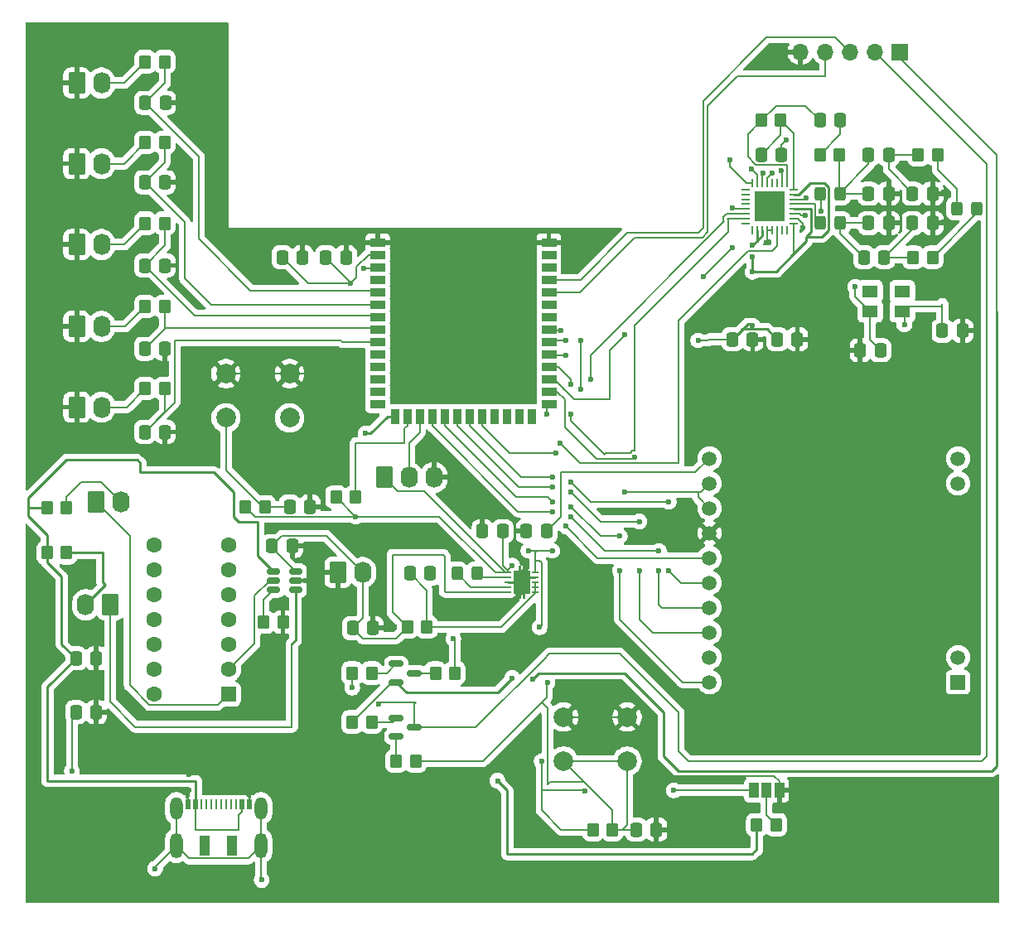
<source format=gbr>
%TF.GenerationSoftware,KiCad,Pcbnew,9.0.0*%
%TF.CreationDate,2025-03-31T12:40:15-05:00*%
%TF.ProjectId,445 Design Document Schematic,34343520-4465-4736-9967-6e20446f6375,rev?*%
%TF.SameCoordinates,Original*%
%TF.FileFunction,Copper,L1,Top*%
%TF.FilePolarity,Positive*%
%FSLAX46Y46*%
G04 Gerber Fmt 4.6, Leading zero omitted, Abs format (unit mm)*
G04 Created by KiCad (PCBNEW 9.0.0) date 2025-03-31 12:40:15*
%MOMM*%
%LPD*%
G01*
G04 APERTURE LIST*
G04 Aperture macros list*
%AMRoundRect*
0 Rectangle with rounded corners*
0 $1 Rounding radius*
0 $2 $3 $4 $5 $6 $7 $8 $9 X,Y pos of 4 corners*
0 Add a 4 corners polygon primitive as box body*
4,1,4,$2,$3,$4,$5,$6,$7,$8,$9,$2,$3,0*
0 Add four circle primitives for the rounded corners*
1,1,$1+$1,$2,$3*
1,1,$1+$1,$4,$5*
1,1,$1+$1,$6,$7*
1,1,$1+$1,$8,$9*
0 Add four rect primitives between the rounded corners*
20,1,$1+$1,$2,$3,$4,$5,0*
20,1,$1+$1,$4,$5,$6,$7,0*
20,1,$1+$1,$6,$7,$8,$9,0*
20,1,$1+$1,$8,$9,$2,$3,0*%
%AMFreePoly0*
4,1,21,-0.125000,1.200000,0.125000,1.200000,0.125000,1.700000,0.375000,1.700000,0.375000,1.200000,0.825000,1.200000,0.825000,-1.200000,0.375000,-1.200000,0.375000,-1.700000,0.125000,-1.700000,0.125000,-1.200000,-0.125000,-1.200000,-0.125000,-1.700000,-0.375000,-1.700000,-0.375000,-1.200000,-0.825000,-1.200000,-0.825000,1.200000,-0.375000,1.200000,-0.375000,1.700000,-0.125000,1.700000,
-0.125000,1.200000,-0.125000,1.200000,$1*%
G04 Aperture macros list end*
%TA.AperFunction,SMDPad,CuDef*%
%ADD10RoundRect,0.250000X-0.337500X-0.475000X0.337500X-0.475000X0.337500X0.475000X-0.337500X0.475000X0*%
%TD*%
%TA.AperFunction,HeatsinkPad*%
%ADD11O,1.300000X2.600000*%
%TD*%
%TA.AperFunction,HeatsinkPad*%
%ADD12O,1.300000X2.300000*%
%TD*%
%TA.AperFunction,SMDPad,CuDef*%
%ADD13R,0.520000X1.000000*%
%TD*%
%TA.AperFunction,SMDPad,CuDef*%
%ADD14R,0.270000X1.000000*%
%TD*%
%TA.AperFunction,SMDPad,CuDef*%
%ADD15R,1.000000X2.000000*%
%TD*%
%TA.AperFunction,ComponentPad*%
%ADD16RoundRect,0.250000X-0.620000X-0.845000X0.620000X-0.845000X0.620000X0.845000X-0.620000X0.845000X0*%
%TD*%
%TA.AperFunction,ComponentPad*%
%ADD17O,1.740000X2.190000*%
%TD*%
%TA.AperFunction,SMDPad,CuDef*%
%ADD18R,1.600000X1.300000*%
%TD*%
%TA.AperFunction,SMDPad,CuDef*%
%ADD19RoundRect,0.250000X-0.350000X-0.450000X0.350000X-0.450000X0.350000X0.450000X-0.350000X0.450000X0*%
%TD*%
%TA.AperFunction,SMDPad,CuDef*%
%ADD20RoundRect,0.250000X0.337500X0.475000X-0.337500X0.475000X-0.337500X-0.475000X0.337500X-0.475000X0*%
%TD*%
%TA.AperFunction,SMDPad,CuDef*%
%ADD21RoundRect,0.250000X0.350000X0.450000X-0.350000X0.450000X-0.350000X-0.450000X0.350000X-0.450000X0*%
%TD*%
%TA.AperFunction,ComponentPad*%
%ADD22RoundRect,0.250000X0.550000X0.550000X-0.550000X0.550000X-0.550000X-0.550000X0.550000X-0.550000X0*%
%TD*%
%TA.AperFunction,ComponentPad*%
%ADD23C,1.600000*%
%TD*%
%TA.AperFunction,SMDPad,CuDef*%
%ADD24RoundRect,0.060000X-0.240000X-0.060000X0.240000X-0.060000X0.240000X0.060000X-0.240000X0.060000X0*%
%TD*%
%TA.AperFunction,ComponentPad*%
%ADD25C,0.500000*%
%TD*%
%TA.AperFunction,SMDPad,CuDef*%
%ADD26FreePoly0,0.000000*%
%TD*%
%TA.AperFunction,SMDPad,CuDef*%
%ADD27RoundRect,0.250000X-0.325000X-0.450000X0.325000X-0.450000X0.325000X0.450000X-0.325000X0.450000X0*%
%TD*%
%TA.AperFunction,SMDPad,CuDef*%
%ADD28R,1.500000X0.900000*%
%TD*%
%TA.AperFunction,SMDPad,CuDef*%
%ADD29R,0.900000X1.500000*%
%TD*%
%TA.AperFunction,HeatsinkPad*%
%ADD30C,0.600000*%
%TD*%
%TA.AperFunction,HeatsinkPad*%
%ADD31R,3.900000X3.900000*%
%TD*%
%TA.AperFunction,ComponentPad*%
%ADD32R,1.500000X1.500000*%
%TD*%
%TA.AperFunction,ComponentPad*%
%ADD33C,1.500000*%
%TD*%
%TA.AperFunction,SMDPad,CuDef*%
%ADD34R,1.000000X1.500000*%
%TD*%
%TA.AperFunction,ComponentPad*%
%ADD35C,2.000000*%
%TD*%
%TA.AperFunction,ComponentPad*%
%ADD36R,1.700000X1.700000*%
%TD*%
%TA.AperFunction,ComponentPad*%
%ADD37O,1.700000X1.700000*%
%TD*%
%TA.AperFunction,SMDPad,CuDef*%
%ADD38RoundRect,0.150000X-0.587500X-0.150000X0.587500X-0.150000X0.587500X0.150000X-0.587500X0.150000X0*%
%TD*%
%TA.AperFunction,SMDPad,CuDef*%
%ADD39RoundRect,0.062500X0.062500X-0.375000X0.062500X0.375000X-0.062500X0.375000X-0.062500X-0.375000X0*%
%TD*%
%TA.AperFunction,SMDPad,CuDef*%
%ADD40RoundRect,0.062500X0.375000X-0.062500X0.375000X0.062500X-0.375000X0.062500X-0.375000X-0.062500X0*%
%TD*%
%TA.AperFunction,HeatsinkPad*%
%ADD41R,3.100000X3.100000*%
%TD*%
%TA.AperFunction,SMDPad,CuDef*%
%ADD42RoundRect,0.150000X0.512500X0.150000X-0.512500X0.150000X-0.512500X-0.150000X0.512500X-0.150000X0*%
%TD*%
%TA.AperFunction,ComponentPad*%
%ADD43RoundRect,0.250000X0.620000X0.845000X-0.620000X0.845000X-0.620000X-0.845000X0.620000X-0.845000X0*%
%TD*%
%TA.AperFunction,ViaPad*%
%ADD44C,0.600000*%
%TD*%
%TA.AperFunction,Conductor*%
%ADD45C,0.200000*%
%TD*%
%TA.AperFunction,Conductor*%
%ADD46C,0.254000*%
%TD*%
G04 APERTURE END LIST*
D10*
%TO.P,C27,2*%
%TO.N,Net-(C27-Pad2)*%
X171537500Y-61500000D03*
%TO.P,C27,1*%
%TO.N,Net-(C24-Pad2)*%
X169462500Y-61500000D03*
%TD*%
%TO.P,C23,2*%
%TO.N,Net-(C23-Pad2)*%
X167025000Y-47500000D03*
%TO.P,C23,1*%
%TO.N,Net-(U4-RX)*%
X164950000Y-47500000D03*
%TD*%
D11*
%TO.P,P2,S1,SHIELD*%
%TO.N,Net-(P2-SHIELD)*%
X107820000Y-121650000D03*
D12*
X107820000Y-117825000D03*
D11*
X99180000Y-121650000D03*
D12*
X99180000Y-117825000D03*
D13*
%TO.P,P2,B12,GND*%
%TO.N,GND*%
X100400000Y-117450000D03*
%TO.P,P2,B9,VBUS*%
%TO.N,Net-(U2-V_{CC})*%
X101150000Y-117450000D03*
D14*
%TO.P,P2,B8*%
%TO.N,N/C*%
X102250000Y-117450000D03*
%TO.P,P2,B7*%
X102750000Y-117450000D03*
%TO.P,P2,B6*%
X103750000Y-117450000D03*
%TO.P,P2,B5,VCONN*%
%TO.N,unconnected-(P2-VCONN-PadB5)*%
X104750000Y-117450000D03*
D13*
%TO.P,P2,B4,VBUS*%
%TO.N,Net-(U2-V_{CC})*%
X105850000Y-117450000D03*
%TO.P,P2,B1,GND*%
%TO.N,GND*%
X106600000Y-117450000D03*
%TO.P,P2,A12,GND*%
X106600000Y-117450000D03*
%TO.P,P2,A9,VBUS*%
%TO.N,Net-(U2-V_{CC})*%
X105850000Y-117450000D03*
D14*
%TO.P,P2,A8*%
%TO.N,N/C*%
X105250000Y-117450000D03*
%TO.P,P2,A7,D-*%
%TO.N,unconnected-(P2-D--PadA7)*%
X104250000Y-117450000D03*
%TO.P,P2,A6,D+*%
%TO.N,unconnected-(P2-D+-PadA6)*%
X103250000Y-117450000D03*
%TO.P,P2,A5,CC*%
%TO.N,unconnected-(P2-CC-PadA5)*%
X101750000Y-117450000D03*
D13*
%TO.P,P2,A4,VBUS*%
%TO.N,Net-(U2-V_{CC})*%
X101150000Y-117450000D03*
%TO.P,P2,A1,GND*%
%TO.N,GND*%
X100400000Y-117450000D03*
D15*
%TO.P,P2,*%
%TO.N,*%
X104900000Y-121650000D03*
X102100000Y-121650000D03*
%TD*%
D16*
%TO.P,J7,1,Pin_1*%
%TO.N,GND*%
X115679000Y-93718000D03*
D17*
%TO.P,J7,2,Pin_2*%
%TO.N,+5V*%
X118219000Y-93718000D03*
%TD*%
D16*
%TO.P,J5,1,Pin_1*%
%TO.N,GND*%
X89000000Y-76815000D03*
D17*
%TO.P,J5,2,Pin_2*%
%TO.N,Net-(J5-Pin_2)*%
X91540000Y-76815000D03*
%TD*%
D18*
%TO.P,Y1,1,1*%
%TO.N,Net-(U4-OSCIN)*%
X170074000Y-67000000D03*
%TO.P,Y1,2,2*%
%TO.N,Net-(U4-OSCOUT)*%
X173374000Y-67000000D03*
%TO.P,Y1,3*%
%TO.N,N/C*%
X173374000Y-65000000D03*
%TO.P,Y1,4*%
X170074000Y-65000000D03*
%TD*%
D19*
%TO.P,R16,1*%
%TO.N,+3.3V*%
X141750000Y-120000000D03*
%TO.P,R16,2*%
%TO.N,/GPIO0_STRAPPING*%
X143750000Y-120000000D03*
%TD*%
%TO.P,R13,1*%
%TO.N,+3.3V*%
X115500000Y-86000000D03*
%TO.P,R13,2*%
%TO.N,/GPIO46_STRAPPING*%
X117500000Y-86000000D03*
%TD*%
D20*
%TO.P,C20,1*%
%TO.N,GND*%
X179537500Y-69000000D03*
%TO.P,C20,2*%
%TO.N,Net-(U4-OSCOUT)*%
X177462500Y-69000000D03*
%TD*%
D10*
%TO.P,C22,1*%
%TO.N,Net-(U4-VMID)*%
X158950000Y-51000000D03*
%TO.P,C22,2*%
%TO.N,GND*%
X161025000Y-51000000D03*
%TD*%
D19*
%TO.P,R6,1*%
%TO.N,Net-(U2-V_{CC})*%
X85960000Y-87130000D03*
%TO.P,R6,2*%
%TO.N,Net-(D1-A)*%
X87960000Y-87130000D03*
%TD*%
D10*
%TO.P,C28,1*%
%TO.N,Net-(C26-Pad2)*%
X174412500Y-55000000D03*
%TO.P,C28,2*%
%TO.N,GND*%
X176487500Y-55000000D03*
%TD*%
D19*
%TO.P,R20,1*%
%TO.N,Net-(C23-Pad2)*%
X164950000Y-51000000D03*
%TO.P,R20,2*%
%TO.N,Net-(C25-Pad1)*%
X166950000Y-51000000D03*
%TD*%
%TO.P,R8,1*%
%TO.N,Net-(U2-V_{CC})*%
X85960000Y-91702000D03*
%TO.P,R8,2*%
%TO.N,Net-(D2-A)*%
X87960000Y-91702000D03*
%TD*%
D10*
%TO.P,C2,1*%
%TO.N,/Button_2*%
X95963500Y-53828000D03*
%TO.P,C2,2*%
%TO.N,GND*%
X98038500Y-53828000D03*
%TD*%
D16*
%TO.P,J6,1,Pin_1*%
%TO.N,+3.3V*%
X120420000Y-84000000D03*
D17*
%TO.P,J6,2,Pin_2*%
%TO.N,/POT*%
X122960000Y-84000000D03*
%TO.P,J6,3,Pin_3*%
%TO.N,GND*%
X125500000Y-84000000D03*
%TD*%
D21*
%TO.P,R1,1*%
%TO.N,/Button_1*%
X98001000Y-41509000D03*
%TO.P,R1,2*%
%TO.N,Net-(J1-Pin_2)*%
X96001000Y-41509000D03*
%TD*%
D16*
%TO.P,D1,1,K*%
%TO.N,Net-(D1-K)*%
X90960000Y-86500000D03*
D17*
%TO.P,D1,2,A*%
%TO.N,Net-(D1-A)*%
X93500000Y-86500000D03*
%TD*%
D19*
%TO.P,R12,1*%
%TO.N,+3.3V*%
X106250000Y-87000000D03*
%TO.P,R12,2*%
%TO.N,/CHIP_PU*%
X108250000Y-87000000D03*
%TD*%
D22*
%TO.P,U7,1*%
%TO.N,Net-(D1-K)*%
X104500000Y-106160000D03*
D23*
%TO.P,U7,2*%
%TO.N,Net-(U2-STDBY)*%
X104500000Y-103620000D03*
%TO.P,U7,3*%
%TO.N,N/C*%
X104500000Y-101080000D03*
%TO.P,U7,4*%
X104500000Y-98540000D03*
%TO.P,U7,5*%
X104500000Y-96000000D03*
%TO.P,U7,6*%
X104500000Y-93460000D03*
%TO.P,U7,7*%
X104500000Y-90920000D03*
%TO.P,U7,8*%
X96880000Y-90920000D03*
%TO.P,U7,9*%
X96880000Y-93460000D03*
%TO.P,U7,10*%
X96880000Y-96000000D03*
%TO.P,U7,11*%
X96880000Y-98540000D03*
%TO.P,U7,12*%
X96880000Y-101080000D03*
%TO.P,U7,13*%
X96880000Y-103620000D03*
%TO.P,U7,14*%
X96880000Y-106160000D03*
%TD*%
D24*
%TO.P,U3,1,VOUT*%
%TO.N,+3.3V*%
X133069000Y-93698000D03*
%TO.P,U3,2,L2*%
%TO.N,Net-(U3-L2)*%
X133069000Y-94198000D03*
%TO.P,U3,3,PGND*%
%TO.N,GND*%
X133069000Y-94698000D03*
%TO.P,U3,4,L1*%
%TO.N,Net-(U3-L1)*%
X133069000Y-95198000D03*
%TO.P,U3,5,VIN*%
%TO.N,+5V*%
X133069000Y-95698000D03*
%TO.P,U3,6,EN*%
%TO.N,Net-(U3-EN)*%
X135869000Y-95698000D03*
%TO.P,U3,7,PS/SYNC*%
X135869000Y-95198000D03*
%TO.P,U3,8,VINA*%
X135869000Y-94698000D03*
%TO.P,U3,9,GND*%
%TO.N,GND*%
X135869000Y-94198000D03*
%TO.P,U3,10,FB*%
%TO.N,+3.3V*%
X135869000Y-93698000D03*
D25*
%TO.P,U3,11,PGND*%
%TO.N,GND*%
X133894000Y-94698000D03*
X134469000Y-93748000D03*
D26*
X134469000Y-94698000D03*
D25*
X134469000Y-95648000D03*
X135044000Y-94698000D03*
%TD*%
D27*
%TO.P,L1,1,1*%
%TO.N,Net-(U3-L1)*%
X127853000Y-93825000D03*
%TO.P,L1,2,2*%
%TO.N,Net-(U3-L2)*%
X129903000Y-93825000D03*
%TD*%
D10*
%TO.P,C18,1*%
%TO.N,Net-(P2-SHIELD)*%
X88922500Y-108000000D03*
%TO.P,C18,2*%
%TO.N,GND*%
X90997500Y-108000000D03*
%TD*%
D27*
%TO.P,L3,1,1*%
%TO.N,Net-(U4-TX2)*%
X164950000Y-58000000D03*
%TO.P,L3,2,2*%
%TO.N,Net-(C24-Pad2)*%
X167000000Y-58000000D03*
%TD*%
D21*
%TO.P,R5,1*%
%TO.N,/Button_5*%
X98001000Y-74910000D03*
%TO.P,R5,2*%
%TO.N,Net-(J5-Pin_2)*%
X96001000Y-74910000D03*
%TD*%
D10*
%TO.P,C26,1*%
%TO.N,Net-(C25-Pad1)*%
X169912500Y-51000000D03*
%TO.P,C26,2*%
%TO.N,Net-(C26-Pad2)*%
X171987500Y-51000000D03*
%TD*%
%TO.P,C6,1*%
%TO.N,+5V*%
X108962500Y-91000000D03*
%TO.P,C6,2*%
%TO.N,GND*%
X111037500Y-91000000D03*
%TD*%
D19*
%TO.P,R21,1*%
%TO.N,Net-(C26-Pad2)*%
X175000000Y-51000000D03*
%TO.P,R21,2*%
%TO.N,Net-(L4-Pad1)*%
X177000000Y-51000000D03*
%TD*%
D28*
%TO.P,U5,1,GND*%
%TO.N,GND*%
X119750000Y-60000000D03*
%TO.P,U5,2,3V3*%
%TO.N,+3.3V*%
X119750000Y-61270000D03*
%TO.P,U5,3,EN*%
%TO.N,/CHIP_PU*%
X119750000Y-62540000D03*
%TO.P,U5,4,IO4*%
%TO.N,/VBAT_SENSE*%
X119750000Y-63810000D03*
%TO.P,U5,5,IO5*%
%TO.N,/Button_1*%
X119750000Y-65080000D03*
%TO.P,U5,6,IO6*%
%TO.N,/Button_2*%
X119750000Y-66350000D03*
%TO.P,U5,7,IO7*%
%TO.N,/Button_3*%
X119750000Y-67620000D03*
%TO.P,U5,8,IO15*%
%TO.N,/Button_4*%
X119750000Y-68890000D03*
%TO.P,U5,9,IO16*%
%TO.N,/Button_5*%
X119750000Y-70160000D03*
%TO.P,U5,10,IO17*%
%TO.N,/GPIO17*%
X119750000Y-71430000D03*
%TO.P,U5,11,IO18*%
%TO.N,/GPIO18*%
X119750000Y-72700000D03*
%TO.P,U5,12,IO8*%
%TO.N,unconnected-(U5-IO8-Pad12)*%
X119750000Y-73970000D03*
%TO.P,U5,13,USB_D-*%
%TO.N,unconnected-(U5-USB_D--Pad13)*%
X119750000Y-75240000D03*
%TO.P,U5,14,USB_D+*%
%TO.N,unconnected-(U5-USB_D+-Pad14)*%
X119750000Y-76510000D03*
D29*
%TO.P,U5,15,IO3*%
%TO.N,/GPIO3_STRAPPING*%
X121515000Y-77760000D03*
%TO.P,U5,16,IO46*%
%TO.N,/GPIO46_STRAPPING*%
X122785000Y-77760000D03*
%TO.P,U5,17,IO9*%
%TO.N,/POT*%
X124055000Y-77760000D03*
%TO.P,U5,18,IO10*%
%TO.N,/Display_MOSI*%
X125325000Y-77760000D03*
%TO.P,U5,19,IO11*%
%TO.N,/Display_SCLK*%
X126595000Y-77760000D03*
%TO.P,U5,20,IO12*%
%TO.N,/Display_RST*%
X127865000Y-77760000D03*
%TO.P,U5,21,IO13*%
%TO.N,/Display_CS*%
X129135000Y-77760000D03*
%TO.P,U5,22,IO14*%
%TO.N,/Display_MISO*%
X130405000Y-77760000D03*
%TO.P,U5,23,IO21*%
%TO.N,unconnected-(U5-IO21-Pad23)*%
X131675000Y-77760000D03*
%TO.P,U5,24,IO47*%
%TO.N,unconnected-(U5-IO47-Pad24)*%
X132945000Y-77760000D03*
%TO.P,U5,25,IO48*%
%TO.N,unconnected-(U5-IO48-Pad25)*%
X134215000Y-77760000D03*
%TO.P,U5,26,IO45*%
%TO.N,/GPIO45_STRAPPING*%
X135485000Y-77760000D03*
D28*
%TO.P,U5,27,IO0*%
%TO.N,/GPIO0_STRAPPING*%
X137250000Y-76510000D03*
%TO.P,U5,28,IO35*%
%TO.N,/RFID_IRQ*%
X137250000Y-75240000D03*
%TO.P,U5,29,IO36*%
%TO.N,/RFID_SCK*%
X137250000Y-73970000D03*
%TO.P,U5,30,IO37*%
%TO.N,/RFID_MISO*%
X137250000Y-72700000D03*
%TO.P,U5,31,IO38*%
%TO.N,/RFID_MOSI*%
X137250000Y-71430000D03*
%TO.P,U5,32,IO39*%
%TO.N,/RFID_CS*%
X137250000Y-70160000D03*
%TO.P,U5,33,IO40*%
%TO.N,/RFID_RST*%
X137250000Y-68890000D03*
%TO.P,U5,34,IO41*%
%TO.N,unconnected-(U5-IO41-Pad34)*%
X137250000Y-67620000D03*
%TO.P,U5,35,IO42*%
%TO.N,unconnected-(U5-IO42-Pad35)*%
X137250000Y-66350000D03*
%TO.P,U5,36,RXD0*%
%TO.N,/RX*%
X137250000Y-65080000D03*
%TO.P,U5,37,TXD0*%
%TO.N,/TX*%
X137250000Y-63810000D03*
%TO.P,U5,38,IO2*%
%TO.N,unconnected-(U5-IO2-Pad38)*%
X137250000Y-62540000D03*
%TO.P,U5,39,IO1*%
%TO.N,unconnected-(U5-IO1-Pad39)*%
X137250000Y-61270000D03*
%TO.P,U5,40,GND*%
%TO.N,GND*%
X137250000Y-60000000D03*
D30*
%TO.P,U5,41,GND*%
X125600000Y-67020000D03*
X125600000Y-68420000D03*
X126300000Y-66320000D03*
X126300000Y-67720000D03*
X126300000Y-69120000D03*
X127000000Y-67020000D03*
D31*
X127000000Y-67720000D03*
D30*
X127000000Y-68420000D03*
X127700000Y-66320000D03*
X127700000Y-67720000D03*
X127700000Y-69120000D03*
X128400000Y-67020000D03*
X128400000Y-68420000D03*
%TD*%
D32*
%TO.P,U8,1,NC*%
%TO.N,unconnected-(U8-NC-Pad1)*%
X179057500Y-104930000D03*
D33*
%TO.P,U8,2,NC*%
%TO.N,unconnected-(U8-NC-Pad2)*%
X179057500Y-102390000D03*
%TO.P,U8,9,NC*%
%TO.N,unconnected-(U8-NC-Pad9)*%
X179057500Y-84610000D03*
%TO.P,U8,10,NC*%
%TO.N,unconnected-(U8-NC-Pad10)*%
X179057500Y-82070000D03*
%TO.P,U8,11,VOUT*%
%TO.N,Net-(U8-VOUT)*%
X153657500Y-82070000D03*
%TO.P,U8,12,IM1*%
%TO.N,+3.3V*%
X153657500Y-84610000D03*
%TO.P,U8,13,VDD*%
X153657500Y-87150000D03*
%TO.P,U8,14,VSS*%
%TO.N,GND*%
X153657500Y-89690000D03*
%TO.P,U8,15,SOD*%
%TO.N,/Display_MOSI*%
X153657500Y-92230000D03*
%TO.P,U8,16,SID*%
%TO.N,/Display_MISO*%
X153657500Y-94770000D03*
%TO.P,U8,17,SCLK*%
%TO.N,/Display_SCLK*%
X153657500Y-97310000D03*
%TO.P,U8,18,~{CS}*%
%TO.N,/Display_CS*%
X153657500Y-99850000D03*
%TO.P,U8,19,SA0*%
%TO.N,unconnected-(U8-SA0-Pad19)*%
X153657500Y-102390000D03*
%TO.P,U8,20,~{RST}*%
%TO.N,/Display_RST*%
X153657500Y-104930000D03*
%TD*%
D19*
%TO.P,R22,1*%
%TO.N,Net-(C27-Pad2)*%
X174450000Y-61500000D03*
%TO.P,R22,2*%
%TO.N,Net-(L4-Pad2)*%
X176450000Y-61500000D03*
%TD*%
D34*
%TO.P,JP1,1,A*%
%TO.N,+3.3V*%
X158200000Y-116000000D03*
%TO.P,JP1,2,C*%
%TO.N,Net-(JP1-C)*%
X159500000Y-116000000D03*
%TO.P,JP1,3,B*%
%TO.N,GND*%
X160800000Y-116000000D03*
%TD*%
D35*
%TO.P,SW1,1,1*%
%TO.N,GND*%
X104250000Y-73400000D03*
X110750000Y-73400000D03*
%TO.P,SW1,2,2*%
%TO.N,/CHIP_PU*%
X104250000Y-77900000D03*
X110750000Y-77900000D03*
%TD*%
D10*
%TO.P,C25,1*%
%TO.N,Net-(C25-Pad1)*%
X169912500Y-55000000D03*
%TO.P,C25,2*%
%TO.N,GND*%
X171987500Y-55000000D03*
%TD*%
D21*
%TO.P,R10,1*%
%TO.N,Net-(Q1-B)*%
X119151470Y-104000000D03*
%TO.P,R10,2*%
%TO.N,/DTR*%
X117151470Y-104000000D03*
%TD*%
D36*
%TO.P,J9,1,Pin_1*%
%TO.N,/RTS*%
X173120000Y-40500000D03*
D37*
%TO.P,J9,2,Pin_2*%
%TO.N,/DTR*%
X170580000Y-40500000D03*
%TO.P,J9,3,Pin_3*%
%TO.N,/TX*%
X168040000Y-40500000D03*
%TO.P,J9,4,Pin_4*%
%TO.N,/RX*%
X165500000Y-40500000D03*
%TO.P,J9,5,Pin_5*%
%TO.N,GND*%
X162960000Y-40500000D03*
%TD*%
D19*
%TO.P,R9,1*%
%TO.N,Net-(U2-PROG)*%
X108075000Y-98798000D03*
%TO.P,R9,2*%
%TO.N,GND*%
X110075000Y-98798000D03*
%TD*%
D16*
%TO.P,J3,1,Pin_1*%
%TO.N,GND*%
X89000000Y-60198000D03*
D17*
%TO.P,J3,2,Pin_2*%
%TO.N,Net-(J3-Pin_2)*%
X91540000Y-60198000D03*
%TD*%
D35*
%TO.P,SW2,1,1*%
%TO.N,GND*%
X138750000Y-108500000D03*
X145250000Y-108500000D03*
%TO.P,SW2,2,2*%
%TO.N,/GPIO0_STRAPPING*%
X138750000Y-113000000D03*
X145250000Y-113000000D03*
%TD*%
D10*
%TO.P,C1,1*%
%TO.N,/Button_1*%
X95985000Y-45700000D03*
%TO.P,C1,2*%
%TO.N,GND*%
X98060000Y-45700000D03*
%TD*%
D20*
%TO.P,C7,1*%
%TO.N,GND*%
X162649000Y-69876000D03*
%TO.P,C7,2*%
%TO.N,+3.3V*%
X160574000Y-69876000D03*
%TD*%
D19*
%TO.P,R15,1*%
%TO.N,Net-(Q2-E)*%
X121651470Y-113000000D03*
%TO.P,R15,2*%
%TO.N,/GPIO0_STRAPPING*%
X123651470Y-113000000D03*
%TD*%
D10*
%TO.P,C14,1*%
%TO.N,Net-(U2-V_{CC})*%
X88922500Y-102500000D03*
%TO.P,C14,2*%
%TO.N,GND*%
X90997500Y-102500000D03*
%TD*%
D19*
%TO.P,R19,1*%
%TO.N,Net-(U4-RX)*%
X158950000Y-47500000D03*
%TO.P,R19,2*%
%TO.N,Net-(U4-VMID)*%
X160950000Y-47500000D03*
%TD*%
D21*
%TO.P,R3,1*%
%TO.N,/Button_3*%
X98001000Y-58019000D03*
%TO.P,R3,2*%
%TO.N,Net-(J3-Pin_2)*%
X96001000Y-58019000D03*
%TD*%
%TO.P,R14,1*%
%TO.N,/CHIP_PU*%
X127651470Y-104000000D03*
%TO.P,R14,2*%
%TO.N,Net-(Q1-C)*%
X125651470Y-104000000D03*
%TD*%
D10*
%TO.P,C11,1*%
%TO.N,+3.3V*%
X114462500Y-61500000D03*
%TO.P,C11,2*%
%TO.N,GND*%
X116537500Y-61500000D03*
%TD*%
D16*
%TO.P,J1,1,Pin_1*%
%TO.N,GND*%
X89000000Y-43688000D03*
D17*
%TO.P,J1,2,Pin_2*%
%TO.N,Net-(J1-Pin_2)*%
X91540000Y-43688000D03*
%TD*%
D20*
%TO.P,C9,1*%
%TO.N,GND*%
X158077000Y-69876000D03*
%TO.P,C9,2*%
%TO.N,+3.3V*%
X156002000Y-69876000D03*
%TD*%
D10*
%TO.P,C17,1*%
%TO.N,GND*%
X134962500Y-89500000D03*
%TO.P,C17,2*%
%TO.N,Net-(U8-VOUT)*%
X137037500Y-89500000D03*
%TD*%
D21*
%TO.P,R2,1*%
%TO.N,/Button_2*%
X97985000Y-49764000D03*
%TO.P,R2,2*%
%TO.N,Net-(J2-Pin_2)*%
X95985000Y-49764000D03*
%TD*%
D10*
%TO.P,C4,1*%
%TO.N,/Button_4*%
X95963500Y-70846000D03*
%TO.P,C4,2*%
%TO.N,GND*%
X98038500Y-70846000D03*
%TD*%
%TO.P,C10,1*%
%TO.N,+3.3V*%
X110000000Y-61500000D03*
%TO.P,C10,2*%
%TO.N,GND*%
X112075000Y-61500000D03*
%TD*%
D38*
%TO.P,Q2,1,B*%
%TO.N,Net-(Q2-B)*%
X121651470Y-108600000D03*
%TO.P,Q2,2,E*%
%TO.N,Net-(Q2-E)*%
X121651470Y-110500000D03*
%TO.P,Q2,3,C*%
%TO.N,/DTR*%
X123526470Y-109550000D03*
%TD*%
D27*
%TO.P,L2,1,1*%
%TO.N,Net-(U4-TX1)*%
X164950000Y-55000000D03*
%TO.P,L2,2,2*%
%TO.N,Net-(C25-Pad1)*%
X167000000Y-55000000D03*
%TD*%
%TO.P,L4,1,1*%
%TO.N,Net-(L4-Pad1)*%
X178925000Y-56500000D03*
%TO.P,L4,2,2*%
%TO.N,Net-(L4-Pad2)*%
X180975000Y-56500000D03*
%TD*%
D20*
%TO.P,C29,1*%
%TO.N,GND*%
X176487500Y-58000000D03*
%TO.P,C29,2*%
%TO.N,Net-(C27-Pad2)*%
X174412500Y-58000000D03*
%TD*%
D16*
%TO.P,J2,1,Pin_1*%
%TO.N,GND*%
X89000000Y-51923000D03*
D17*
%TO.P,J2,2,Pin_2*%
%TO.N,Net-(J2-Pin_2)*%
X91540000Y-51923000D03*
%TD*%
D21*
%TO.P,R11,1*%
%TO.N,Net-(Q2-B)*%
X119151470Y-109000000D03*
%TO.P,R11,2*%
%TO.N,/RTS*%
X117151470Y-109000000D03*
%TD*%
D38*
%TO.P,Q1,1,B*%
%TO.N,Net-(Q1-B)*%
X121651470Y-103050000D03*
%TO.P,Q1,2,E*%
%TO.N,/RTS*%
X121651470Y-104950000D03*
%TO.P,Q1,3,C*%
%TO.N,Net-(Q1-C)*%
X123526470Y-104000000D03*
%TD*%
D39*
%TO.P,U4,1,A1*%
%TO.N,unconnected-(U4-A1-Pad1)*%
X158074000Y-58751000D03*
%TO.P,U4,2,PVDD*%
%TO.N,+3.3V*%
X158574000Y-58751000D03*
%TO.P,U4,3,DVDD*%
X159074000Y-58751000D03*
%TO.P,U4,4,DVSS*%
%TO.N,GND*%
X159574000Y-58751000D03*
%TO.P,U4,5,PVSS*%
X160074000Y-58751000D03*
%TO.P,U4,6,~{NRSTPD}*%
%TO.N,/RFID_RST*%
X160574000Y-58751000D03*
%TO.P,U4,7,SIGIN*%
%TO.N,unconnected-(U4-SIGIN-Pad7)*%
X161074000Y-58751000D03*
%TO.P,U4,8,SIGOUT*%
%TO.N,unconnected-(U4-SIGOUT-Pad8)*%
X161574000Y-58751000D03*
D40*
%TO.P,U4,9,SVDD*%
%TO.N,+3.3V*%
X162261500Y-58063500D03*
%TO.P,U4,10,TVSS*%
%TO.N,GND*%
X162261500Y-57563500D03*
%TO.P,U4,11,TX1*%
%TO.N,Net-(U4-TX1)*%
X162261500Y-57063500D03*
%TO.P,U4,12,TVDD*%
%TO.N,+3.3V*%
X162261500Y-56563500D03*
%TO.P,U4,13,TX2*%
%TO.N,Net-(U4-TX2)*%
X162261500Y-56063500D03*
%TO.P,U4,14,TVSS*%
%TO.N,GND*%
X162261500Y-55563500D03*
%TO.P,U4,15,AVDD*%
%TO.N,+3.3V*%
X162261500Y-55063500D03*
%TO.P,U4,16,VMID*%
%TO.N,Net-(U4-VMID)*%
X162261500Y-54563500D03*
D39*
%TO.P,U4,17,RX*%
%TO.N,Net-(U4-RX)*%
X161574000Y-53876000D03*
%TO.P,U4,18,AVSS*%
%TO.N,GND*%
X161074000Y-53876000D03*
%TO.P,U4,19,AUX1*%
%TO.N,unconnected-(U4-AUX1-Pad19)*%
X160574000Y-53876000D03*
%TO.P,U4,20,AUX2*%
%TO.N,unconnected-(U4-AUX2-Pad20)*%
X160074000Y-53876000D03*
%TO.P,U4,21,OSCIN*%
%TO.N,Net-(U4-OSCIN)*%
X159574000Y-53876000D03*
%TO.P,U4,22,OSCOUT*%
%TO.N,Net-(U4-OSCOUT)*%
X159074000Y-53876000D03*
%TO.P,U4,23,IRQ*%
%TO.N,/RFID_IRQ*%
X158574000Y-53876000D03*
%TO.P,U4,24,ALE*%
%TO.N,/RFID_CS*%
X158074000Y-53876000D03*
D40*
%TO.P,U4,25,D1*%
%TO.N,unconnected-(U4-D1-Pad25)*%
X157386500Y-54563500D03*
%TO.P,U4,26,D2*%
%TO.N,unconnected-(U4-D2-Pad26)*%
X157386500Y-55063500D03*
%TO.P,U4,27,D3*%
%TO.N,unconnected-(U4-D3-Pad27)*%
X157386500Y-55563500D03*
%TO.P,U4,28,D4*%
%TO.N,unconnected-(U4-D4-Pad28)*%
X157386500Y-56063500D03*
%TO.P,U4,29,D5*%
%TO.N,/RFID_SCK*%
X157386500Y-56563500D03*
%TO.P,U4,30,D6*%
%TO.N,/RFID_MOSI*%
X157386500Y-57063500D03*
%TO.P,U4,31,D7*%
%TO.N,/RFID_MISO*%
X157386500Y-57563500D03*
%TO.P,U4,32,A0*%
%TO.N,unconnected-(U4-A0-Pad32)*%
X157386500Y-58063500D03*
D41*
%TO.P,U4,33,EP*%
%TO.N,unconnected-(U4-EP-Pad33)*%
X159824000Y-56313500D03*
%TD*%
D42*
%TO.P,U2,1,~{CHRG}*%
%TO.N,Net-(D2-K)*%
X111350000Y-95491000D03*
%TO.P,U2,2,GND*%
%TO.N,GND*%
X111350000Y-94541000D03*
%TO.P,U2,3,BAT*%
%TO.N,+5V*%
X111350000Y-93591000D03*
%TO.P,U2,4,V_{CC}*%
%TO.N,Net-(U2-V_{CC})*%
X109075000Y-93591000D03*
%TO.P,U2,5,STDBY*%
%TO.N,Net-(U2-STDBY)*%
X109075000Y-94541000D03*
%TO.P,U2,6,PROG*%
%TO.N,Net-(U2-PROG)*%
X109075000Y-95491000D03*
%TD*%
D10*
%TO.P,C5,1*%
%TO.N,/Button_5*%
X95963500Y-79355000D03*
%TO.P,C5,2*%
%TO.N,GND*%
X98038500Y-79355000D03*
%TD*%
%TO.P,C8,1*%
%TO.N,Net-(U3-EN)*%
X123045000Y-93825000D03*
%TO.P,C8,2*%
%TO.N,GND*%
X125120000Y-93825000D03*
%TD*%
%TO.P,C12,1*%
%TO.N,/CHIP_PU*%
X110750000Y-87000000D03*
%TO.P,C12,2*%
%TO.N,GND*%
X112825000Y-87000000D03*
%TD*%
%TO.P,C21,1*%
%TO.N,GND*%
X169074000Y-71000000D03*
%TO.P,C21,2*%
%TO.N,Net-(U4-OSCIN)*%
X171149000Y-71000000D03*
%TD*%
D19*
%TO.P,R17,1*%
%TO.N,/GPIO3_STRAPPING*%
X158500000Y-119500000D03*
%TO.P,R17,2*%
%TO.N,Net-(JP1-C)*%
X160500000Y-119500000D03*
%TD*%
D10*
%TO.P,C16,1*%
%TO.N,GND*%
X130462500Y-89500000D03*
%TO.P,C16,2*%
%TO.N,+3.3V*%
X132537500Y-89500000D03*
%TD*%
%TO.P,C13,1*%
%TO.N,/GPIO0_STRAPPING*%
X146175000Y-120000000D03*
%TO.P,C13,2*%
%TO.N,GND*%
X148250000Y-120000000D03*
%TD*%
D16*
%TO.P,J4,1,Pin_1*%
%TO.N,GND*%
X89000000Y-68560000D03*
D17*
%TO.P,J4,2,Pin_2*%
%TO.N,Net-(J4-Pin_2)*%
X91540000Y-68560000D03*
%TD*%
D10*
%TO.P,C3,1*%
%TO.N,/Button_3*%
X95963500Y-62337000D03*
%TO.P,C3,2*%
%TO.N,GND*%
X98038500Y-62337000D03*
%TD*%
%TO.P,C15,1*%
%TO.N,+5V*%
X117203000Y-99413000D03*
%TO.P,C15,2*%
%TO.N,GND*%
X119278000Y-99413000D03*
%TD*%
D21*
%TO.P,R4,1*%
%TO.N,/Button_4*%
X97985000Y-66528000D03*
%TO.P,R4,2*%
%TO.N,Net-(J4-Pin_2)*%
X95985000Y-66528000D03*
%TD*%
D20*
%TO.P,C24,1*%
%TO.N,GND*%
X171987500Y-58000000D03*
%TO.P,C24,2*%
%TO.N,Net-(C24-Pad2)*%
X169912500Y-58000000D03*
%TD*%
D19*
%TO.P,R7,1*%
%TO.N,+5V*%
X122791000Y-99286000D03*
%TO.P,R7,2*%
%TO.N,Net-(U3-EN)*%
X124791000Y-99286000D03*
%TD*%
D43*
%TO.P,D2,1,K*%
%TO.N,Net-(D2-K)*%
X92443000Y-97016000D03*
D17*
%TO.P,D2,2,A*%
%TO.N,Net-(D2-A)*%
X89903000Y-97016000D03*
%TD*%
D44*
%TO.N,GND*%
X119278000Y-99413000D03*
X130462500Y-89500000D03*
X100500000Y-114373000D03*
X100500000Y-116000000D03*
X111350000Y-94541000D03*
X98038500Y-53828000D03*
X116537500Y-61500000D03*
X163500000Y-65500000D03*
X98038500Y-62337000D03*
X162649000Y-69876000D03*
X177574000Y-57876000D03*
X134962500Y-89500000D03*
X159500000Y-60000000D03*
X163500000Y-55463500D03*
X115679000Y-93718000D03*
X177574000Y-54876000D03*
X98038500Y-79355000D03*
X158077000Y-69876000D03*
X125000000Y-94000000D03*
X112075000Y-61500000D03*
X98060000Y-45700000D03*
X125500000Y-83000000D03*
X163186236Y-58500000D03*
X163500000Y-62000000D03*
X160974000Y-52626000D03*
X110075000Y-98798000D03*
X98038500Y-70846000D03*
X161500000Y-49500000D03*
%TO.N,+3.3V*%
X152500000Y-70000000D03*
X137600000Y-91500000D03*
X133500000Y-93000000D03*
X158074000Y-60276000D03*
X150000000Y-116000000D03*
X158074000Y-61476000D03*
X158074000Y-68476000D03*
X135159248Y-91500000D03*
X158074000Y-62976000D03*
X145000000Y-85500000D03*
X140950735Y-116049265D03*
X140500000Y-75000000D03*
X136500000Y-113000000D03*
X140500000Y-70000000D03*
X117500000Y-88000000D03*
X136306644Y-99306644D03*
X117000000Y-64135000D03*
%TO.N,/Display_MISO*%
X149500000Y-93500000D03*
X138000000Y-81500000D03*
X149500000Y-86500000D03*
X139500000Y-84500000D03*
%TO.N,/Display_MOSI*%
X137600000Y-87500000D03*
X139000000Y-89000000D03*
%TO.N,/RFID_MOSI*%
X139000000Y-71500000D03*
X141500000Y-74000000D03*
%TO.N,/Display_SCLK*%
X148500000Y-93500000D03*
X137600000Y-86500000D03*
X139500000Y-88000000D03*
X148500000Y-91500000D03*
%TO.N,/Display_RST*%
X144500000Y-93500000D03*
X139500000Y-87000000D03*
X144500000Y-90000000D03*
X137600000Y-85000000D03*
%TO.N,/RFID_SCK*%
X145000000Y-69400000D03*
X156000000Y-56463500D03*
X156000000Y-60500000D03*
X153000000Y-63500000D03*
%TO.N,/RFID_MISO*%
X139500000Y-74500000D03*
X139500000Y-77500000D03*
%TO.N,/Display_CS*%
X139500000Y-85500000D03*
X137600000Y-84000000D03*
X146500000Y-88500000D03*
X146500000Y-93500000D03*
%TO.N,/RFID_CS*%
X155786133Y-51512398D03*
X139000000Y-70000000D03*
%TO.N,/CHIP_PU*%
X118310265Y-62608265D03*
X127500000Y-100500000D03*
%TO.N,/GPIO0_STRAPPING*%
X137000000Y-77500000D03*
X137100000Y-105000000D03*
%TO.N,Net-(P2-SHIELD)*%
X107900000Y-125150000D03*
X97000000Y-124000000D03*
X88500000Y-114000000D03*
%TO.N,Net-(U4-OSCOUT)*%
X173574000Y-68376000D03*
X159133735Y-52852938D03*
%TO.N,Net-(U4-OSCIN)*%
X160074000Y-52876000D03*
X168574000Y-64500000D03*
%TO.N,Net-(U4-TX1)*%
X163418000Y-57190500D03*
X165074000Y-56800000D03*
%TO.N,/RTS*%
X133500000Y-104500000D03*
X135589674Y-104589674D03*
%TO.N,/DTR*%
X119825735Y-107174265D03*
X117151470Y-105500000D03*
%TO.N,/GPIO3_STRAPPING*%
X132000000Y-115000000D03*
X118500000Y-79500000D03*
%TO.N,/RFID_IRQ*%
X146000000Y-81900000D03*
X157984376Y-52479410D03*
%TO.N,/RFID_RST*%
X138399000Y-80500000D03*
X138500000Y-69000000D03*
%TD*%
D45*
%TO.N,Net-(L4-Pad1)*%
X177000000Y-51000000D02*
X177000000Y-52550000D01*
X177000000Y-52550000D02*
X178925000Y-54475000D01*
%TO.N,Net-(C26-Pad2)*%
X171987500Y-51000000D02*
X175000000Y-51000000D01*
X174412500Y-55000000D02*
X174412500Y-54912500D01*
X174412500Y-54912500D02*
X171987500Y-52487500D01*
X171987500Y-52487500D02*
X171987500Y-51000000D01*
%TO.N,Net-(C25-Pad1)*%
X167000000Y-55000000D02*
X167000000Y-54912500D01*
X167000000Y-54912500D02*
X169912500Y-52000000D01*
X169912500Y-52000000D02*
X169912500Y-51000000D01*
%TO.N,Net-(C24-Pad2)*%
X167000000Y-58000000D02*
X167000000Y-59037500D01*
X167000000Y-59037500D02*
X169462500Y-61500000D01*
%TO.N,Net-(C27-Pad2)*%
X174412500Y-58000000D02*
X174412500Y-58625000D01*
X174412500Y-58625000D02*
X171537500Y-61500000D01*
X171537500Y-61500000D02*
X174450000Y-61500000D01*
%TO.N,Net-(L4-Pad2)*%
X180975000Y-56500000D02*
X180975000Y-56975000D01*
X180975000Y-56975000D02*
X176450000Y-61500000D01*
%TO.N,Net-(U4-OSCIN)*%
X170074000Y-69925000D02*
X170074000Y-67000000D01*
%TO.N,Net-(U4-OSCOUT)*%
X173574000Y-68376000D02*
X173574000Y-67200000D01*
X173574000Y-67200000D02*
X173374000Y-67000000D01*
X177462500Y-66264500D02*
X177462500Y-66500000D01*
X173374000Y-67000000D02*
X173574000Y-67000000D01*
X174074000Y-66500000D02*
X177462500Y-66500000D01*
X173574000Y-67000000D02*
X174074000Y-66500000D01*
X177462500Y-66500000D02*
X177462500Y-69000000D01*
%TO.N,Net-(U4-OSCIN)*%
X170074000Y-69925000D02*
X171149000Y-71000000D01*
%TO.N,GND*%
X105925000Y-116075000D02*
X106600000Y-116750000D01*
%TO.N,Net-(P2-SHIELD)*%
X99180000Y-118000000D02*
X99180000Y-121650000D01*
X107820000Y-121500000D02*
X107820000Y-121650000D01*
X99180000Y-121650000D02*
X100481000Y-122951000D01*
X100481000Y-122951000D02*
X106519000Y-122951000D01*
X106519000Y-122951000D02*
X107820000Y-121650000D01*
%TO.N,GND*%
X100500000Y-114373000D02*
X104223000Y-114373000D01*
X104223000Y-114373000D02*
X105925000Y-116075000D01*
X106600000Y-116750000D02*
X106600000Y-117450000D01*
%TO.N,/Button_1*%
X98001000Y-41509000D02*
X98001000Y-43684000D01*
X101476000Y-51191000D02*
X95985000Y-45700000D01*
X119393000Y-64882000D02*
X106734578Y-64882000D01*
X106734578Y-64882000D02*
X101476000Y-59623422D01*
X101476000Y-59623422D02*
X101476000Y-51191000D01*
X98001000Y-43684000D02*
X95985000Y-45700000D01*
%TO.N,GND*%
X160974000Y-52626000D02*
X161074000Y-52726000D01*
D46*
X133069000Y-94698000D02*
X133894000Y-94698000D01*
D45*
X161025000Y-49975000D02*
X161500000Y-49500000D01*
X90997500Y-102500000D02*
X90997500Y-108000000D01*
X159574000Y-58751000D02*
X159574000Y-59926000D01*
X161025000Y-51000000D02*
X161025000Y-49975000D01*
X90997500Y-108000000D02*
X90997500Y-111002500D01*
X163186236Y-58500000D02*
X163186236Y-58034938D01*
X112550000Y-73400000D02*
X110750000Y-73400000D01*
X163186236Y-58034938D02*
X162714798Y-57563500D01*
X100400000Y-116100000D02*
X100500000Y-116000000D01*
X90997500Y-111002500D02*
X92495000Y-112500000D01*
X163500000Y-65500000D02*
X163500000Y-62000000D01*
X160250000Y-114500000D02*
X160800000Y-115050000D01*
X160800000Y-115050000D02*
X160800000Y-116000000D01*
X159574000Y-59926000D02*
X159500000Y-60000000D01*
X100400000Y-117450000D02*
X100400000Y-116100000D01*
X104250000Y-73400000D02*
X110750000Y-73400000D01*
X100500000Y-114373000D02*
X100500000Y-112500000D01*
X162714798Y-57563500D02*
X162261500Y-57563500D01*
X148250000Y-113000000D02*
X149750000Y-114500000D01*
X163400000Y-55563500D02*
X163500000Y-55463500D01*
D46*
X135044000Y-94344447D02*
X135044000Y-94698000D01*
D45*
X148250000Y-111500000D02*
X148250000Y-113000000D01*
X159574000Y-58751000D02*
X160074000Y-58751000D01*
X138750000Y-108500000D02*
X145250000Y-108500000D01*
D46*
X135190447Y-94198000D02*
X135044000Y-94344447D01*
D45*
X148250000Y-113000000D02*
X148250000Y-120000000D01*
X112825000Y-87000000D02*
X112825000Y-73675000D01*
X149750000Y-114500000D02*
X160250000Y-114500000D01*
X161074000Y-52726000D02*
X161074000Y-53876000D01*
X162261500Y-55563500D02*
X163400000Y-55563500D01*
X92495000Y-112500000D02*
X100500000Y-112500000D01*
X145250000Y-108500000D02*
X148250000Y-111500000D01*
X112825000Y-73675000D02*
X112550000Y-73400000D01*
D46*
X135869000Y-94198000D02*
X135190447Y-94198000D01*
D45*
%TO.N,/Button_2*%
X100049000Y-63627000D02*
X102772000Y-66350000D01*
X97985000Y-51806500D02*
X95963500Y-53828000D01*
X95965000Y-53828000D02*
X100049000Y-57912000D01*
X97985000Y-49764000D02*
X97985000Y-51806500D01*
X102772000Y-66350000D02*
X119750000Y-66350000D01*
X95963500Y-53828000D02*
X95965000Y-53828000D01*
X100049000Y-57912000D02*
X100049000Y-63627000D01*
%TO.N,/Button_3*%
X98001000Y-60299500D02*
X95963500Y-62337000D01*
X119393000Y-67422000D02*
X101048500Y-67422000D01*
X98001000Y-58019000D02*
X98001000Y-60299500D01*
X101048500Y-67422000D02*
X95963500Y-62337000D01*
%TO.N,/Button_4*%
X98117500Y-68692000D02*
X95963500Y-70846000D01*
X97985000Y-66528000D02*
X97985000Y-68824500D01*
X119393000Y-68692000D02*
X98117500Y-68692000D01*
X97985000Y-68824500D02*
X95963500Y-70846000D01*
%TO.N,/Button_5*%
X99000000Y-70000000D02*
X116000000Y-70000000D01*
X116000000Y-70000000D02*
X116160000Y-70160000D01*
X116160000Y-70160000D02*
X119750000Y-70160000D01*
X98001000Y-74910000D02*
X98001000Y-77317500D01*
X98001000Y-77317500D02*
X95963500Y-79355000D01*
X119355000Y-70000000D02*
X119393000Y-69962000D01*
X99000000Y-76318500D02*
X99000000Y-70000000D01*
X95963500Y-79355000D02*
X99000000Y-76318500D01*
%TO.N,Net-(U3-EN)*%
X124791000Y-99286000D02*
X132400999Y-99286000D01*
X135869000Y-95804336D02*
X135869000Y-94698000D01*
X124791000Y-99286000D02*
X124791000Y-95571000D01*
X124791000Y-95571000D02*
X123045000Y-93825000D01*
X132400999Y-99286000D02*
X135869000Y-95817999D01*
X135869000Y-95817999D02*
X135869000Y-95698000D01*
X124791000Y-99286000D02*
X132387336Y-99286000D01*
X135869000Y-95804336D02*
X135869000Y-95198000D01*
X132387336Y-99286000D02*
X135869000Y-95804336D01*
%TO.N,+5V*%
X122791000Y-99286000D02*
X121264000Y-97759000D01*
X121264000Y-91932000D02*
X126471000Y-91932000D01*
X109962500Y-90000000D02*
X109988500Y-89974000D01*
X118228000Y-100438000D02*
X121639000Y-100438000D01*
X126598000Y-95615000D02*
X126681000Y-95698000D01*
X121264000Y-97759000D02*
X121264000Y-91932000D01*
X121639000Y-100438000D02*
X122791000Y-99286000D01*
X118219000Y-98397000D02*
X117203000Y-99413000D01*
X109962500Y-90000000D02*
X110000000Y-90000000D01*
X126598000Y-92059000D02*
X126598000Y-95615000D01*
X109988500Y-89974000D02*
X114475000Y-89974000D01*
X126471000Y-91932000D02*
X126598000Y-92059000D01*
X108962500Y-91000000D02*
X109962500Y-90000000D01*
X126681000Y-95698000D02*
X133069000Y-95698000D01*
X118219000Y-93718000D02*
X118219000Y-98397000D01*
X114475000Y-89974000D02*
X118219000Y-93718000D01*
X117203000Y-99413000D02*
X118228000Y-100438000D01*
X108962500Y-91000000D02*
X108962500Y-91203500D01*
X108962500Y-91203500D02*
X111350000Y-93591000D01*
D46*
%TO.N,Net-(U2-V_{CC})*%
X103000000Y-83500000D02*
X105000000Y-85500000D01*
X86000000Y-105422500D02*
X88922500Y-102500000D01*
X101150000Y-115000000D02*
X86000000Y-115000000D01*
D45*
X101150000Y-117450000D02*
X101150000Y-120000000D01*
X101150000Y-120000000D02*
X105500000Y-120000000D01*
D46*
X87460000Y-101037500D02*
X88922500Y-102500000D01*
X84039000Y-87130000D02*
X85960000Y-87130000D01*
X87460000Y-94161000D02*
X85960000Y-92661000D01*
X85960000Y-92661000D02*
X85960000Y-91702000D01*
X95500000Y-83500000D02*
X103000000Y-83500000D01*
X87923000Y-82230000D02*
X95190000Y-82230000D01*
X84039000Y-87962000D02*
X85960000Y-89883000D01*
X87460000Y-94161000D02*
X87460000Y-101037500D01*
X101150000Y-117450000D02*
X101150000Y-115000000D01*
X105000000Y-85500000D02*
X105000000Y-88000000D01*
X84039000Y-86114000D02*
X84039000Y-87130000D01*
X86000000Y-115000000D02*
X86000000Y-105422500D01*
D45*
X105850000Y-118154347D02*
X105850000Y-117450000D01*
D46*
X84039000Y-87130000D02*
X84039000Y-87962000D01*
X105000000Y-88000000D02*
X105500000Y-88500000D01*
X107500000Y-92016000D02*
X109075000Y-93591000D01*
X95500000Y-82540000D02*
X95500000Y-83500000D01*
X105500000Y-88500000D02*
X107500000Y-88500000D01*
D45*
X105500000Y-118504347D02*
X105850000Y-118154347D01*
D46*
X87923000Y-82230000D02*
X84039000Y-86114000D01*
X85960000Y-89883000D02*
X85960000Y-91702000D01*
X95190000Y-82230000D02*
X95500000Y-82540000D01*
X107500000Y-88500000D02*
X107500000Y-92016000D01*
D45*
X105500000Y-120000000D02*
X105500000Y-118504347D01*
%TO.N,+3.3V*%
X136500000Y-116000000D02*
X136500000Y-118000000D01*
X152500000Y-85500000D02*
X152767500Y-85500000D01*
X118800000Y-61270000D02*
X119750000Y-61270000D01*
X152500000Y-70000000D02*
X153500000Y-70000000D01*
X107276000Y-88026000D02*
X106250000Y-87000000D01*
X135869000Y-91631000D02*
X135869000Y-92500000D01*
X135159248Y-91500000D02*
X136000000Y-91500000D01*
X133069000Y-93698000D02*
X132769001Y-93698000D01*
D46*
X163574000Y-59376000D02*
X164045000Y-58905000D01*
D45*
X153500000Y-70000000D02*
X153624000Y-69876000D01*
X153624000Y-69876000D02*
X156002000Y-69876000D01*
D46*
X163574000Y-59876000D02*
X163574000Y-59376000D01*
X158074000Y-62976000D02*
X160474000Y-62976000D01*
D45*
X152767500Y-85500000D02*
X153657500Y-84610000D01*
D46*
X160474000Y-62976000D02*
X162225000Y-61225000D01*
D45*
X140901470Y-116000000D02*
X140950735Y-116049265D01*
X136500000Y-92692000D02*
X136500000Y-99113288D01*
X117500000Y-88000000D02*
X115500000Y-86000000D01*
X162261500Y-61188500D02*
X162225000Y-61225000D01*
X140500000Y-75000000D02*
X140500000Y-70000000D01*
D46*
X164045000Y-58905000D02*
X164045000Y-56563500D01*
D45*
X117474000Y-88026000D02*
X107276000Y-88026000D01*
X133069000Y-93698000D02*
X133069000Y-93431000D01*
D46*
X158524000Y-59826000D02*
X159074000Y-59276000D01*
D45*
X162261500Y-58063500D02*
X162261500Y-61188500D01*
D46*
X157054000Y-68824000D02*
X156002000Y-69876000D01*
D45*
X136000000Y-91500000D02*
X137600000Y-91500000D01*
D46*
X165173342Y-59376000D02*
X165853000Y-58696342D01*
D45*
X133069000Y-93698000D02*
X133069000Y-93569000D01*
X136000000Y-91500000D02*
X135869000Y-91631000D01*
X133069000Y-93569000D02*
X132537500Y-93037500D01*
D46*
X156002000Y-69876000D02*
X157574000Y-68304000D01*
D45*
X124467001Y-85396000D02*
X121816000Y-85396000D01*
X131747044Y-93698000D02*
X126049044Y-88000000D01*
X126049044Y-88000000D02*
X117500000Y-88000000D01*
X117000000Y-64135000D02*
X112635000Y-64135000D01*
X112635000Y-64135000D02*
X110000000Y-61500000D01*
X117000000Y-64135000D02*
X117000000Y-64037500D01*
X117000000Y-64135000D02*
X117602000Y-63533000D01*
X133069000Y-93431000D02*
X133500000Y-93000000D01*
D46*
X165425342Y-53876000D02*
X163940484Y-53876000D01*
X158574000Y-59776000D02*
X158574000Y-58751000D01*
X158524000Y-59826000D02*
X158574000Y-59776000D01*
D45*
X136500000Y-113000000D02*
X136500000Y-116000000D01*
X117602000Y-62468000D02*
X118800000Y-61270000D01*
D46*
X163574000Y-59376000D02*
X165173342Y-59376000D01*
D45*
X132769001Y-93698000D02*
X124467001Y-85396000D01*
X132537500Y-93037500D02*
X132537500Y-89500000D01*
X135869000Y-92500000D02*
X135869000Y-93698000D01*
D46*
X158074000Y-62976000D02*
X158074000Y-61476000D01*
D45*
X145000000Y-85500000D02*
X152500000Y-85500000D01*
X136308000Y-92500000D02*
X136500000Y-92692000D01*
X117000000Y-64037500D02*
X114462500Y-61500000D01*
X117500000Y-88000000D02*
X117474000Y-88026000D01*
X133069000Y-93698000D02*
X131747044Y-93698000D01*
X121816000Y-85396000D02*
X120420000Y-84000000D01*
D46*
X158074000Y-60276000D02*
X158524000Y-59826000D01*
D45*
X150000000Y-116000000D02*
X158200000Y-116000000D01*
D46*
X133000000Y-89037500D02*
X132537500Y-89500000D01*
X163940484Y-53876000D02*
X162752984Y-55063500D01*
X165853000Y-58696342D02*
X165853000Y-54303658D01*
D45*
X135869000Y-92500000D02*
X136308000Y-92500000D01*
X136500000Y-118000000D02*
X138500000Y-120000000D01*
X152500000Y-85500000D02*
X152500000Y-85992500D01*
D46*
X157902000Y-68304000D02*
X158074000Y-68476000D01*
X157574000Y-68304000D02*
X157902000Y-68304000D01*
X164045000Y-56563500D02*
X162261500Y-56563500D01*
D45*
X136500000Y-116000000D02*
X140901470Y-116000000D01*
D46*
X159074000Y-59276000D02*
X159074000Y-58751000D01*
X159522000Y-68824000D02*
X157054000Y-68824000D01*
X162752984Y-55063500D02*
X162261500Y-55063500D01*
X162225000Y-61225000D02*
X163574000Y-59876000D01*
D45*
X117602000Y-63533000D02*
X117602000Y-62468000D01*
X136500000Y-99113288D02*
X136306644Y-99306644D01*
X152500000Y-85992500D02*
X153657500Y-87150000D01*
D46*
X160574000Y-69876000D02*
X159522000Y-68824000D01*
X165853000Y-54303658D02*
X165425342Y-53876000D01*
D45*
X138500000Y-120000000D02*
X141750000Y-120000000D01*
%TO.N,Net-(U8-VOUT)*%
X152227500Y-83500000D02*
X138500000Y-83500000D01*
X138500000Y-88037500D02*
X137037500Y-89500000D01*
X153657500Y-82070000D02*
X152227500Y-83500000D01*
X138500000Y-83500000D02*
X138500000Y-88037500D01*
%TO.N,Net-(D1-K)*%
X94415000Y-105252050D02*
X96423950Y-107261000D01*
X103399000Y-107261000D02*
X104500000Y-106160000D01*
X90960000Y-86500000D02*
X94415000Y-89955000D01*
X94415000Y-89955000D02*
X94415000Y-105252050D01*
X96423950Y-107261000D02*
X103399000Y-107261000D01*
%TO.N,Net-(D1-A)*%
X91500000Y-84500000D02*
X93500000Y-86500000D01*
X87960000Y-87130000D02*
X87960000Y-86000000D01*
X89460000Y-84500000D02*
X91500000Y-84500000D01*
X87960000Y-86000000D02*
X89460000Y-84500000D01*
%TO.N,Net-(D2-K)*%
X92443000Y-106943000D02*
X95000000Y-109500000D01*
D46*
X111350000Y-100650000D02*
X111000000Y-101000000D01*
D45*
X92443000Y-97016000D02*
X92443000Y-106943000D01*
X111000000Y-109500000D02*
X111000000Y-101000000D01*
X95000000Y-109500000D02*
X111000000Y-109500000D01*
D46*
X111350000Y-95491000D02*
X111350000Y-100650000D01*
%TO.N,Net-(D2-A)*%
X91621000Y-91702000D02*
X91621000Y-94702000D01*
X91621000Y-91702000D02*
X87960000Y-91702000D01*
X91919000Y-95000000D02*
X89903000Y-97016000D01*
X91621000Y-94702000D02*
X91919000Y-95000000D01*
D45*
%TO.N,Net-(J1-Pin_2)*%
X91540000Y-43688000D02*
X93822000Y-43688000D01*
X93822000Y-43688000D02*
X96001000Y-41509000D01*
%TO.N,Net-(J2-Pin_2)*%
X91540000Y-51923000D02*
X93826000Y-51923000D01*
X93826000Y-51923000D02*
X95985000Y-49764000D01*
%TO.N,Net-(J3-Pin_2)*%
X93822000Y-60198000D02*
X96001000Y-58019000D01*
X91540000Y-60198000D02*
X93822000Y-60198000D01*
%TO.N,Net-(J4-Pin_2)*%
X91540000Y-68560000D02*
X93953000Y-68560000D01*
X93953000Y-68560000D02*
X95985000Y-66528000D01*
%TO.N,Net-(J5-Pin_2)*%
X94096000Y-76815000D02*
X96001000Y-74910000D01*
X91540000Y-76815000D02*
X94096000Y-76815000D01*
%TO.N,/POT*%
X122960000Y-80500000D02*
X124055000Y-79405000D01*
X124055000Y-79405000D02*
X124055000Y-77760000D01*
X122960000Y-84000000D02*
X122960000Y-80500000D01*
%TO.N,Net-(U3-L2)*%
X129903000Y-93825000D02*
X130276000Y-94198000D01*
X130276000Y-94198000D02*
X133069000Y-94198000D01*
%TO.N,Net-(U3-L1)*%
X127853000Y-93825000D02*
X129226000Y-95198000D01*
X129226000Y-95198000D02*
X133069000Y-95198000D01*
%TO.N,Net-(U2-PROG)*%
X108075000Y-96491000D02*
X108075000Y-98798000D01*
X109075000Y-95491000D02*
X108075000Y-96491000D01*
%TO.N,/Display_MISO*%
X138000000Y-81500000D02*
X133195000Y-81500000D01*
X149500000Y-86500000D02*
X141500000Y-86500000D01*
X150770000Y-94770000D02*
X149500000Y-93500000D01*
X133195000Y-81500000D02*
X130405000Y-78710000D01*
X153657500Y-94770000D02*
X150770000Y-94770000D01*
X141500000Y-86500000D02*
X139500000Y-84500000D01*
X130405000Y-78710000D02*
X130405000Y-77760000D01*
%TO.N,/Display_MOSI*%
X125325000Y-78710000D02*
X125325000Y-77760000D01*
X153657500Y-92230000D02*
X142230000Y-92230000D01*
X134115000Y-87500000D02*
X125325000Y-78710000D01*
X137600000Y-87500000D02*
X134115000Y-87500000D01*
X142230000Y-92230000D02*
X139000000Y-89000000D01*
%TO.N,/RFID_MOSI*%
X155110557Y-57789536D02*
X155110557Y-57389443D01*
X155436500Y-57063500D02*
X157386500Y-57063500D01*
X155162500Y-57841479D02*
X141500000Y-71503979D01*
X137320000Y-71500000D02*
X137250000Y-71430000D01*
X139000000Y-71500000D02*
X137320000Y-71500000D01*
X155110557Y-57389443D02*
X155436500Y-57063500D01*
X141500000Y-71503979D02*
X141500000Y-74000000D01*
X155162500Y-57841479D02*
X155110557Y-57789536D01*
%TO.N,/Display_SCLK*%
X148500000Y-97000000D02*
X148500000Y-93500000D01*
X148810000Y-97310000D02*
X148500000Y-97000000D01*
X133885000Y-86000000D02*
X126595000Y-78710000D01*
X137100000Y-86000000D02*
X133885000Y-86000000D01*
X148500000Y-91500000D02*
X143000000Y-91500000D01*
X137600000Y-86500000D02*
X137100000Y-86000000D01*
X126595000Y-78710000D02*
X126595000Y-77760000D01*
X143000000Y-91500000D02*
X139500000Y-88000000D01*
X153657500Y-97310000D02*
X148810000Y-97310000D01*
%TO.N,/Display_RST*%
X153657500Y-104930000D02*
X150930000Y-104930000D01*
X144500000Y-90000000D02*
X142500000Y-90000000D01*
X134155000Y-85000000D02*
X127865000Y-78710000D01*
X150930000Y-104930000D02*
X144500000Y-98500000D01*
X144500000Y-98500000D02*
X144500000Y-93500000D01*
X142500000Y-90000000D02*
X139500000Y-87000000D01*
X137600000Y-85000000D02*
X134155000Y-85000000D01*
X127865000Y-78710000D02*
X127865000Y-77760000D01*
%TO.N,/RFID_SCK*%
X156000000Y-56463500D02*
X156100000Y-56563500D01*
X139812000Y-76000000D02*
X143500000Y-76000000D01*
X156100000Y-56563500D02*
X157386500Y-56563500D01*
X153000000Y-63500000D02*
X156000000Y-60500000D01*
X145000000Y-69500000D02*
X145000000Y-69400000D01*
X138702000Y-75030298D02*
X138702000Y-74890000D01*
X143500000Y-76000000D02*
X143500000Y-71000000D01*
X138702000Y-74890000D02*
X137782000Y-73970000D01*
X137782000Y-73970000D02*
X137250000Y-73970000D01*
X143500000Y-71000000D02*
X145000000Y-69500000D01*
X138702000Y-74890000D02*
X139812000Y-76000000D01*
%TO.N,/RFID_MISO*%
X139500000Y-78249943D02*
X139500000Y-77500000D01*
D46*
X137897000Y-72502000D02*
X136893000Y-72502000D01*
D45*
X145550057Y-81500000D02*
X143000000Y-81500000D01*
X155563500Y-57563500D02*
X155563500Y-58936500D01*
X155563500Y-57563500D02*
X155511557Y-57563500D01*
X142875028Y-81624972D02*
X139500000Y-78249943D01*
X157386500Y-57563500D02*
X155563500Y-57563500D01*
X138200000Y-72700000D02*
X137250000Y-72700000D01*
X142937557Y-81687500D02*
X142875028Y-81624972D01*
X139500000Y-74500000D02*
X139500000Y-74000000D01*
X143000000Y-81500000D02*
X142875028Y-81624972D01*
X146000000Y-68500000D02*
X146000000Y-81299000D01*
X145751057Y-81299000D02*
X145550057Y-81500000D01*
X146000000Y-81299000D02*
X145751057Y-81299000D01*
X155563500Y-58936500D02*
X146000000Y-68500000D01*
X139500000Y-74000000D02*
X138200000Y-72700000D01*
%TO.N,/Display_CS*%
X137600000Y-84000000D02*
X134425000Y-84000000D01*
X146500000Y-98500000D02*
X146500000Y-93500000D01*
X129135000Y-78710000D02*
X129135000Y-77760000D01*
X142500000Y-88500000D02*
X139500000Y-85500000D01*
X153657500Y-99850000D02*
X147850000Y-99850000D01*
X147850000Y-99850000D02*
X146500000Y-98500000D01*
X146500000Y-88500000D02*
X142500000Y-88500000D01*
X134425000Y-84000000D02*
X129135000Y-78710000D01*
%TO.N,Net-(U2-STDBY)*%
X109075000Y-94541000D02*
X108721948Y-94541000D01*
X107174000Y-100946000D02*
X104500000Y-103620000D01*
X107174000Y-96088948D02*
X107174000Y-100946000D01*
X108721948Y-94541000D02*
X107174000Y-96088948D01*
%TO.N,/RFID_CS*%
X157423943Y-53876000D02*
X155786133Y-52238190D01*
X139000000Y-70000000D02*
X137410000Y-70000000D01*
X137410000Y-70000000D02*
X137250000Y-70160000D01*
X155786133Y-51512398D02*
X155786133Y-52238190D01*
X158074000Y-53876000D02*
X157423943Y-53876000D01*
D46*
X137897000Y-69962000D02*
X136893000Y-69962000D01*
D45*
%TO.N,/CHIP_PU*%
X127651470Y-104000000D02*
X127500000Y-103848530D01*
X104250000Y-83250000D02*
X108000000Y-87000000D01*
X108000000Y-87000000D02*
X108250000Y-87000000D01*
X127651470Y-104000000D02*
X127651470Y-100651470D01*
X104250000Y-77900000D02*
X104250000Y-83250000D01*
X119681735Y-62608265D02*
X119750000Y-62540000D01*
X127651470Y-100651470D02*
X127500000Y-100500000D01*
X118310265Y-62608265D02*
X119681735Y-62608265D01*
X108250000Y-87000000D02*
X110750000Y-87000000D01*
%TO.N,/GPIO0_STRAPPING*%
X140875000Y-115125000D02*
X143750000Y-118000000D01*
X137375000Y-115125000D02*
X140875000Y-115125000D01*
X145250000Y-113000000D02*
X138750000Y-113000000D01*
X136500000Y-107000000D02*
X137101000Y-107601000D01*
X130500000Y-113000000D02*
X136500000Y-107000000D01*
X136500000Y-107000000D02*
X137000000Y-106500000D01*
X137000000Y-76760000D02*
X137250000Y-76510000D01*
X137101000Y-115399000D02*
X137375000Y-115125000D01*
X137000000Y-77500000D02*
X137000000Y-76760000D01*
X123651470Y-113000000D02*
X130500000Y-113000000D01*
X144750000Y-120000000D02*
X145250000Y-119500000D01*
X143750000Y-118000000D02*
X143750000Y-120000000D01*
X143750000Y-120000000D02*
X146175000Y-120000000D01*
X145250000Y-119500000D02*
X145250000Y-113000000D01*
X137000000Y-105100000D02*
X137000000Y-106500000D01*
X137100000Y-105000000D02*
X137000000Y-105100000D01*
X143750000Y-120000000D02*
X144750000Y-120000000D01*
X138750000Y-113000000D02*
X140875000Y-115125000D01*
X137101000Y-107601000D02*
X137101000Y-115399000D01*
%TO.N,Net-(P2-SHIELD)*%
X88500000Y-114000000D02*
X88500000Y-108422500D01*
X88500000Y-108422500D02*
X88922500Y-108000000D01*
X99180000Y-121650000D02*
X97000000Y-123830000D01*
X99030000Y-121500000D02*
X99180000Y-121650000D01*
X107820000Y-117825000D02*
X107820000Y-121500000D01*
X97000000Y-123830000D02*
X97000000Y-124000000D01*
X107820000Y-121650000D02*
X107820000Y-125070000D01*
X99180000Y-117825000D02*
X99180000Y-118000000D01*
X107820000Y-125070000D02*
X107900000Y-125150000D01*
%TO.N,Net-(U4-OSCOUT)*%
X159074000Y-53876000D02*
X159074000Y-52912673D01*
X159074000Y-52912673D02*
X159133735Y-52852938D01*
%TO.N,Net-(U4-OSCIN)*%
X170074000Y-67000000D02*
X168574000Y-65500000D01*
X159574000Y-53876000D02*
X159574000Y-53376000D01*
X168574000Y-65500000D02*
X168574000Y-64500000D01*
X159574000Y-53376000D02*
X160074000Y-52876000D01*
%TO.N,Net-(U4-VMID)*%
X162261500Y-54563500D02*
X162261500Y-48811500D01*
X160950000Y-49000000D02*
X158950000Y-51000000D01*
X162261500Y-48811500D02*
X160950000Y-47500000D01*
X160950000Y-47500000D02*
X160950000Y-49000000D01*
%TO.N,Net-(C23-Pad2)*%
X167025000Y-48925000D02*
X164950000Y-51000000D01*
X167025000Y-47500000D02*
X167025000Y-48925000D01*
%TO.N,Net-(U4-RX)*%
X157574000Y-51222660D02*
X157574000Y-48876000D01*
X157574000Y-48876000D02*
X158950000Y-47500000D01*
X158950000Y-47500000D02*
X160450000Y-46000000D01*
X161574000Y-52074000D02*
X161526000Y-52026000D01*
X161574000Y-53876000D02*
X161574000Y-52074000D01*
X160450000Y-46000000D02*
X163450000Y-46000000D01*
X158377340Y-52026000D02*
X157574000Y-51222660D01*
X161526000Y-52026000D02*
X158377340Y-52026000D01*
X163450000Y-46000000D02*
X164950000Y-47500000D01*
%TO.N,Net-(C24-Pad2)*%
X167000000Y-58000000D02*
X169912500Y-58000000D01*
X167000000Y-58000000D02*
X167450000Y-58000000D01*
%TO.N,Net-(C25-Pad1)*%
X166950000Y-54950000D02*
X167000000Y-55000000D01*
X167000000Y-55000000D02*
X169912500Y-55000000D01*
X166950000Y-51000000D02*
X166950000Y-54950000D01*
%TO.N,Net-(JP1-C)*%
X159500000Y-118500000D02*
X160500000Y-119500000D01*
X159500000Y-116000000D02*
X159500000Y-118500000D01*
%TO.N,Net-(U4-TX1)*%
X162872736Y-57063500D02*
X162261500Y-57063500D01*
X162999736Y-57190500D02*
X162872736Y-57063500D01*
X163418000Y-57190500D02*
X162999736Y-57190500D01*
X165074000Y-55124000D02*
X165074000Y-56800000D01*
X164950000Y-55000000D02*
X165074000Y-55124000D01*
%TO.N,Net-(U4-TX2)*%
X164500000Y-56063500D02*
X162261500Y-56063500D01*
X164473000Y-57048943D02*
X164473000Y-56551057D01*
X164950000Y-57401000D02*
X164825057Y-57401000D01*
X164473000Y-56551057D02*
X164500000Y-56524057D01*
X164500000Y-57075943D02*
X164473000Y-57048943D01*
X164950000Y-58000000D02*
X164500000Y-57550000D01*
X164500000Y-56524057D02*
X164500000Y-56063500D01*
X164500000Y-57550000D02*
X164500000Y-57075943D01*
%TO.N,Net-(L4-Pad1)*%
X178925000Y-54475000D02*
X178925000Y-56500000D01*
%TO.N,Net-(Q1-C)*%
X123526470Y-104000000D02*
X125651470Y-104000000D01*
%TO.N,Net-(Q1-B)*%
X119151470Y-104000000D02*
X120701470Y-104000000D01*
X120701470Y-104000000D02*
X121651470Y-103050000D01*
D46*
%TO.N,/RTS*%
X130500000Y-106000000D02*
X122701470Y-106000000D01*
X136179348Y-104000000D02*
X145000000Y-104000000D01*
X132000000Y-106000000D02*
X133500000Y-104500000D01*
X183000000Y-113500000D02*
X183000000Y-67000000D01*
D45*
X117151470Y-109000000D02*
X121201470Y-104950000D01*
D46*
X149000000Y-112500000D02*
X150500000Y-114000000D01*
X145000000Y-104000000D02*
X149000000Y-108000000D01*
D45*
X183000000Y-51000000D02*
X183000000Y-67000000D01*
X121201470Y-104950000D02*
X121651470Y-104950000D01*
D46*
X150500000Y-114000000D02*
X182500000Y-114000000D01*
D45*
X173120000Y-41120000D02*
X183000000Y-51000000D01*
D46*
X149000000Y-108000000D02*
X149000000Y-112500000D01*
X135589674Y-104589674D02*
X136179348Y-104000000D01*
X130500000Y-106000000D02*
X132000000Y-106000000D01*
D45*
X183000000Y-67000000D02*
X183000000Y-67450000D01*
D46*
X122701470Y-106000000D02*
X121651470Y-104950000D01*
D45*
X173120000Y-40500000D02*
X173120000Y-41120000D01*
D46*
X182500000Y-114000000D02*
X183000000Y-113500000D01*
D45*
%TO.N,/DTR*%
X150500000Y-112000000D02*
X150500000Y-108000000D01*
X137330820Y-102000000D02*
X136665410Y-102665410D01*
X150500000Y-108000000D02*
X144500000Y-102000000D01*
X123651470Y-107000000D02*
X120000000Y-107000000D01*
X123526470Y-109550000D02*
X129780819Y-109550000D01*
X170580000Y-40500000D02*
X182000000Y-51920000D01*
X129780819Y-109550000D02*
X136665410Y-102665410D01*
X123526470Y-109550000D02*
X123526470Y-107125000D01*
X144500000Y-102000000D02*
X137330820Y-102000000D01*
X120000000Y-107000000D02*
X119825735Y-107174265D01*
X182000000Y-112500000D02*
X181500000Y-113000000D01*
X181500000Y-113000000D02*
X151500000Y-113000000D01*
X117151470Y-105500000D02*
X117151470Y-104000000D01*
X182000000Y-51920000D02*
X182000000Y-112500000D01*
X123526470Y-107125000D02*
X123651470Y-107000000D01*
X151500000Y-113000000D02*
X150500000Y-112000000D01*
%TO.N,Net-(Q2-E)*%
X121651470Y-110500000D02*
X121651470Y-113000000D01*
%TO.N,Net-(Q2-B)*%
X119151470Y-109000000D02*
X121251470Y-109000000D01*
X121251470Y-109000000D02*
X121651470Y-108600000D01*
%TO.N,/GPIO46_STRAPPING*%
X122785000Y-78710000D02*
X122495000Y-79000000D01*
X122785000Y-77760000D02*
X122785000Y-78710000D01*
X122495000Y-79000000D02*
X122500000Y-79005000D01*
X122500000Y-80500000D02*
X117500000Y-80500000D01*
X122500000Y-79005000D02*
X122500000Y-80500000D01*
X117500000Y-80500000D02*
X117500000Y-86000000D01*
D46*
%TO.N,/GPIO3_STRAPPING*%
X158000000Y-122500000D02*
X133000000Y-122500000D01*
X118500000Y-79500000D02*
X119000000Y-79500000D01*
X158500000Y-122000000D02*
X158500000Y-122086842D01*
X119000000Y-79500000D02*
X120740000Y-77760000D01*
X133000000Y-116000000D02*
X132000000Y-115000000D01*
X120740000Y-77760000D02*
X121515000Y-77760000D01*
X133000000Y-122500000D02*
X133000000Y-116000000D01*
X158500000Y-119500000D02*
X158500000Y-122000000D01*
X158500000Y-122000000D02*
X158000000Y-122500000D01*
D45*
%TO.N,/RFID_IRQ*%
X157984376Y-52479410D02*
X158574000Y-53069034D01*
X145811500Y-82088500D02*
X142088500Y-82088500D01*
X138899000Y-76049057D02*
X138089943Y-75240000D01*
X142088500Y-82088500D02*
X138899000Y-78899000D01*
X158574000Y-53069034D02*
X158574000Y-53876000D01*
X138899000Y-78899000D02*
X138899000Y-76049057D01*
X138089943Y-75240000D02*
X137250000Y-75240000D01*
X146000000Y-81900000D02*
X145811500Y-82088500D01*
%TO.N,/RFID_RST*%
X150500000Y-82500000D02*
X150500000Y-68000000D01*
X157624000Y-60876000D02*
X160074000Y-60876000D01*
X138399000Y-80500000D02*
X140399000Y-82500000D01*
X140399000Y-82500000D02*
X150500000Y-82500000D01*
X150500000Y-68000000D02*
X157624000Y-60876000D01*
X160074000Y-60876000D02*
X160574000Y-60376000D01*
X160574000Y-60376000D02*
X160574000Y-58751000D01*
X138500000Y-69000000D02*
X137360000Y-69000000D01*
X137360000Y-69000000D02*
X137250000Y-68890000D01*
D46*
%TO.N,unconnected-(U5-IO42-Pad35)*%
X137477000Y-66152000D02*
X136893000Y-66152000D01*
D45*
%TO.N,unconnected-(U5-IO21-Pad23)*%
X131905000Y-78216000D02*
X131905000Y-77760000D01*
%TO.N,/RX*%
X153500000Y-46000000D02*
X156500000Y-43000000D01*
X156500000Y-43000000D02*
X165500000Y-43000000D01*
X137250000Y-65080000D02*
X140420000Y-65080000D01*
X146000000Y-59500000D02*
X152936879Y-59500000D01*
X153500000Y-58936879D02*
X153500000Y-46000000D01*
X152936879Y-59500000D02*
X153500000Y-58936879D01*
X140420000Y-65080000D02*
X146000000Y-59500000D01*
D46*
X137336000Y-64882000D02*
X136893000Y-64882000D01*
D45*
X165500000Y-43000000D02*
X165500000Y-40500000D01*
%TO.N,/TX*%
X145287032Y-59000000D02*
X152500000Y-59000000D01*
D46*
X137477000Y-63612000D02*
X136893000Y-63612000D01*
D45*
X153000000Y-58500000D02*
X153000000Y-45500000D01*
X137250000Y-63810000D02*
X137336000Y-63724000D01*
X153000000Y-45500000D02*
X159500000Y-39000000D01*
X166540000Y-39000000D02*
X168040000Y-40500000D01*
X159500000Y-39000000D02*
X166540000Y-39000000D01*
X137250000Y-63810000D02*
X140477032Y-63810000D01*
X140477032Y-63810000D02*
X145287032Y-59000000D01*
X152500000Y-59000000D02*
X153000000Y-58500000D01*
%TD*%
%TA.AperFunction,Conductor*%
%TO.N,GND*%
G36*
X83955703Y-88766568D02*
G01*
X83962181Y-88772600D01*
X85296181Y-90106600D01*
X85329666Y-90167923D01*
X85332500Y-90194281D01*
X85332500Y-90472175D01*
X85312815Y-90539214D01*
X85273597Y-90577714D01*
X85141342Y-90659289D01*
X85017289Y-90783342D01*
X84925187Y-90932663D01*
X84925185Y-90932668D01*
X84909667Y-90979500D01*
X84870001Y-91099203D01*
X84870001Y-91099204D01*
X84870000Y-91099204D01*
X84859500Y-91201983D01*
X84859500Y-92202001D01*
X84859501Y-92202019D01*
X84870000Y-92304796D01*
X84870001Y-92304799D01*
X84924090Y-92468028D01*
X84925186Y-92471334D01*
X85017288Y-92620656D01*
X85141344Y-92744712D01*
X85290666Y-92836814D01*
X85309788Y-92843150D01*
X85332385Y-92858795D01*
X85356761Y-92871501D01*
X85362152Y-92879403D01*
X85367234Y-92882922D01*
X85378453Y-92899342D01*
X85382345Y-92906154D01*
X85403917Y-92958233D01*
X85457974Y-93039135D01*
X85461657Y-93044647D01*
X85472589Y-93061009D01*
X85472591Y-93061011D01*
X86796181Y-94384600D01*
X86829666Y-94445923D01*
X86832500Y-94472281D01*
X86832500Y-101099307D01*
X86856612Y-101220528D01*
X86856613Y-101220532D01*
X86856614Y-101220535D01*
X86876995Y-101269737D01*
X86903917Y-101334733D01*
X86965247Y-101426520D01*
X86967964Y-101430586D01*
X86967965Y-101430588D01*
X86972590Y-101437510D01*
X86972591Y-101437511D01*
X87798181Y-102263100D01*
X87831666Y-102324423D01*
X87834500Y-102350781D01*
X87834500Y-102649218D01*
X87814815Y-102716257D01*
X87798181Y-102736899D01*
X86684581Y-103850500D01*
X85599992Y-104935089D01*
X85573635Y-104961446D01*
X85512589Y-105022491D01*
X85443915Y-105125270D01*
X85442092Y-105129672D01*
X85442090Y-105129678D01*
X85439963Y-105134814D01*
X85396614Y-105239465D01*
X85378386Y-105331107D01*
X85377096Y-105337590D01*
X85377093Y-105337601D01*
X85372500Y-105360692D01*
X85372500Y-105360697D01*
X85372500Y-115061803D01*
X85372500Y-115061805D01*
X85372499Y-115061805D01*
X85396613Y-115183029D01*
X85396616Y-115183039D01*
X85443913Y-115297226D01*
X85443920Y-115297239D01*
X85512588Y-115400007D01*
X85512591Y-115400011D01*
X85599988Y-115487408D01*
X85599992Y-115487411D01*
X85702760Y-115556079D01*
X85702773Y-115556086D01*
X85808776Y-115599993D01*
X85816965Y-115603385D01*
X85816969Y-115603385D01*
X85816970Y-115603386D01*
X85938194Y-115627500D01*
X85938197Y-115627500D01*
X86061803Y-115627500D01*
X100398500Y-115627500D01*
X100465539Y-115647185D01*
X100511294Y-115699989D01*
X100522500Y-115751500D01*
X100522500Y-116564478D01*
X100521849Y-116566692D01*
X100522420Y-116568928D01*
X100512051Y-116600060D01*
X100502815Y-116631517D01*
X100500845Y-116633709D01*
X100500343Y-116635218D01*
X100497767Y-116638789D01*
X100446204Y-116707668D01*
X100446202Y-116707671D01*
X100422434Y-116771398D01*
X100380563Y-116827332D01*
X100315098Y-116851749D01*
X100246825Y-116836897D01*
X100197420Y-116787492D01*
X100195767Y-116784360D01*
X100190843Y-116774697D01*
X100163996Y-116722006D01*
X100163995Y-116722005D01*
X100163515Y-116721062D01*
X100150000Y-116664767D01*
X100150000Y-116450000D01*
X100092155Y-116450000D01*
X100032627Y-116456401D01*
X100025070Y-116458187D01*
X100024615Y-116456264D01*
X99965275Y-116460495D01*
X99918775Y-116439653D01*
X99782997Y-116341006D01*
X99782996Y-116341005D01*
X99782994Y-116341004D01*
X99724660Y-116311281D01*
X99621639Y-116258788D01*
X99621636Y-116258787D01*
X99449410Y-116202829D01*
X99270551Y-116174500D01*
X99270546Y-116174500D01*
X99089454Y-116174500D01*
X99089449Y-116174500D01*
X98910589Y-116202829D01*
X98738363Y-116258787D01*
X98738360Y-116258788D01*
X98577002Y-116341006D01*
X98430505Y-116447441D01*
X98430500Y-116447445D01*
X98302445Y-116575500D01*
X98302441Y-116575505D01*
X98196006Y-116722002D01*
X98113788Y-116883360D01*
X98113787Y-116883363D01*
X98057829Y-117055589D01*
X98029500Y-117234448D01*
X98029500Y-118415551D01*
X98057829Y-118594410D01*
X98113787Y-118766636D01*
X98113788Y-118766639D01*
X98164002Y-118865187D01*
X98184208Y-118904844D01*
X98196006Y-118927997D01*
X98302441Y-119074494D01*
X98302445Y-119074499D01*
X98430502Y-119202556D01*
X98528384Y-119273670D01*
X98571051Y-119329000D01*
X98579500Y-119373989D01*
X98579500Y-119951010D01*
X98559815Y-120018049D01*
X98528385Y-120051328D01*
X98430505Y-120122441D01*
X98430500Y-120122445D01*
X98302445Y-120250500D01*
X98302441Y-120250505D01*
X98196006Y-120397002D01*
X98113788Y-120558360D01*
X98113787Y-120558363D01*
X98057829Y-120730589D01*
X98029500Y-120909448D01*
X98029500Y-121899902D01*
X98009815Y-121966941D01*
X97993181Y-121987583D01*
X96756628Y-123224135D01*
X96716400Y-123251015D01*
X96620824Y-123290604D01*
X96620814Y-123290609D01*
X96489711Y-123378210D01*
X96489707Y-123378213D01*
X96378213Y-123489707D01*
X96378210Y-123489711D01*
X96290609Y-123620814D01*
X96290602Y-123620827D01*
X96230264Y-123766498D01*
X96230261Y-123766510D01*
X96199500Y-123921153D01*
X96199500Y-124078846D01*
X96230261Y-124233489D01*
X96230264Y-124233501D01*
X96290602Y-124379172D01*
X96290609Y-124379185D01*
X96378210Y-124510288D01*
X96378213Y-124510292D01*
X96489707Y-124621786D01*
X96489711Y-124621789D01*
X96620814Y-124709390D01*
X96620827Y-124709397D01*
X96740226Y-124758853D01*
X96766503Y-124769737D01*
X96921153Y-124800499D01*
X96921156Y-124800500D01*
X96921158Y-124800500D01*
X97078844Y-124800500D01*
X97078845Y-124800499D01*
X97233497Y-124769737D01*
X97379179Y-124709394D01*
X97510289Y-124621789D01*
X97621789Y-124510289D01*
X97709394Y-124379179D01*
X97769737Y-124233497D01*
X97800500Y-124078842D01*
X97800500Y-123930096D01*
X97820185Y-123863057D01*
X97836819Y-123842415D01*
X98058420Y-123620814D01*
X98396844Y-123282390D01*
X98458163Y-123248908D01*
X98527854Y-123253892D01*
X98557408Y-123269757D01*
X98577004Y-123283995D01*
X98738360Y-123366211D01*
X98738363Y-123366212D01*
X98812350Y-123390251D01*
X98910591Y-123422171D01*
X98993429Y-123435291D01*
X99089449Y-123450500D01*
X99089454Y-123450500D01*
X99270551Y-123450500D01*
X99357259Y-123436765D01*
X99449409Y-123422171D01*
X99621639Y-123366211D01*
X99782994Y-123283996D01*
X99802592Y-123269756D01*
X99834727Y-123258290D01*
X99866632Y-123246391D01*
X99867530Y-123246586D01*
X99868398Y-123246277D01*
X99901615Y-123254001D01*
X99934905Y-123261243D01*
X99935872Y-123261967D01*
X99936452Y-123262102D01*
X99963158Y-123282393D01*
X99996139Y-123315374D01*
X99996149Y-123315385D01*
X100000479Y-123319715D01*
X100000480Y-123319716D01*
X100112284Y-123431520D01*
X100199095Y-123481639D01*
X100199097Y-123481641D01*
X100237151Y-123503611D01*
X100249215Y-123510577D01*
X100401943Y-123551501D01*
X100401946Y-123551501D01*
X100567653Y-123551501D01*
X100567669Y-123551500D01*
X106432331Y-123551500D01*
X106432347Y-123551501D01*
X106439943Y-123551501D01*
X106598054Y-123551501D01*
X106598057Y-123551501D01*
X106750785Y-123510577D01*
X106800904Y-123481639D01*
X106887716Y-123431520D01*
X106999520Y-123319716D01*
X106999520Y-123319714D01*
X107007818Y-123311417D01*
X107069141Y-123277932D01*
X107138833Y-123282916D01*
X107194767Y-123324787D01*
X107219184Y-123390251D01*
X107219500Y-123399098D01*
X107219500Y-124689963D01*
X107199815Y-124757002D01*
X107198602Y-124758853D01*
X107190606Y-124770818D01*
X107190604Y-124770822D01*
X107130264Y-124916498D01*
X107130261Y-124916510D01*
X107099500Y-125071153D01*
X107099500Y-125228846D01*
X107130261Y-125383489D01*
X107130264Y-125383501D01*
X107190602Y-125529172D01*
X107190609Y-125529185D01*
X107278210Y-125660288D01*
X107278213Y-125660292D01*
X107389707Y-125771786D01*
X107389711Y-125771789D01*
X107520814Y-125859390D01*
X107520827Y-125859397D01*
X107666498Y-125919735D01*
X107666503Y-125919737D01*
X107821153Y-125950499D01*
X107821156Y-125950500D01*
X107821158Y-125950500D01*
X107978844Y-125950500D01*
X107978845Y-125950499D01*
X108133497Y-125919737D01*
X108279179Y-125859394D01*
X108410289Y-125771789D01*
X108521789Y-125660289D01*
X108609394Y-125529179D01*
X108669737Y-125383497D01*
X108700500Y-125228842D01*
X108700500Y-125071158D01*
X108700500Y-125071155D01*
X108700499Y-125071153D01*
X108669738Y-124916510D01*
X108669737Y-124916503D01*
X108669735Y-124916498D01*
X108609397Y-124770827D01*
X108609390Y-124770814D01*
X108521789Y-124639711D01*
X108521786Y-124639707D01*
X108456819Y-124574740D01*
X108423334Y-124513417D01*
X108420500Y-124487059D01*
X108420500Y-123348989D01*
X108440185Y-123281950D01*
X108471616Y-123248670D01*
X108474485Y-123246586D01*
X108569501Y-123177553D01*
X108697553Y-123049501D01*
X108803996Y-122902994D01*
X108886211Y-122741639D01*
X108942171Y-122569409D01*
X108956765Y-122477259D01*
X108970500Y-122390551D01*
X108970500Y-120909448D01*
X108952266Y-120794331D01*
X108942171Y-120730591D01*
X108886211Y-120558361D01*
X108886211Y-120558360D01*
X108845713Y-120478880D01*
X108803996Y-120397006D01*
X108711239Y-120269336D01*
X108697558Y-120250505D01*
X108697554Y-120250500D01*
X108569499Y-120122445D01*
X108569494Y-120122441D01*
X108471615Y-120051328D01*
X108428949Y-119995998D01*
X108420500Y-119951010D01*
X108420500Y-119373989D01*
X108440185Y-119306950D01*
X108471616Y-119273670D01*
X108569497Y-119202556D01*
X108569497Y-119202555D01*
X108569501Y-119202553D01*
X108697553Y-119074501D01*
X108803996Y-118927994D01*
X108886211Y-118766639D01*
X108942171Y-118594409D01*
X108957400Y-118498254D01*
X108970500Y-118415551D01*
X108970500Y-117234448D01*
X108950400Y-117107546D01*
X108942171Y-117055591D01*
X108892309Y-116902128D01*
X108886212Y-116883363D01*
X108886211Y-116883360D01*
X108842652Y-116797872D01*
X108803996Y-116722006D01*
X108768383Y-116672989D01*
X108697558Y-116575505D01*
X108697554Y-116575500D01*
X108569499Y-116447445D01*
X108569494Y-116447441D01*
X108422997Y-116341006D01*
X108422996Y-116341005D01*
X108422994Y-116341004D01*
X108364660Y-116311281D01*
X108261639Y-116258788D01*
X108261636Y-116258787D01*
X108089410Y-116202829D01*
X107910551Y-116174500D01*
X107910546Y-116174500D01*
X107729454Y-116174500D01*
X107729449Y-116174500D01*
X107550589Y-116202829D01*
X107378363Y-116258787D01*
X107378360Y-116258788D01*
X107217002Y-116341006D01*
X107081224Y-116439654D01*
X107015418Y-116463134D01*
X106975196Y-116457057D01*
X106974930Y-116458187D01*
X106967372Y-116456401D01*
X106907844Y-116450000D01*
X106850000Y-116450000D01*
X106850000Y-116664767D01*
X106846877Y-116677771D01*
X106847869Y-116687656D01*
X106836484Y-116721063D01*
X106804231Y-116784361D01*
X106756256Y-116835157D01*
X106688435Y-116851951D01*
X106622300Y-116829413D01*
X106578849Y-116774697D01*
X106577565Y-116771397D01*
X106553798Y-116707673D01*
X106553793Y-116707664D01*
X106467547Y-116592455D01*
X106399688Y-116541655D01*
X106357818Y-116485721D01*
X106351675Y-116451675D01*
X106350000Y-116450000D01*
X106292155Y-116450000D01*
X106240602Y-116455544D01*
X106214097Y-116455544D01*
X106157873Y-116449500D01*
X106157863Y-116449500D01*
X105542130Y-116449500D01*
X105542121Y-116449501D01*
X105500754Y-116453948D01*
X105474247Y-116453948D01*
X105432873Y-116449500D01*
X105067130Y-116449500D01*
X105067123Y-116449501D01*
X105013253Y-116455292D01*
X104986747Y-116455292D01*
X104971723Y-116453676D01*
X104932873Y-116449500D01*
X104932866Y-116449500D01*
X104567130Y-116449500D01*
X104567123Y-116449501D01*
X104513253Y-116455292D01*
X104486747Y-116455292D01*
X104471723Y-116453676D01*
X104432873Y-116449500D01*
X104432866Y-116449500D01*
X104067130Y-116449500D01*
X104067123Y-116449501D01*
X104013253Y-116455292D01*
X103986747Y-116455292D01*
X103971723Y-116453676D01*
X103932873Y-116449500D01*
X103932866Y-116449500D01*
X103567130Y-116449500D01*
X103567123Y-116449501D01*
X103513253Y-116455292D01*
X103486747Y-116455292D01*
X103471723Y-116453676D01*
X103432873Y-116449500D01*
X103432866Y-116449500D01*
X103067130Y-116449500D01*
X103067123Y-116449501D01*
X103013253Y-116455292D01*
X102986747Y-116455292D01*
X102971723Y-116453676D01*
X102932873Y-116449500D01*
X102932866Y-116449500D01*
X102567130Y-116449500D01*
X102567123Y-116449501D01*
X102513253Y-116455292D01*
X102486747Y-116455292D01*
X102471723Y-116453676D01*
X102432873Y-116449500D01*
X102432866Y-116449500D01*
X102067130Y-116449500D01*
X102067123Y-116449501D01*
X102013253Y-116455292D01*
X101991833Y-116455733D01*
X101989276Y-116455564D01*
X101932873Y-116449500D01*
X101897408Y-116449500D01*
X101893333Y-116449231D01*
X101864212Y-116438551D01*
X101834461Y-116429815D01*
X101831698Y-116426626D01*
X101827735Y-116425173D01*
X101809010Y-116400443D01*
X101788706Y-116377011D01*
X101787673Y-116372263D01*
X101785558Y-116369470D01*
X101784731Y-116358740D01*
X101777500Y-116325500D01*
X101777500Y-114938194D01*
X101753386Y-114816970D01*
X101753385Y-114816969D01*
X101753385Y-114816965D01*
X101734663Y-114771766D01*
X101706086Y-114702773D01*
X101706079Y-114702760D01*
X101637411Y-114599992D01*
X101637408Y-114599988D01*
X101550011Y-114512591D01*
X101550007Y-114512588D01*
X101447239Y-114443920D01*
X101447226Y-114443913D01*
X101333039Y-114396616D01*
X101333029Y-114396613D01*
X101211805Y-114372500D01*
X101211803Y-114372500D01*
X89393182Y-114372500D01*
X89326143Y-114352815D01*
X89280388Y-114300011D01*
X89270444Y-114230853D01*
X89271565Y-114224308D01*
X89300500Y-114078844D01*
X89300500Y-113921155D01*
X89300499Y-113921153D01*
X89273701Y-113786433D01*
X89269737Y-113766503D01*
X89229021Y-113668205D01*
X89209397Y-113620827D01*
X89209390Y-113620814D01*
X89121398Y-113489125D01*
X89100520Y-113422447D01*
X89100500Y-113420234D01*
X89100500Y-109349499D01*
X89120185Y-109282460D01*
X89172989Y-109236705D01*
X89224500Y-109225499D01*
X89310002Y-109225499D01*
X89310008Y-109225499D01*
X89412797Y-109214999D01*
X89579334Y-109159814D01*
X89728656Y-109067712D01*
X89852712Y-108943656D01*
X89854752Y-108940347D01*
X89856745Y-108938555D01*
X89857193Y-108937989D01*
X89857289Y-108938065D01*
X89906694Y-108893623D01*
X89975656Y-108882395D01*
X90039740Y-108910234D01*
X90065829Y-108940339D01*
X90067681Y-108943341D01*
X90067683Y-108943344D01*
X90191654Y-109067315D01*
X90340875Y-109159356D01*
X90340880Y-109159358D01*
X90507302Y-109214505D01*
X90507309Y-109214506D01*
X90610019Y-109224999D01*
X90747499Y-109224999D01*
X91247500Y-109224999D01*
X91384972Y-109224999D01*
X91384986Y-109224998D01*
X91487697Y-109214505D01*
X91654119Y-109159358D01*
X91654124Y-109159356D01*
X91803345Y-109067315D01*
X91927315Y-108943345D01*
X92019356Y-108794124D01*
X92019358Y-108794119D01*
X92074505Y-108627697D01*
X92074506Y-108627690D01*
X92084999Y-108524986D01*
X92085000Y-108524973D01*
X92085000Y-108250000D01*
X91247500Y-108250000D01*
X91247500Y-109224999D01*
X90747499Y-109224999D01*
X90747500Y-109224998D01*
X90747500Y-106775000D01*
X90610027Y-106775000D01*
X90610012Y-106775001D01*
X90507302Y-106785494D01*
X90340880Y-106840641D01*
X90340875Y-106840643D01*
X90191654Y-106932684D01*
X90067683Y-107056655D01*
X90067679Y-107056660D01*
X90065826Y-107059665D01*
X90064018Y-107061290D01*
X90063202Y-107062323D01*
X90063025Y-107062183D01*
X90013874Y-107106385D01*
X89944911Y-107117601D01*
X89880831Y-107089752D01*
X89854753Y-107059653D01*
X89854737Y-107059628D01*
X89852712Y-107056344D01*
X89728656Y-106932288D01*
X89625577Y-106868709D01*
X89579336Y-106840187D01*
X89579331Y-106840185D01*
X89556752Y-106832703D01*
X89412797Y-106785001D01*
X89412795Y-106785000D01*
X89310010Y-106774500D01*
X88534998Y-106774500D01*
X88534980Y-106774501D01*
X88432203Y-106785000D01*
X88432200Y-106785001D01*
X88265668Y-106840185D01*
X88265663Y-106840187D01*
X88116342Y-106932289D01*
X87992289Y-107056342D01*
X87900187Y-107205663D01*
X87900185Y-107205668D01*
X87872349Y-107289670D01*
X87845001Y-107372203D01*
X87845001Y-107372204D01*
X87845000Y-107372204D01*
X87834500Y-107474983D01*
X87834500Y-108525001D01*
X87834501Y-108525019D01*
X87845000Y-108627797D01*
X87893206Y-108773269D01*
X87899500Y-108812273D01*
X87899500Y-113420234D01*
X87879815Y-113487273D01*
X87878602Y-113489125D01*
X87790609Y-113620814D01*
X87790602Y-113620827D01*
X87730264Y-113766498D01*
X87730261Y-113766510D01*
X87699500Y-113921153D01*
X87699500Y-113921158D01*
X87699500Y-114078842D01*
X87699500Y-114078844D01*
X87699499Y-114078844D01*
X87728435Y-114224308D01*
X87722208Y-114293900D01*
X87679345Y-114349077D01*
X87613455Y-114372322D01*
X87606818Y-114372500D01*
X86751500Y-114372500D01*
X86684461Y-114352815D01*
X86638706Y-114300011D01*
X86627500Y-114248500D01*
X86627500Y-105733780D01*
X86647185Y-105666741D01*
X86663814Y-105646104D01*
X88548100Y-103761817D01*
X88609423Y-103728333D01*
X88635781Y-103725499D01*
X89310002Y-103725499D01*
X89310008Y-103725499D01*
X89412797Y-103714999D01*
X89579334Y-103659814D01*
X89728656Y-103567712D01*
X89852712Y-103443656D01*
X89854752Y-103440347D01*
X89856745Y-103438555D01*
X89857193Y-103437989D01*
X89857289Y-103438065D01*
X89906694Y-103393623D01*
X89975656Y-103382395D01*
X90039740Y-103410234D01*
X90065829Y-103440339D01*
X90067681Y-103443341D01*
X90067683Y-103443344D01*
X90191654Y-103567315D01*
X90340875Y-103659356D01*
X90340880Y-103659358D01*
X90507302Y-103714505D01*
X90507309Y-103714506D01*
X90610019Y-103724999D01*
X90747499Y-103724999D01*
X90747500Y-103724998D01*
X90747500Y-101275000D01*
X90610027Y-101275000D01*
X90610012Y-101275001D01*
X90507302Y-101285494D01*
X90340880Y-101340641D01*
X90340875Y-101340643D01*
X90191654Y-101432684D01*
X90067683Y-101556655D01*
X90067679Y-101556660D01*
X90065826Y-101559665D01*
X90064018Y-101561290D01*
X90063202Y-101562323D01*
X90063025Y-101562183D01*
X90013874Y-101606385D01*
X89944911Y-101617601D01*
X89880831Y-101589752D01*
X89854753Y-101559653D01*
X89854327Y-101558963D01*
X89852712Y-101556344D01*
X89728656Y-101432288D01*
X89607239Y-101357398D01*
X89579336Y-101340187D01*
X89579331Y-101340185D01*
X89519847Y-101320474D01*
X89412797Y-101285001D01*
X89412795Y-101285000D01*
X89310016Y-101274500D01*
X89310009Y-101274500D01*
X88635781Y-101274500D01*
X88568742Y-101254815D01*
X88548100Y-101238181D01*
X88123819Y-100813900D01*
X88090334Y-100752577D01*
X88087500Y-100726219D01*
X88087500Y-94099194D01*
X88063386Y-93977970D01*
X88063385Y-93977969D01*
X88063385Y-93977965D01*
X88063383Y-93977960D01*
X88016086Y-93863773D01*
X88016079Y-93863760D01*
X87947412Y-93760993D01*
X87904419Y-93718000D01*
X87860008Y-93673589D01*
X87260653Y-93074234D01*
X87227168Y-93012911D01*
X87232152Y-92943219D01*
X87274024Y-92887286D01*
X87339488Y-92862869D01*
X87387332Y-92868846D01*
X87457203Y-92891999D01*
X87559991Y-92902500D01*
X88360008Y-92902499D01*
X88360016Y-92902498D01*
X88360019Y-92902498D01*
X88416302Y-92896748D01*
X88462797Y-92891999D01*
X88629334Y-92836814D01*
X88778656Y-92744712D01*
X88902712Y-92620656D01*
X88994814Y-92471334D01*
X89013648Y-92414495D01*
X89053421Y-92357051D01*
X89117937Y-92330228D01*
X89131354Y-92329500D01*
X90869500Y-92329500D01*
X90936539Y-92349185D01*
X90982294Y-92401989D01*
X90993500Y-92453500D01*
X90993500Y-94763807D01*
X91017612Y-94885027D01*
X91017614Y-94885035D01*
X91019876Y-94890497D01*
X91023670Y-94899655D01*
X91031139Y-94969125D01*
X90999864Y-95031604D01*
X90996790Y-95034789D01*
X90544396Y-95487183D01*
X90483073Y-95520668D01*
X90418397Y-95517433D01*
X90223923Y-95454245D01*
X90010866Y-95420500D01*
X90010861Y-95420500D01*
X89795139Y-95420500D01*
X89795134Y-95420500D01*
X89582077Y-95454245D01*
X89376908Y-95520909D01*
X89184700Y-95618843D01*
X89127990Y-95660046D01*
X89010179Y-95745641D01*
X89010177Y-95745643D01*
X89010176Y-95745643D01*
X88857643Y-95898176D01*
X88857643Y-95898177D01*
X88857641Y-95898179D01*
X88806510Y-95968555D01*
X88730843Y-96072700D01*
X88632909Y-96264908D01*
X88566245Y-96470077D01*
X88532500Y-96683133D01*
X88532500Y-97348866D01*
X88564688Y-97552091D01*
X88566246Y-97561926D01*
X88632908Y-97767089D01*
X88730843Y-97959299D01*
X88857641Y-98133821D01*
X89010179Y-98286359D01*
X89184701Y-98413157D01*
X89376911Y-98511092D01*
X89582074Y-98577754D01*
X89661973Y-98590408D01*
X89795134Y-98611500D01*
X89795139Y-98611500D01*
X90010866Y-98611500D01*
X90129230Y-98592752D01*
X90223926Y-98577754D01*
X90429089Y-98511092D01*
X90621299Y-98413157D01*
X90795821Y-98286359D01*
X90937807Y-98144372D01*
X90999126Y-98110890D01*
X91068818Y-98115874D01*
X91124752Y-98157745D01*
X91137864Y-98179645D01*
X91138181Y-98180326D01*
X91138186Y-98180334D01*
X91230288Y-98329656D01*
X91354344Y-98453712D01*
X91503666Y-98545814D01*
X91670203Y-98600999D01*
X91731102Y-98607220D01*
X91795793Y-98633615D01*
X91835945Y-98690796D01*
X91842500Y-98730578D01*
X91842500Y-101234660D01*
X91822815Y-101301699D01*
X91770011Y-101347454D01*
X91700853Y-101357398D01*
X91661014Y-101342957D01*
X91660670Y-101343696D01*
X91654119Y-101340641D01*
X91487697Y-101285494D01*
X91487690Y-101285493D01*
X91384986Y-101275000D01*
X91247500Y-101275000D01*
X91247500Y-103724999D01*
X91384972Y-103724999D01*
X91384986Y-103724998D01*
X91487697Y-103714505D01*
X91654119Y-103659358D01*
X91660670Y-103656304D01*
X91661295Y-103657644D01*
X91720779Y-103641360D01*
X91787446Y-103662274D01*
X91832222Y-103715910D01*
X91842500Y-103765339D01*
X91842500Y-106734660D01*
X91822815Y-106801699D01*
X91770011Y-106847454D01*
X91700853Y-106857398D01*
X91661014Y-106842957D01*
X91660670Y-106843696D01*
X91654119Y-106840641D01*
X91487697Y-106785494D01*
X91487690Y-106785493D01*
X91384986Y-106775000D01*
X91247500Y-106775000D01*
X91247500Y-107750000D01*
X92084999Y-107750000D01*
X92084999Y-107733596D01*
X92104684Y-107666557D01*
X92157488Y-107620802D01*
X92226646Y-107610858D01*
X92290202Y-107639883D01*
X92296680Y-107645915D01*
X94515139Y-109864374D01*
X94515149Y-109864385D01*
X94519479Y-109868715D01*
X94519480Y-109868716D01*
X94631284Y-109980520D01*
X94717886Y-110030519D01*
X94739004Y-110042712D01*
X94768215Y-110059577D01*
X94920943Y-110100500D01*
X94920945Y-110100500D01*
X111079055Y-110100500D01*
X111079057Y-110100500D01*
X111231784Y-110059577D01*
X111368716Y-109980520D01*
X111480520Y-109868716D01*
X111559577Y-109731784D01*
X111600500Y-109579057D01*
X111600500Y-101338281D01*
X111620185Y-101271242D01*
X111636819Y-101250600D01*
X111837408Y-101050011D01*
X111837411Y-101050008D01*
X111885760Y-100977648D01*
X111906083Y-100947233D01*
X111939340Y-100866943D01*
X111953386Y-100833034D01*
X111977500Y-100711803D01*
X111977500Y-100588197D01*
X111977500Y-96378087D01*
X111997185Y-96311048D01*
X112049989Y-96265293D01*
X112066891Y-96259015D01*
X112122898Y-96242744D01*
X112264365Y-96159081D01*
X112380581Y-96042865D01*
X112464244Y-95901398D01*
X112506603Y-95755600D01*
X112510097Y-95743573D01*
X112510098Y-95743567D01*
X112510932Y-95732968D01*
X112513000Y-95706694D01*
X112513000Y-95275306D01*
X112510098Y-95238431D01*
X112509391Y-95235999D01*
X112464245Y-95080606D01*
X112464245Y-95080605D01*
X112464244Y-95080604D01*
X112464244Y-95080602D01*
X112463074Y-95078624D01*
X112462630Y-95076874D01*
X112461147Y-95073446D01*
X112461700Y-95073206D01*
X112445896Y-95010901D01*
X112461253Y-94958603D01*
X112460684Y-94958357D01*
X112462682Y-94953738D01*
X112463081Y-94952382D01*
X112463781Y-94951197D01*
X112509600Y-94793486D01*
X112509795Y-94791001D01*
X112509795Y-94791000D01*
X112244315Y-94791000D01*
X112181194Y-94773732D01*
X112150722Y-94755711D01*
X112122898Y-94739256D01*
X112122897Y-94739255D01*
X112122896Y-94739255D01*
X112122893Y-94739254D01*
X111965073Y-94693402D01*
X111965067Y-94693401D01*
X111928201Y-94690500D01*
X111928194Y-94690500D01*
X111474000Y-94690500D01*
X111465314Y-94687949D01*
X111456353Y-94689238D01*
X111432312Y-94678259D01*
X111406961Y-94670815D01*
X111401033Y-94663974D01*
X111392797Y-94660213D01*
X111378507Y-94637978D01*
X111361206Y-94618011D01*
X111358918Y-94607496D01*
X111355023Y-94601435D01*
X111350000Y-94566500D01*
X111350000Y-94515500D01*
X111369685Y-94448461D01*
X111422489Y-94402706D01*
X111474000Y-94391500D01*
X111928186Y-94391500D01*
X111928194Y-94391500D01*
X111965069Y-94388598D01*
X111965071Y-94388597D01*
X111965073Y-94388597D01*
X112006691Y-94376505D01*
X112122898Y-94342744D01*
X112181194Y-94308268D01*
X112244315Y-94291000D01*
X112509795Y-94291000D01*
X112509795Y-94290998D01*
X112509600Y-94288511D01*
X112509599Y-94288505D01*
X112463783Y-94130806D01*
X112463781Y-94130801D01*
X112463078Y-94129612D01*
X112462810Y-94128558D01*
X112460684Y-94123644D01*
X112461476Y-94123300D01*
X112445895Y-94061888D01*
X112451763Y-94028532D01*
X112456012Y-94015316D01*
X112464244Y-94001398D01*
X112510098Y-93843569D01*
X112513000Y-93806694D01*
X112513000Y-93375306D01*
X112510098Y-93338431D01*
X112498930Y-93299992D01*
X112464245Y-93180606D01*
X112464244Y-93180603D01*
X112464244Y-93180602D01*
X112380581Y-93039135D01*
X112380576Y-93039129D01*
X112264370Y-92922923D01*
X112264362Y-92922917D01*
X112172934Y-92868847D01*
X112122898Y-92839256D01*
X112122897Y-92839255D01*
X112122896Y-92839255D01*
X112122893Y-92839254D01*
X111965073Y-92793402D01*
X111965067Y-92793401D01*
X111928201Y-92790500D01*
X111928194Y-92790500D01*
X111450097Y-92790500D01*
X111383058Y-92770815D01*
X111362416Y-92754181D01*
X110833234Y-92224999D01*
X111287500Y-92224999D01*
X111424972Y-92224999D01*
X111424986Y-92224998D01*
X111527697Y-92214505D01*
X111694119Y-92159358D01*
X111694124Y-92159356D01*
X111843345Y-92067315D01*
X111967315Y-91943345D01*
X112059356Y-91794124D01*
X112059358Y-91794119D01*
X112114505Y-91627697D01*
X112114506Y-91627690D01*
X112124999Y-91524986D01*
X112125000Y-91524973D01*
X112125000Y-91250000D01*
X111287500Y-91250000D01*
X111287500Y-92224999D01*
X110833234Y-92224999D01*
X110823819Y-92215584D01*
X110790334Y-92154261D01*
X110787500Y-92127903D01*
X110787500Y-91124000D01*
X110807185Y-91056961D01*
X110859989Y-91011206D01*
X110911500Y-91000000D01*
X111037500Y-91000000D01*
X111037500Y-90874000D01*
X111057185Y-90806961D01*
X111109989Y-90761206D01*
X111161500Y-90750000D01*
X112124999Y-90750000D01*
X112124999Y-90698500D01*
X112144684Y-90631461D01*
X112197488Y-90585706D01*
X112248999Y-90574500D01*
X114174903Y-90574500D01*
X114241942Y-90594185D01*
X114262584Y-90610819D01*
X115563084Y-91911319D01*
X115596569Y-91972642D01*
X115591585Y-92042334D01*
X115549713Y-92098267D01*
X115484249Y-92122684D01*
X115475403Y-92123000D01*
X115009028Y-92123000D01*
X115009012Y-92123001D01*
X114906302Y-92133494D01*
X114739880Y-92188641D01*
X114739875Y-92188643D01*
X114590654Y-92280684D01*
X114466684Y-92404654D01*
X114374643Y-92553875D01*
X114374641Y-92553880D01*
X114319494Y-92720302D01*
X114319493Y-92720309D01*
X114309000Y-92823013D01*
X114309000Y-93468000D01*
X115136291Y-93468000D01*
X115124548Y-93488339D01*
X115084000Y-93639667D01*
X115084000Y-93796333D01*
X115124548Y-93947661D01*
X115136291Y-93968000D01*
X114309001Y-93968000D01*
X114309001Y-94612986D01*
X114319494Y-94715697D01*
X114374641Y-94882119D01*
X114374643Y-94882124D01*
X114466684Y-95031345D01*
X114590654Y-95155315D01*
X114739875Y-95247356D01*
X114739880Y-95247358D01*
X114906302Y-95302505D01*
X114906309Y-95302506D01*
X115009019Y-95312999D01*
X115428999Y-95312999D01*
X115429000Y-95312998D01*
X115429000Y-94260709D01*
X115449339Y-94272452D01*
X115600667Y-94313000D01*
X115757333Y-94313000D01*
X115908661Y-94272452D01*
X115929000Y-94260709D01*
X115929000Y-95312999D01*
X116348972Y-95312999D01*
X116348986Y-95312998D01*
X116451697Y-95302505D01*
X116618119Y-95247358D01*
X116618124Y-95247356D01*
X116767345Y-95155315D01*
X116891315Y-95031345D01*
X116983354Y-94882127D01*
X116983745Y-94881289D01*
X116984167Y-94880809D01*
X116987149Y-94875975D01*
X116987974Y-94876484D01*
X117029910Y-94828843D01*
X117097100Y-94809681D01*
X117163984Y-94829887D01*
X117183816Y-94845996D01*
X117326179Y-94988359D01*
X117500701Y-95115157D01*
X117550794Y-95140680D01*
X117601590Y-95188654D01*
X117618500Y-95251165D01*
X117618500Y-98063500D01*
X117598815Y-98130539D01*
X117546011Y-98176294D01*
X117494500Y-98187500D01*
X116815498Y-98187500D01*
X116815480Y-98187501D01*
X116712703Y-98198000D01*
X116712700Y-98198001D01*
X116546168Y-98253185D01*
X116546163Y-98253187D01*
X116396842Y-98345289D01*
X116272789Y-98469342D01*
X116180687Y-98618663D01*
X116180685Y-98618668D01*
X116158754Y-98684852D01*
X116125501Y-98785203D01*
X116125501Y-98785204D01*
X116125500Y-98785204D01*
X116115000Y-98887983D01*
X116115000Y-99938001D01*
X116115001Y-99938019D01*
X116125500Y-100040796D01*
X116125501Y-100040799D01*
X116180685Y-100207331D01*
X116180687Y-100207336D01*
X116187706Y-100218716D01*
X116272788Y-100356656D01*
X116396844Y-100480712D01*
X116546166Y-100572814D01*
X116712703Y-100627999D01*
X116815491Y-100638500D01*
X117527902Y-100638499D01*
X117557348Y-100647145D01*
X117587329Y-100653667D01*
X117592342Y-100657419D01*
X117594941Y-100658183D01*
X117615583Y-100674818D01*
X117743139Y-100802374D01*
X117743149Y-100802385D01*
X117747479Y-100806715D01*
X117747480Y-100806716D01*
X117859284Y-100918520D01*
X117909018Y-100947233D01*
X117946095Y-100968639D01*
X117946097Y-100968641D01*
X117961698Y-100977648D01*
X117996215Y-100997577D01*
X118148943Y-101038501D01*
X118148946Y-101038501D01*
X118314653Y-101038501D01*
X118314669Y-101038500D01*
X121552331Y-101038500D01*
X121552347Y-101038501D01*
X121559943Y-101038501D01*
X121718054Y-101038501D01*
X121718057Y-101038501D01*
X121870785Y-100997577D01*
X121920904Y-100968639D01*
X122007716Y-100918520D01*
X122119520Y-100806716D01*
X122119520Y-100806714D01*
X122129728Y-100796507D01*
X122129730Y-100796504D01*
X122403416Y-100522818D01*
X122464739Y-100489333D01*
X122491097Y-100486499D01*
X123191002Y-100486499D01*
X123191008Y-100486499D01*
X123293797Y-100475999D01*
X123460334Y-100420814D01*
X123609656Y-100328712D01*
X123703319Y-100235049D01*
X123764642Y-100201564D01*
X123834334Y-100206548D01*
X123878681Y-100235049D01*
X123972344Y-100328712D01*
X124121666Y-100420814D01*
X124288203Y-100475999D01*
X124390991Y-100486500D01*
X125191008Y-100486499D01*
X125191016Y-100486498D01*
X125191019Y-100486498D01*
X125247679Y-100480710D01*
X125293797Y-100475999D01*
X125460334Y-100420814D01*
X125609656Y-100328712D01*
X125733712Y-100204656D01*
X125825814Y-100055334D01*
X125853595Y-99971495D01*
X125893368Y-99914051D01*
X125957884Y-99887228D01*
X125971301Y-99886500D01*
X126715186Y-99886500D01*
X126782225Y-99906185D01*
X126827980Y-99958989D01*
X126837924Y-100028147D01*
X126818288Y-100079391D01*
X126790609Y-100120814D01*
X126790602Y-100120827D01*
X126730264Y-100266498D01*
X126730261Y-100266510D01*
X126699500Y-100421153D01*
X126699500Y-100578846D01*
X126730261Y-100733489D01*
X126730264Y-100733501D01*
X126790602Y-100879172D01*
X126790609Y-100879185D01*
X126878210Y-101010288D01*
X126878213Y-101010292D01*
X126989707Y-101121786D01*
X126989710Y-101121788D01*
X126989711Y-101121789D01*
X126995858Y-101125896D01*
X127040664Y-101179506D01*
X127050970Y-101229000D01*
X127050970Y-102754091D01*
X127031285Y-102821130D01*
X126987201Y-102859641D01*
X126988283Y-102861395D01*
X126982137Y-102865185D01*
X126982136Y-102865186D01*
X126883889Y-102925784D01*
X126832812Y-102957289D01*
X126739151Y-103050951D01*
X126677828Y-103084436D01*
X126608136Y-103079452D01*
X126563789Y-103050951D01*
X126470127Y-102957289D01*
X126470126Y-102957288D01*
X126328656Y-102870029D01*
X126320806Y-102865187D01*
X126320801Y-102865185D01*
X126319332Y-102864698D01*
X126154267Y-102810001D01*
X126154265Y-102810000D01*
X126051480Y-102799500D01*
X125251468Y-102799500D01*
X125251450Y-102799501D01*
X125148673Y-102810000D01*
X125148670Y-102810001D01*
X124982138Y-102865185D01*
X124982133Y-102865187D01*
X124832812Y-102957289D01*
X124708759Y-103081342D01*
X124616652Y-103230671D01*
X124615645Y-103232833D01*
X124614559Y-103234065D01*
X124612865Y-103236813D01*
X124612395Y-103236523D01*
X124569471Y-103285270D01*
X124502277Y-103304420D01*
X124440145Y-103287156D01*
X124374368Y-103248256D01*
X124374367Y-103248255D01*
X124374366Y-103248255D01*
X124374363Y-103248254D01*
X124216543Y-103202402D01*
X124216537Y-103202401D01*
X124179671Y-103199500D01*
X124179664Y-103199500D01*
X123013470Y-103199500D01*
X122946431Y-103179815D01*
X122900676Y-103127011D01*
X122889470Y-103075500D01*
X122889470Y-102834313D01*
X122889469Y-102834298D01*
X122886568Y-102797432D01*
X122886567Y-102797426D01*
X122840715Y-102639606D01*
X122840714Y-102639603D01*
X122840714Y-102639602D01*
X122757051Y-102498135D01*
X122757049Y-102498133D01*
X122757046Y-102498129D01*
X122640840Y-102381923D01*
X122640832Y-102381917D01*
X122543614Y-102324423D01*
X122499368Y-102298256D01*
X122499367Y-102298255D01*
X122499366Y-102298255D01*
X122499363Y-102298254D01*
X122341543Y-102252402D01*
X122341537Y-102252401D01*
X122304671Y-102249500D01*
X122304664Y-102249500D01*
X120998276Y-102249500D01*
X120998268Y-102249500D01*
X120961402Y-102252401D01*
X120961396Y-102252402D01*
X120803576Y-102298254D01*
X120803573Y-102298255D01*
X120662107Y-102381917D01*
X120662099Y-102381923D01*
X120545893Y-102498129D01*
X120545887Y-102498137D01*
X120462225Y-102639603D01*
X120462224Y-102639606D01*
X120416372Y-102797426D01*
X120416371Y-102797432D01*
X120413470Y-102834298D01*
X120413470Y-103161754D01*
X120393785Y-103228793D01*
X120340981Y-103274548D01*
X120271823Y-103284492D01*
X120208267Y-103255467D01*
X120183931Y-103226851D01*
X120122349Y-103127011D01*
X120094182Y-103081344D01*
X119970126Y-102957288D01*
X119828656Y-102870029D01*
X119820806Y-102865187D01*
X119820801Y-102865185D01*
X119819332Y-102864698D01*
X119654267Y-102810001D01*
X119654265Y-102810000D01*
X119551480Y-102799500D01*
X118751468Y-102799500D01*
X118751450Y-102799501D01*
X118648673Y-102810000D01*
X118648670Y-102810001D01*
X118482138Y-102865185D01*
X118482133Y-102865187D01*
X118332812Y-102957289D01*
X118239151Y-103050951D01*
X118177828Y-103084436D01*
X118108136Y-103079452D01*
X118063789Y-103050951D01*
X117970127Y-102957289D01*
X117970126Y-102957288D01*
X117828656Y-102870029D01*
X117820806Y-102865187D01*
X117820801Y-102865185D01*
X117819332Y-102864698D01*
X117654267Y-102810001D01*
X117654265Y-102810000D01*
X117551480Y-102799500D01*
X116751468Y-102799500D01*
X116751450Y-102799501D01*
X116648673Y-102810000D01*
X116648670Y-102810001D01*
X116482138Y-102865185D01*
X116482133Y-102865187D01*
X116332812Y-102957289D01*
X116208759Y-103081342D01*
X116116657Y-103230663D01*
X116116655Y-103230668D01*
X116092830Y-103302569D01*
X116061471Y-103397203D01*
X116061471Y-103397204D01*
X116061470Y-103397204D01*
X116050970Y-103499983D01*
X116050970Y-104500001D01*
X116050971Y-104500019D01*
X116061470Y-104602796D01*
X116061471Y-104602799D01*
X116116655Y-104769331D01*
X116116657Y-104769336D01*
X116134089Y-104797597D01*
X116208521Y-104918272D01*
X116208759Y-104918657D01*
X116332814Y-105042712D01*
X116355737Y-105056851D01*
X116402462Y-105108799D01*
X116413685Y-105177761D01*
X116405202Y-105209842D01*
X116381734Y-105266498D01*
X116381731Y-105266510D01*
X116350970Y-105421153D01*
X116350970Y-105578846D01*
X116381731Y-105733489D01*
X116381734Y-105733501D01*
X116442072Y-105879172D01*
X116442079Y-105879185D01*
X116529680Y-106010288D01*
X116529683Y-106010292D01*
X116641177Y-106121786D01*
X116641181Y-106121789D01*
X116772284Y-106209390D01*
X116772297Y-106209397D01*
X116889282Y-106257853D01*
X116917973Y-106269737D01*
X117072623Y-106300499D01*
X117072626Y-106300500D01*
X117072628Y-106300500D01*
X117230314Y-106300500D01*
X117230315Y-106300499D01*
X117384967Y-106269737D01*
X117530649Y-106209394D01*
X117661759Y-106121789D01*
X117773259Y-106010289D01*
X117860864Y-105879179D01*
X117921207Y-105733497D01*
X117951970Y-105578842D01*
X117951970Y-105421158D01*
X117951970Y-105421155D01*
X117951969Y-105421153D01*
X117942291Y-105372500D01*
X117921207Y-105266503D01*
X117897736Y-105209840D01*
X117890268Y-105140374D01*
X117921543Y-105077895D01*
X117929198Y-105070355D01*
X117937582Y-105062784D01*
X117970126Y-105042712D01*
X118066031Y-104946806D01*
X118068370Y-104944695D01*
X118097119Y-104930849D01*
X118125112Y-104915564D01*
X118128373Y-104915797D01*
X118131320Y-104914378D01*
X118162984Y-104918272D01*
X118194804Y-104920548D01*
X118197955Y-104922573D01*
X118200667Y-104922907D01*
X118208135Y-104929115D01*
X118239151Y-104949049D01*
X118332814Y-105042712D01*
X118482136Y-105134814D01*
X118648673Y-105189999D01*
X118751461Y-105200500D01*
X119551478Y-105200499D01*
X119551486Y-105200498D01*
X119551489Y-105200498D01*
X119607772Y-105194748D01*
X119654267Y-105189999D01*
X119820804Y-105134814D01*
X119822414Y-105133820D01*
X119823669Y-105133477D01*
X119827352Y-105131760D01*
X119827645Y-105132388D01*
X119889804Y-105115376D01*
X119956469Y-105136294D01*
X120001242Y-105189933D01*
X120009909Y-105259263D01*
X119979716Y-105322272D01*
X119975198Y-105327036D01*
X117539052Y-107763181D01*
X117477729Y-107796666D01*
X117451371Y-107799500D01*
X116751468Y-107799500D01*
X116751450Y-107799501D01*
X116648673Y-107810000D01*
X116648670Y-107810001D01*
X116482138Y-107865185D01*
X116482133Y-107865187D01*
X116332812Y-107957289D01*
X116208759Y-108081342D01*
X116116657Y-108230663D01*
X116116655Y-108230668D01*
X116100345Y-108279889D01*
X116061471Y-108397203D01*
X116061471Y-108397204D01*
X116061470Y-108397204D01*
X116050970Y-108499983D01*
X116050970Y-109500001D01*
X116050971Y-109500019D01*
X116061470Y-109602796D01*
X116061471Y-109602799D01*
X116116655Y-109769331D01*
X116116657Y-109769336D01*
X116139088Y-109805703D01*
X116208758Y-109918656D01*
X116332814Y-110042712D01*
X116482136Y-110134814D01*
X116648673Y-110189999D01*
X116751461Y-110200500D01*
X117551478Y-110200499D01*
X117551486Y-110200498D01*
X117551489Y-110200498D01*
X117607772Y-110194748D01*
X117654267Y-110189999D01*
X117820804Y-110134814D01*
X117970126Y-110042712D01*
X118063789Y-109949049D01*
X118125112Y-109915564D01*
X118194804Y-109920548D01*
X118239151Y-109949049D01*
X118332814Y-110042712D01*
X118482136Y-110134814D01*
X118648673Y-110189999D01*
X118751461Y-110200500D01*
X119551478Y-110200499D01*
X119551486Y-110200498D01*
X119551489Y-110200498D01*
X119607772Y-110194748D01*
X119654267Y-110189999D01*
X119820804Y-110134814D01*
X119970126Y-110042712D01*
X120094182Y-109918656D01*
X120186284Y-109769334D01*
X120214065Y-109685495D01*
X120253838Y-109628051D01*
X120318354Y-109601228D01*
X120331771Y-109600500D01*
X120600145Y-109600500D01*
X120667184Y-109620185D01*
X120712939Y-109672989D01*
X120722883Y-109742147D01*
X120693858Y-109805703D01*
X120668230Y-109827090D01*
X120668268Y-109827139D01*
X120666898Y-109828201D01*
X120663268Y-109831231D01*
X120662107Y-109831917D01*
X120662099Y-109831923D01*
X120545893Y-109948129D01*
X120545887Y-109948137D01*
X120462225Y-110089603D01*
X120462224Y-110089606D01*
X120416372Y-110247426D01*
X120416371Y-110247432D01*
X120413470Y-110284298D01*
X120413470Y-110715701D01*
X120416371Y-110752567D01*
X120416372Y-110752573D01*
X120462224Y-110910393D01*
X120462225Y-110910396D01*
X120545887Y-111051862D01*
X120545893Y-111051870D01*
X120662099Y-111168076D01*
X120662103Y-111168079D01*
X120662105Y-111168081D01*
X120803572Y-111251744D01*
X120853284Y-111266187D01*
X120961565Y-111297646D01*
X121020451Y-111335252D01*
X121049657Y-111398725D01*
X121050970Y-111416722D01*
X121050970Y-111754091D01*
X121031285Y-111821130D01*
X120987201Y-111859641D01*
X120988283Y-111861395D01*
X120982137Y-111865185D01*
X120982136Y-111865186D01*
X120891739Y-111920943D01*
X120832812Y-111957289D01*
X120708759Y-112081342D01*
X120616657Y-112230663D01*
X120616655Y-112230668D01*
X120605496Y-112264344D01*
X120561471Y-112397203D01*
X120561471Y-112397204D01*
X120561470Y-112397204D01*
X120550970Y-112499983D01*
X120550970Y-113500001D01*
X120550971Y-113500019D01*
X120561470Y-113602796D01*
X120561471Y-113602799D01*
X120610534Y-113750858D01*
X120616656Y-113769334D01*
X120708758Y-113918656D01*
X120832814Y-114042712D01*
X120982136Y-114134814D01*
X121148673Y-114189999D01*
X121251461Y-114200500D01*
X122051478Y-114200499D01*
X122051486Y-114200498D01*
X122051489Y-114200498D01*
X122107772Y-114194748D01*
X122154267Y-114189999D01*
X122320804Y-114134814D01*
X122470126Y-114042712D01*
X122563789Y-113949049D01*
X122625112Y-113915564D01*
X122694804Y-113920548D01*
X122739151Y-113949049D01*
X122832814Y-114042712D01*
X122982136Y-114134814D01*
X123148673Y-114189999D01*
X123251461Y-114200500D01*
X124051478Y-114200499D01*
X124051486Y-114200498D01*
X124051489Y-114200498D01*
X124107772Y-114194748D01*
X124154267Y-114189999D01*
X124320804Y-114134814D01*
X124470126Y-114042712D01*
X124594182Y-113918656D01*
X124686284Y-113769334D01*
X124714065Y-113685495D01*
X124753838Y-113628051D01*
X124818354Y-113601228D01*
X124831771Y-113600500D01*
X130413331Y-113600500D01*
X130413347Y-113600501D01*
X130420943Y-113600501D01*
X130579054Y-113600501D01*
X130579057Y-113600501D01*
X130731785Y-113559577D01*
X130813170Y-113512589D01*
X130834974Y-113500001D01*
X130868709Y-113480524D01*
X130868708Y-113480524D01*
X130868716Y-113480520D01*
X130980520Y-113368716D01*
X130980520Y-113368714D01*
X130990724Y-113358511D01*
X130990727Y-113358506D01*
X136288821Y-108060413D01*
X136350142Y-108026930D01*
X136419834Y-108031914D01*
X136475767Y-108073786D01*
X136500184Y-108139250D01*
X136500500Y-108148096D01*
X136500500Y-112081953D01*
X136480815Y-112148992D01*
X136428011Y-112194747D01*
X136400692Y-112203570D01*
X136266508Y-112230261D01*
X136266498Y-112230264D01*
X136120827Y-112290602D01*
X136120814Y-112290609D01*
X135989711Y-112378210D01*
X135989707Y-112378213D01*
X135878213Y-112489707D01*
X135878210Y-112489711D01*
X135790609Y-112620814D01*
X135790602Y-112620827D01*
X135730264Y-112766498D01*
X135730261Y-112766510D01*
X135699500Y-112921153D01*
X135699500Y-113078846D01*
X135730261Y-113233489D01*
X135730264Y-113233501D01*
X135790602Y-113379172D01*
X135790609Y-113379185D01*
X135878602Y-113510874D01*
X135899480Y-113577551D01*
X135899500Y-113579765D01*
X135899500Y-117913330D01*
X135899499Y-117913348D01*
X135899499Y-118079054D01*
X135899498Y-118079054D01*
X135940423Y-118231785D01*
X135969358Y-118281900D01*
X135969359Y-118281904D01*
X135969360Y-118281904D01*
X136017441Y-118365185D01*
X136019479Y-118368714D01*
X136019481Y-118368717D01*
X136138349Y-118487585D01*
X136138355Y-118487590D01*
X138015139Y-120364374D01*
X138015149Y-120364385D01*
X138019479Y-120368715D01*
X138019480Y-120368716D01*
X138131284Y-120480520D01*
X138208340Y-120525008D01*
X138268215Y-120559577D01*
X138420943Y-120600500D01*
X140569699Y-120600500D01*
X140636738Y-120620185D01*
X140682493Y-120672989D01*
X140687403Y-120685492D01*
X140702094Y-120729824D01*
X140715185Y-120769331D01*
X140715187Y-120769336D01*
X140730604Y-120794331D01*
X140807288Y-120918656D01*
X140931344Y-121042712D01*
X141080666Y-121134814D01*
X141247203Y-121189999D01*
X141349991Y-121200500D01*
X142150008Y-121200499D01*
X142150016Y-121200498D01*
X142150019Y-121200498D01*
X142206302Y-121194748D01*
X142252797Y-121189999D01*
X142419334Y-121134814D01*
X142568656Y-121042712D01*
X142662319Y-120949049D01*
X142723642Y-120915564D01*
X142793334Y-120920548D01*
X142837681Y-120949049D01*
X142931344Y-121042712D01*
X143080666Y-121134814D01*
X143247203Y-121189999D01*
X143349991Y-121200500D01*
X144150008Y-121200499D01*
X144150016Y-121200498D01*
X144150019Y-121200498D01*
X144206302Y-121194748D01*
X144252797Y-121189999D01*
X144419334Y-121134814D01*
X144568656Y-121042712D01*
X144692712Y-120918656D01*
X144784814Y-120769334D01*
X144812595Y-120685495D01*
X144826465Y-120665463D01*
X144836588Y-120643297D01*
X144846000Y-120637248D01*
X144852368Y-120628051D01*
X144874866Y-120618697D01*
X144895366Y-120605523D01*
X144912467Y-120603064D01*
X144916884Y-120601228D01*
X144930301Y-120600500D01*
X144998915Y-120600500D01*
X145065954Y-120620185D01*
X145111709Y-120672989D01*
X145116618Y-120685489D01*
X145152686Y-120794334D01*
X145244788Y-120943656D01*
X145368844Y-121067712D01*
X145518166Y-121159814D01*
X145684703Y-121214999D01*
X145787491Y-121225500D01*
X146562508Y-121225499D01*
X146562516Y-121225498D01*
X146562519Y-121225498D01*
X146618802Y-121219748D01*
X146665297Y-121214999D01*
X146831834Y-121159814D01*
X146981156Y-121067712D01*
X147105212Y-120943656D01*
X147107252Y-120940347D01*
X147109245Y-120938555D01*
X147109693Y-120937989D01*
X147109789Y-120938065D01*
X147159194Y-120893623D01*
X147228156Y-120882395D01*
X147292240Y-120910234D01*
X147318329Y-120940339D01*
X147320181Y-120943341D01*
X147320183Y-120943344D01*
X147444154Y-121067315D01*
X147593375Y-121159356D01*
X147593380Y-121159358D01*
X147759802Y-121214505D01*
X147759809Y-121214506D01*
X147862519Y-121224999D01*
X147999999Y-121224999D01*
X148500000Y-121224999D01*
X148637472Y-121224999D01*
X148637486Y-121224998D01*
X148740197Y-121214505D01*
X148906619Y-121159358D01*
X148906624Y-121159356D01*
X149055845Y-121067315D01*
X149179815Y-120943345D01*
X149271856Y-120794124D01*
X149271858Y-120794119D01*
X149327005Y-120627697D01*
X149327006Y-120627690D01*
X149337499Y-120524986D01*
X149337500Y-120524973D01*
X149337500Y-120250000D01*
X148500000Y-120250000D01*
X148500000Y-121224999D01*
X147999999Y-121224999D01*
X148000000Y-121224998D01*
X148000000Y-119750000D01*
X148500000Y-119750000D01*
X149337499Y-119750000D01*
X149337499Y-119475028D01*
X149337498Y-119475013D01*
X149327005Y-119372302D01*
X149271858Y-119205880D01*
X149271856Y-119205875D01*
X149179815Y-119056654D01*
X149055845Y-118932684D01*
X148906624Y-118840643D01*
X148906619Y-118840641D01*
X148740197Y-118785494D01*
X148740190Y-118785493D01*
X148637486Y-118775000D01*
X148500000Y-118775000D01*
X148500000Y-119750000D01*
X148000000Y-119750000D01*
X148000000Y-118775000D01*
X147862527Y-118775000D01*
X147862512Y-118775001D01*
X147759802Y-118785494D01*
X147593380Y-118840641D01*
X147593375Y-118840643D01*
X147444154Y-118932684D01*
X147320183Y-119056655D01*
X147320179Y-119056660D01*
X147318326Y-119059665D01*
X147316518Y-119061290D01*
X147315702Y-119062323D01*
X147315525Y-119062183D01*
X147266374Y-119106385D01*
X147197411Y-119117601D01*
X147133331Y-119089752D01*
X147107253Y-119059653D01*
X147107237Y-119059628D01*
X147105212Y-119056344D01*
X146981156Y-118932288D01*
X146869884Y-118863655D01*
X146831836Y-118840187D01*
X146831831Y-118840185D01*
X146786431Y-118825141D01*
X146665297Y-118785001D01*
X146665295Y-118785000D01*
X146562516Y-118774500D01*
X146562509Y-118774500D01*
X145974500Y-118774500D01*
X145907461Y-118754815D01*
X145861706Y-118702011D01*
X145850500Y-118650500D01*
X145850500Y-114454067D01*
X145870185Y-114387028D01*
X145918205Y-114343582D01*
X146036433Y-114283343D01*
X146227510Y-114144517D01*
X146394517Y-113977510D01*
X146533343Y-113786433D01*
X146640568Y-113575992D01*
X146713553Y-113351368D01*
X146731179Y-113240081D01*
X146750500Y-113118097D01*
X146750500Y-112881902D01*
X146713553Y-112648631D01*
X146640566Y-112424003D01*
X146572594Y-112290602D01*
X146533343Y-112213567D01*
X146394517Y-112022490D01*
X146227510Y-111855483D01*
X146036433Y-111716657D01*
X145825996Y-111609433D01*
X145601368Y-111536446D01*
X145368097Y-111499500D01*
X145368092Y-111499500D01*
X145131908Y-111499500D01*
X145131903Y-111499500D01*
X144898631Y-111536446D01*
X144674003Y-111609433D01*
X144463566Y-111716657D01*
X144365946Y-111787583D01*
X144272490Y-111855483D01*
X144272488Y-111855485D01*
X144272487Y-111855485D01*
X144105485Y-112022487D01*
X144105485Y-112022488D01*
X144105483Y-112022490D01*
X144045862Y-112104550D01*
X143966657Y-112213566D01*
X143957374Y-112231785D01*
X143908855Y-112327011D01*
X143906417Y-112331795D01*
X143858442Y-112382591D01*
X143795932Y-112399500D01*
X140204068Y-112399500D01*
X140137029Y-112379815D01*
X140093583Y-112331795D01*
X140033343Y-112213567D01*
X139894517Y-112022490D01*
X139727510Y-111855483D01*
X139536433Y-111716657D01*
X139325996Y-111609433D01*
X139101368Y-111536446D01*
X138868097Y-111499500D01*
X138868092Y-111499500D01*
X138631908Y-111499500D01*
X138631903Y-111499500D01*
X138398631Y-111536446D01*
X138174003Y-111609433D01*
X137963566Y-111716657D01*
X137898386Y-111764014D01*
X137832579Y-111787494D01*
X137764525Y-111771669D01*
X137715830Y-111721563D01*
X137701500Y-111663696D01*
X137701500Y-109835685D01*
X137721185Y-109768646D01*
X137773989Y-109722891D01*
X137843147Y-109712947D01*
X137898386Y-109735367D01*
X137963828Y-109782914D01*
X138174197Y-109890102D01*
X138398752Y-109963065D01*
X138398751Y-109963065D01*
X138631948Y-110000000D01*
X138868052Y-110000000D01*
X139101247Y-109963065D01*
X139325802Y-109890102D01*
X139536163Y-109782918D01*
X139536169Y-109782914D01*
X139619104Y-109722658D01*
X139619105Y-109722658D01*
X138920234Y-109023787D01*
X138962292Y-109012518D01*
X139087708Y-108940110D01*
X139190110Y-108837708D01*
X139262518Y-108712292D01*
X139273787Y-108670233D01*
X139972658Y-109369105D01*
X139972658Y-109369104D01*
X140032914Y-109286169D01*
X140032918Y-109286163D01*
X140140102Y-109075802D01*
X140213065Y-108851247D01*
X140250000Y-108618052D01*
X140250000Y-108381947D01*
X143750000Y-108381947D01*
X143750000Y-108618052D01*
X143786934Y-108851247D01*
X143859897Y-109075802D01*
X143967087Y-109286174D01*
X144027338Y-109369104D01*
X144027340Y-109369105D01*
X144726212Y-108670233D01*
X144737482Y-108712292D01*
X144809890Y-108837708D01*
X144912292Y-108940110D01*
X145037708Y-109012518D01*
X145079765Y-109023787D01*
X144380893Y-109722658D01*
X144463828Y-109782914D01*
X144674197Y-109890102D01*
X144898752Y-109963065D01*
X144898751Y-109963065D01*
X145131948Y-110000000D01*
X145368052Y-110000000D01*
X145601247Y-109963065D01*
X145825802Y-109890102D01*
X146036163Y-109782918D01*
X146036169Y-109782914D01*
X146119104Y-109722658D01*
X146119105Y-109722658D01*
X145420233Y-109023787D01*
X145462292Y-109012518D01*
X145587708Y-108940110D01*
X145690110Y-108837708D01*
X145762518Y-108712292D01*
X145773787Y-108670234D01*
X146472658Y-109369105D01*
X146472658Y-109369104D01*
X146532914Y-109286169D01*
X146532918Y-109286163D01*
X146640102Y-109075802D01*
X146713065Y-108851247D01*
X146750000Y-108618052D01*
X146750000Y-108381947D01*
X146713065Y-108148752D01*
X146640102Y-107924197D01*
X146532914Y-107713828D01*
X146472658Y-107630894D01*
X146472658Y-107630893D01*
X145773787Y-108329765D01*
X145762518Y-108287708D01*
X145690110Y-108162292D01*
X145587708Y-108059890D01*
X145462292Y-107987482D01*
X145420234Y-107976212D01*
X146119105Y-107277340D01*
X146119104Y-107277338D01*
X146036174Y-107217087D01*
X145825802Y-107109897D01*
X145601247Y-107036934D01*
X145601248Y-107036934D01*
X145368052Y-107000000D01*
X145131948Y-107000000D01*
X144898752Y-107036934D01*
X144674197Y-107109897D01*
X144463830Y-107217084D01*
X144380894Y-107277340D01*
X145079766Y-107976212D01*
X145037708Y-107987482D01*
X144912292Y-108059890D01*
X144809890Y-108162292D01*
X144737482Y-108287708D01*
X144726212Y-108329766D01*
X144027340Y-107630894D01*
X143967084Y-107713830D01*
X143859897Y-107924197D01*
X143786934Y-108148752D01*
X143750000Y-108381947D01*
X140250000Y-108381947D01*
X140213065Y-108148752D01*
X140140102Y-107924197D01*
X140032914Y-107713828D01*
X139972658Y-107630894D01*
X139972658Y-107630893D01*
X139273787Y-108329765D01*
X139262518Y-108287708D01*
X139190110Y-108162292D01*
X139087708Y-108059890D01*
X138962292Y-107987482D01*
X138920233Y-107976212D01*
X139619105Y-107277340D01*
X139619104Y-107277339D01*
X139536174Y-107217087D01*
X139325802Y-107109897D01*
X139101247Y-107036934D01*
X139101248Y-107036934D01*
X138868052Y-107000000D01*
X138631948Y-107000000D01*
X138398752Y-107036934D01*
X138174197Y-107109897D01*
X137963825Y-107217087D01*
X137799728Y-107336310D01*
X137733922Y-107359790D01*
X137665868Y-107343964D01*
X137619456Y-107297992D01*
X137581520Y-107232284D01*
X137469716Y-107120480D01*
X137465385Y-107116149D01*
X137465374Y-107116139D01*
X137436916Y-107087681D01*
X137403431Y-107026358D01*
X137408415Y-106956666D01*
X137436915Y-106912319D01*
X137480520Y-106868716D01*
X137559577Y-106731784D01*
X137600501Y-106579057D01*
X137600501Y-106420942D01*
X137600501Y-106413347D01*
X137600500Y-106413329D01*
X137600500Y-105682940D01*
X137620185Y-105615901D01*
X137636814Y-105595263D01*
X137721789Y-105510289D01*
X137809394Y-105379179D01*
X137869737Y-105233497D01*
X137900500Y-105078842D01*
X137900500Y-104921158D01*
X137900500Y-104921155D01*
X137871565Y-104775692D01*
X137877792Y-104706100D01*
X137920655Y-104650923D01*
X137986545Y-104627678D01*
X137993182Y-104627500D01*
X144688719Y-104627500D01*
X144755758Y-104647185D01*
X144776400Y-104663819D01*
X148336181Y-108223600D01*
X148369666Y-108284923D01*
X148372500Y-108311281D01*
X148372500Y-112561807D01*
X148396612Y-112683027D01*
X148396614Y-112683035D01*
X148416807Y-112731785D01*
X148443915Y-112797230D01*
X148443916Y-112797232D01*
X148443917Y-112797233D01*
X148494209Y-112872500D01*
X148512589Y-112900008D01*
X148512590Y-112900009D01*
X148512593Y-112900013D01*
X150012589Y-114400008D01*
X150056494Y-114443913D01*
X150099993Y-114487412D01*
X150202760Y-114556079D01*
X150202773Y-114556086D01*
X150316960Y-114603383D01*
X150316965Y-114603385D01*
X150316969Y-114603385D01*
X150316970Y-114603386D01*
X150438194Y-114627500D01*
X157323830Y-114627500D01*
X157390869Y-114647185D01*
X157436624Y-114699989D01*
X157446568Y-114769147D01*
X157417543Y-114832703D01*
X157398141Y-114850766D01*
X157342455Y-114892452D01*
X157342452Y-114892455D01*
X157256206Y-115007664D01*
X157256202Y-115007671D01*
X157205908Y-115142517D01*
X157199501Y-115202116D01*
X157199500Y-115202135D01*
X157199500Y-115275500D01*
X157179815Y-115342539D01*
X157127011Y-115388294D01*
X157075500Y-115399500D01*
X150579766Y-115399500D01*
X150512727Y-115379815D01*
X150510875Y-115378602D01*
X150379185Y-115290609D01*
X150379172Y-115290602D01*
X150233501Y-115230264D01*
X150233489Y-115230261D01*
X150078845Y-115199500D01*
X150078842Y-115199500D01*
X149921158Y-115199500D01*
X149921155Y-115199500D01*
X149766510Y-115230261D01*
X149766498Y-115230264D01*
X149620827Y-115290602D01*
X149620814Y-115290609D01*
X149489711Y-115378210D01*
X149489707Y-115378213D01*
X149378213Y-115489707D01*
X149378210Y-115489711D01*
X149290609Y-115620814D01*
X149290602Y-115620827D01*
X149230264Y-115766498D01*
X149230261Y-115766510D01*
X149199500Y-115921153D01*
X149199500Y-116078846D01*
X149230261Y-116233489D01*
X149230264Y-116233501D01*
X149290602Y-116379172D01*
X149290609Y-116379185D01*
X149378210Y-116510288D01*
X149378213Y-116510292D01*
X149489707Y-116621786D01*
X149489711Y-116621789D01*
X149620814Y-116709390D01*
X149620827Y-116709397D01*
X149739748Y-116758655D01*
X149766503Y-116769737D01*
X149921153Y-116800499D01*
X149921156Y-116800500D01*
X149921158Y-116800500D01*
X150078844Y-116800500D01*
X150078845Y-116800499D01*
X150233497Y-116769737D01*
X150379179Y-116709394D01*
X150381768Y-116707664D01*
X150510875Y-116621398D01*
X150577553Y-116600520D01*
X150579766Y-116600500D01*
X157075501Y-116600500D01*
X157142540Y-116620185D01*
X157188295Y-116672989D01*
X157199501Y-116724500D01*
X157199501Y-116797876D01*
X157205908Y-116857483D01*
X157256202Y-116992328D01*
X157256206Y-116992335D01*
X157342452Y-117107544D01*
X157342455Y-117107547D01*
X157457664Y-117193793D01*
X157457671Y-117193797D01*
X157592517Y-117244091D01*
X157592516Y-117244091D01*
X157599444Y-117244835D01*
X157652127Y-117250500D01*
X158747872Y-117250499D01*
X158762242Y-117248954D01*
X158831001Y-117261357D01*
X158882140Y-117308966D01*
X158899500Y-117372243D01*
X158899500Y-118175500D01*
X158879815Y-118242539D01*
X158827011Y-118288294D01*
X158775500Y-118299500D01*
X158099998Y-118299500D01*
X158099980Y-118299501D01*
X157997203Y-118310000D01*
X157997200Y-118310001D01*
X157830668Y-118365185D01*
X157830663Y-118365187D01*
X157681342Y-118457289D01*
X157557289Y-118581342D01*
X157465187Y-118730663D01*
X157465185Y-118730668D01*
X157457184Y-118754815D01*
X157410001Y-118897203D01*
X157410001Y-118897204D01*
X157410000Y-118897204D01*
X157399500Y-118999983D01*
X157399500Y-120000001D01*
X157399501Y-120000019D01*
X157410000Y-120102796D01*
X157410001Y-120102799D01*
X157416512Y-120122447D01*
X157465186Y-120269334D01*
X157557288Y-120418656D01*
X157681344Y-120542712D01*
X157806948Y-120620185D01*
X157813596Y-120624285D01*
X157860321Y-120676233D01*
X157872500Y-120729824D01*
X157872500Y-121688719D01*
X157863855Y-121718159D01*
X157857332Y-121748146D01*
X157853577Y-121753161D01*
X157852815Y-121755758D01*
X157836181Y-121776400D01*
X157776400Y-121836181D01*
X157715077Y-121869666D01*
X157688719Y-121872500D01*
X133751500Y-121872500D01*
X133684461Y-121852815D01*
X133638706Y-121800011D01*
X133627500Y-121748500D01*
X133627500Y-115938198D01*
X133627500Y-115938197D01*
X133624068Y-115920943D01*
X133603386Y-115816966D01*
X133571977Y-115741138D01*
X133558828Y-115709394D01*
X133556084Y-115702769D01*
X133556079Y-115702760D01*
X133487412Y-115599993D01*
X133487411Y-115599992D01*
X133400008Y-115512589D01*
X132825091Y-114937672D01*
X132791606Y-114876349D01*
X132791183Y-114874323D01*
X132769737Y-114766503D01*
X132727204Y-114663818D01*
X132709397Y-114620827D01*
X132709390Y-114620814D01*
X132621789Y-114489711D01*
X132621786Y-114489707D01*
X132510292Y-114378213D01*
X132510288Y-114378210D01*
X132379185Y-114290609D01*
X132379172Y-114290602D01*
X132233501Y-114230264D01*
X132233489Y-114230261D01*
X132078845Y-114199500D01*
X132078842Y-114199500D01*
X131921158Y-114199500D01*
X131921155Y-114199500D01*
X131766510Y-114230261D01*
X131766498Y-114230264D01*
X131620827Y-114290602D01*
X131620814Y-114290609D01*
X131489711Y-114378210D01*
X131489707Y-114378213D01*
X131378213Y-114489707D01*
X131378210Y-114489711D01*
X131290609Y-114620814D01*
X131290602Y-114620827D01*
X131230264Y-114766498D01*
X131230261Y-114766510D01*
X131199500Y-114921153D01*
X131199500Y-115078846D01*
X131230261Y-115233489D01*
X131230264Y-115233501D01*
X131290602Y-115379172D01*
X131290609Y-115379185D01*
X131378210Y-115510288D01*
X131378213Y-115510292D01*
X131489707Y-115621786D01*
X131489711Y-115621789D01*
X131620814Y-115709390D01*
X131620827Y-115709397D01*
X131688961Y-115737618D01*
X131766503Y-115769737D01*
X131874185Y-115791156D01*
X131936092Y-115823539D01*
X131937672Y-115825091D01*
X132336181Y-116223600D01*
X132369666Y-116284923D01*
X132372500Y-116311281D01*
X132372500Y-122561803D01*
X132372500Y-122561805D01*
X132372499Y-122561805D01*
X132396613Y-122683029D01*
X132396616Y-122683039D01*
X132443913Y-122797226D01*
X132443920Y-122797239D01*
X132512588Y-122900007D01*
X132512591Y-122900011D01*
X132599988Y-122987408D01*
X132599992Y-122987411D01*
X132702760Y-123056079D01*
X132702773Y-123056086D01*
X132816960Y-123103383D01*
X132816965Y-123103385D01*
X132816969Y-123103385D01*
X132816970Y-123103386D01*
X132938194Y-123127500D01*
X132938197Y-123127500D01*
X158061804Y-123127500D01*
X158061805Y-123127499D01*
X158183035Y-123103386D01*
X158264269Y-123069737D01*
X158297233Y-123056083D01*
X158400008Y-122987411D01*
X158487411Y-122900008D01*
X158689764Y-122697653D01*
X158729986Y-122670778D01*
X158797233Y-122642925D01*
X158900008Y-122574253D01*
X158987411Y-122486850D01*
X159056083Y-122384075D01*
X159103385Y-122269877D01*
X159127500Y-122148645D01*
X159127500Y-121938197D01*
X159127500Y-120729824D01*
X159147185Y-120662785D01*
X159186404Y-120624285D01*
X159318656Y-120542712D01*
X159412319Y-120449049D01*
X159473642Y-120415564D01*
X159543334Y-120420548D01*
X159587681Y-120449049D01*
X159681344Y-120542712D01*
X159830666Y-120634814D01*
X159997203Y-120689999D01*
X160099991Y-120700500D01*
X160900008Y-120700499D01*
X160900016Y-120700498D01*
X160900019Y-120700498D01*
X160956302Y-120694748D01*
X161002797Y-120689999D01*
X161169334Y-120634814D01*
X161318656Y-120542712D01*
X161442712Y-120418656D01*
X161534814Y-120269334D01*
X161589999Y-120102797D01*
X161600500Y-120000009D01*
X161600499Y-118999992D01*
X161599530Y-118990509D01*
X161589999Y-118897203D01*
X161589998Y-118897200D01*
X161579390Y-118865187D01*
X161534814Y-118730666D01*
X161442712Y-118581344D01*
X161318656Y-118457288D01*
X161169334Y-118365186D01*
X161002797Y-118310001D01*
X161002795Y-118310000D01*
X160900016Y-118299500D01*
X160900009Y-118299500D01*
X160224500Y-118299500D01*
X160157461Y-118279815D01*
X160111706Y-118227011D01*
X160100500Y-118175500D01*
X160100500Y-117371739D01*
X160120185Y-117304700D01*
X160172989Y-117258945D01*
X160237762Y-117248450D01*
X160252170Y-117249999D01*
X160252172Y-117250000D01*
X160550000Y-117250000D01*
X161050000Y-117250000D01*
X161347828Y-117250000D01*
X161347844Y-117249999D01*
X161407372Y-117243598D01*
X161407379Y-117243596D01*
X161542086Y-117193354D01*
X161542093Y-117193350D01*
X161657187Y-117107190D01*
X161657190Y-117107187D01*
X161743350Y-116992093D01*
X161743354Y-116992086D01*
X161793596Y-116857379D01*
X161793598Y-116857372D01*
X161799999Y-116797844D01*
X161800000Y-116797827D01*
X161800000Y-116250000D01*
X161050000Y-116250000D01*
X161050000Y-117250000D01*
X160550000Y-117250000D01*
X160550000Y-116124000D01*
X160569685Y-116056961D01*
X160622489Y-116011206D01*
X160674000Y-116000000D01*
X160800000Y-116000000D01*
X160800000Y-115874000D01*
X160819685Y-115806961D01*
X160872489Y-115761206D01*
X160924000Y-115750000D01*
X161800000Y-115750000D01*
X161800000Y-115202172D01*
X161799999Y-115202155D01*
X161793598Y-115142627D01*
X161793596Y-115142620D01*
X161743354Y-115007913D01*
X161743350Y-115007906D01*
X161657190Y-114892812D01*
X161657187Y-114892809D01*
X161601025Y-114850766D01*
X161559154Y-114794832D01*
X161554170Y-114725141D01*
X161587656Y-114663818D01*
X161648979Y-114630334D01*
X161675336Y-114627500D01*
X182561804Y-114627500D01*
X182561805Y-114627499D01*
X182683035Y-114603386D01*
X182774684Y-114565423D01*
X182797233Y-114556083D01*
X182900008Y-114487411D01*
X182987411Y-114400008D01*
X183037819Y-114349600D01*
X183099142Y-114316115D01*
X183168834Y-114321099D01*
X183224767Y-114362971D01*
X183249184Y-114428435D01*
X183249500Y-114437281D01*
X183249500Y-127376000D01*
X183229815Y-127443039D01*
X183177011Y-127488794D01*
X183125500Y-127500000D01*
X83874500Y-127500000D01*
X83807461Y-127480315D01*
X83761706Y-127427511D01*
X83750500Y-127376000D01*
X83750500Y-88860281D01*
X83770185Y-88793242D01*
X83822989Y-88747487D01*
X83892147Y-88737543D01*
X83955703Y-88766568D01*
G37*
%TD.AperFunction*%
%TA.AperFunction,Conductor*%
G36*
X181342539Y-57720184D02*
G01*
X181388294Y-57772988D01*
X181399500Y-57824499D01*
X181399500Y-112199901D01*
X181390856Y-112229337D01*
X181384333Y-112259327D01*
X181380577Y-112264344D01*
X181379815Y-112266940D01*
X181363182Y-112287582D01*
X181287584Y-112363181D01*
X181226261Y-112396666D01*
X181199902Y-112399500D01*
X151800098Y-112399500D01*
X151733059Y-112379815D01*
X151712417Y-112363181D01*
X151136819Y-111787583D01*
X151103334Y-111726260D01*
X151100500Y-111699902D01*
X151100500Y-107920945D01*
X151100500Y-107920943D01*
X151059577Y-107768216D01*
X151044164Y-107741519D01*
X150980524Y-107631290D01*
X150980521Y-107631286D01*
X150980520Y-107631284D01*
X150868716Y-107519480D01*
X150868715Y-107519479D01*
X150864385Y-107515149D01*
X150864374Y-107515139D01*
X144987590Y-101638355D01*
X144987588Y-101638352D01*
X144868717Y-101519481D01*
X144868716Y-101519480D01*
X144781904Y-101469360D01*
X144781904Y-101469359D01*
X144781900Y-101469358D01*
X144731785Y-101440423D01*
X144579057Y-101399499D01*
X144420943Y-101399499D01*
X144413347Y-101399499D01*
X144413331Y-101399500D01*
X137417489Y-101399500D01*
X137417473Y-101399499D01*
X137409877Y-101399499D01*
X137251763Y-101399499D01*
X137150921Y-101426520D01*
X137099030Y-101440424D01*
X137099029Y-101440425D01*
X137048916Y-101469359D01*
X137048915Y-101469360D01*
X137005509Y-101494420D01*
X136962105Y-101519479D01*
X136962102Y-101519481D01*
X136850298Y-101631286D01*
X136296694Y-102184891D01*
X134376863Y-104104719D01*
X134315540Y-104138204D01*
X134245848Y-104133220D01*
X134189915Y-104091348D01*
X134186080Y-104085929D01*
X134121789Y-103989710D01*
X134010292Y-103878213D01*
X134010288Y-103878210D01*
X133879185Y-103790609D01*
X133879172Y-103790602D01*
X133733501Y-103730264D01*
X133733489Y-103730261D01*
X133578845Y-103699500D01*
X133578842Y-103699500D01*
X133421158Y-103699500D01*
X133421155Y-103699500D01*
X133266510Y-103730261D01*
X133266498Y-103730264D01*
X133120827Y-103790602D01*
X133120814Y-103790609D01*
X132989711Y-103878210D01*
X132989707Y-103878213D01*
X132878213Y-103989707D01*
X132878210Y-103989711D01*
X132790609Y-104120814D01*
X132790602Y-104120827D01*
X132730264Y-104266498D01*
X132730261Y-104266508D01*
X132708843Y-104374183D01*
X132676458Y-104436094D01*
X132674907Y-104437672D01*
X131776400Y-105336181D01*
X131715077Y-105369666D01*
X131688719Y-105372500D01*
X128370412Y-105372500D01*
X128303373Y-105352815D01*
X128257618Y-105300011D01*
X128247674Y-105230853D01*
X128276699Y-105167297D01*
X128314674Y-105138634D01*
X128314657Y-105138605D01*
X128314966Y-105138414D01*
X128318010Y-105136117D01*
X128320799Y-105134816D01*
X128320800Y-105134815D01*
X128320804Y-105134814D01*
X128470126Y-105042712D01*
X128594182Y-104918656D01*
X128686284Y-104769334D01*
X128741469Y-104602797D01*
X128751970Y-104500009D01*
X128751969Y-103499992D01*
X128741469Y-103397203D01*
X128686284Y-103230666D01*
X128594182Y-103081344D01*
X128470126Y-102957288D01*
X128320804Y-102865186D01*
X128320802Y-102865185D01*
X128314657Y-102861395D01*
X128315760Y-102859605D01*
X128271119Y-102820290D01*
X128251970Y-102754091D01*
X128251970Y-100801055D01*
X128261409Y-100753602D01*
X128261834Y-100752577D01*
X128269737Y-100733497D01*
X128300500Y-100578842D01*
X128300500Y-100421158D01*
X128300500Y-100421155D01*
X128300499Y-100421153D01*
X128298196Y-100409574D01*
X128269737Y-100266503D01*
X128269735Y-100266498D01*
X128209397Y-100120827D01*
X128209390Y-100120814D01*
X128181712Y-100079391D01*
X128160834Y-100012713D01*
X128179319Y-99945333D01*
X128231297Y-99898643D01*
X128284814Y-99886500D01*
X132300667Y-99886500D01*
X132300683Y-99886501D01*
X132308279Y-99886501D01*
X132480053Y-99886501D01*
X132480056Y-99886501D01*
X132632784Y-99845577D01*
X132691767Y-99811523D01*
X132769715Y-99766520D01*
X132881519Y-99654716D01*
X132881519Y-99654714D01*
X132891723Y-99644511D01*
X132891726Y-99644506D01*
X135687821Y-96848412D01*
X135749142Y-96814929D01*
X135818834Y-96819913D01*
X135874767Y-96861785D01*
X135899184Y-96927249D01*
X135899500Y-96936095D01*
X135899500Y-98549655D01*
X135879815Y-98616694D01*
X135844392Y-98652756D01*
X135796357Y-98684852D01*
X135796351Y-98684857D01*
X135684857Y-98796351D01*
X135684854Y-98796355D01*
X135597253Y-98927458D01*
X135597246Y-98927471D01*
X135536908Y-99073142D01*
X135536905Y-99073154D01*
X135506144Y-99227797D01*
X135506144Y-99385490D01*
X135536905Y-99540133D01*
X135536908Y-99540145D01*
X135597246Y-99685816D01*
X135597253Y-99685829D01*
X135684854Y-99816932D01*
X135684857Y-99816936D01*
X135796351Y-99928430D01*
X135796355Y-99928433D01*
X135927458Y-100016034D01*
X135927471Y-100016041D01*
X136024983Y-100056431D01*
X136073147Y-100076381D01*
X136198659Y-100101347D01*
X136227797Y-100107143D01*
X136227800Y-100107144D01*
X136227802Y-100107144D01*
X136385488Y-100107144D01*
X136385489Y-100107143D01*
X136540141Y-100076381D01*
X136657864Y-100027619D01*
X136685816Y-100016041D01*
X136685816Y-100016040D01*
X136685823Y-100016038D01*
X136816933Y-99928433D01*
X136928433Y-99816933D01*
X137016038Y-99685823D01*
X137076381Y-99540141D01*
X137107144Y-99385486D01*
X137107144Y-99227802D01*
X137104235Y-99213181D01*
X137102884Y-99206387D01*
X137100501Y-99182194D01*
X137100501Y-99163000D01*
X137100501Y-99034230D01*
X137100500Y-99034226D01*
X137100500Y-92781059D01*
X137100501Y-92781046D01*
X137100501Y-92612945D01*
X137100501Y-92612943D01*
X137059577Y-92460215D01*
X137036903Y-92420943D01*
X137024522Y-92399498D01*
X136988447Y-92337014D01*
X136971974Y-92269114D01*
X136994827Y-92203087D01*
X137049748Y-92159896D01*
X137119301Y-92153255D01*
X137164725Y-92171912D01*
X137211382Y-92203087D01*
X137220821Y-92209394D01*
X137220823Y-92209395D01*
X137220827Y-92209397D01*
X137363024Y-92268296D01*
X137366503Y-92269737D01*
X137490748Y-92294451D01*
X137521153Y-92300499D01*
X137521156Y-92300500D01*
X137521158Y-92300500D01*
X137678844Y-92300500D01*
X137678845Y-92300499D01*
X137833497Y-92269737D01*
X137979179Y-92209394D01*
X138110289Y-92121789D01*
X138221789Y-92010289D01*
X138309394Y-91879179D01*
X138369737Y-91733497D01*
X138400500Y-91578842D01*
X138400500Y-91421158D01*
X138400500Y-91421155D01*
X138400499Y-91421153D01*
X138400114Y-91419219D01*
X138369737Y-91266503D01*
X138348233Y-91214588D01*
X138309397Y-91120827D01*
X138309390Y-91120814D01*
X138221789Y-90989711D01*
X138221786Y-90989707D01*
X138110292Y-90878213D01*
X138110288Y-90878210D01*
X137979185Y-90790609D01*
X137979172Y-90790602D01*
X137897192Y-90756646D01*
X137842788Y-90712806D01*
X137820723Y-90646512D01*
X137838002Y-90578812D01*
X137856956Y-90554411D01*
X137967712Y-90443656D01*
X138059814Y-90294334D01*
X138114999Y-90127797D01*
X138125500Y-90025009D01*
X138125499Y-89540851D01*
X138145183Y-89473814D01*
X138197987Y-89428059D01*
X138267146Y-89418115D01*
X138330702Y-89447140D01*
X138352601Y-89471962D01*
X138378210Y-89510288D01*
X138378213Y-89510292D01*
X138489707Y-89621786D01*
X138489711Y-89621789D01*
X138620814Y-89709390D01*
X138620827Y-89709397D01*
X138758683Y-89766498D01*
X138766503Y-89769737D01*
X138831147Y-89782595D01*
X138921849Y-89800638D01*
X138983760Y-89833023D01*
X138985339Y-89834574D01*
X141745139Y-92594374D01*
X141745149Y-92594385D01*
X141749479Y-92598715D01*
X141749480Y-92598716D01*
X141861284Y-92710520D01*
X141920507Y-92744712D01*
X141998215Y-92789577D01*
X142150943Y-92830501D01*
X142150946Y-92830501D01*
X142316654Y-92830501D01*
X142316670Y-92830500D01*
X143752604Y-92830500D01*
X143819643Y-92850185D01*
X143865398Y-92902989D01*
X143875342Y-92972147D01*
X143855706Y-93023391D01*
X143790609Y-93120814D01*
X143790602Y-93120827D01*
X143730264Y-93266498D01*
X143730261Y-93266510D01*
X143699500Y-93421153D01*
X143699500Y-93578846D01*
X143730261Y-93733489D01*
X143730264Y-93733501D01*
X143790602Y-93879172D01*
X143790609Y-93879185D01*
X143849954Y-93968000D01*
X143873260Y-94002880D01*
X143878602Y-94010874D01*
X143899480Y-94077551D01*
X143899500Y-94079765D01*
X143899500Y-98413330D01*
X143899499Y-98413348D01*
X143899499Y-98579054D01*
X143899498Y-98579054D01*
X143940423Y-98731787D01*
X143947805Y-98744572D01*
X143947807Y-98744574D01*
X144019477Y-98868712D01*
X144019481Y-98868717D01*
X144138349Y-98987585D01*
X144138355Y-98987590D01*
X150449478Y-105298713D01*
X150449480Y-105298716D01*
X150561284Y-105410520D01*
X150605298Y-105435931D01*
X150615592Y-105441874D01*
X150698209Y-105489574D01*
X150698210Y-105489574D01*
X150698215Y-105489577D01*
X150850942Y-105530500D01*
X150850943Y-105530500D01*
X152484904Y-105530500D01*
X152551943Y-105550185D01*
X152585222Y-105581614D01*
X152587975Y-105585403D01*
X152587976Y-105585405D01*
X152703672Y-105744646D01*
X152842854Y-105883828D01*
X153002095Y-105999524D01*
X153023221Y-106010288D01*
X153177470Y-106088882D01*
X153177472Y-106088882D01*
X153177475Y-106088884D01*
X153277817Y-106121487D01*
X153364673Y-106149709D01*
X153559078Y-106180500D01*
X153559083Y-106180500D01*
X153755922Y-106180500D01*
X153950326Y-106149709D01*
X154030074Y-106123797D01*
X154137525Y-106088884D01*
X154312905Y-105999524D01*
X154472146Y-105883828D01*
X154611328Y-105744646D01*
X154727024Y-105585405D01*
X154816384Y-105410025D01*
X154877209Y-105222826D01*
X154882408Y-105189999D01*
X154908000Y-105028422D01*
X154908000Y-104831577D01*
X154877209Y-104637173D01*
X154832641Y-104500008D01*
X154816384Y-104449975D01*
X154816382Y-104449972D01*
X154816382Y-104449970D01*
X154740790Y-104301613D01*
X154727024Y-104274595D01*
X154611328Y-104115354D01*
X154472146Y-103976172D01*
X154337318Y-103878213D01*
X154312903Y-103860474D01*
X154136287Y-103770485D01*
X154085490Y-103722511D01*
X154068695Y-103654690D01*
X154091232Y-103588555D01*
X154136287Y-103549515D01*
X154312903Y-103459525D01*
X154312902Y-103459525D01*
X154312905Y-103459524D01*
X154472146Y-103343828D01*
X154611328Y-103204646D01*
X154727024Y-103045405D01*
X154816384Y-102870025D01*
X154877209Y-102682826D01*
X154904944Y-102507715D01*
X154908000Y-102488422D01*
X154908000Y-102291577D01*
X177807000Y-102291577D01*
X177807000Y-102488422D01*
X177837790Y-102682826D01*
X177898617Y-102870029D01*
X177977584Y-103025009D01*
X177987976Y-103045405D01*
X178103672Y-103204646D01*
X178242854Y-103343828D01*
X178396121Y-103455184D01*
X178438785Y-103510512D01*
X178444764Y-103580125D01*
X178412158Y-103641920D01*
X178351319Y-103676278D01*
X178323236Y-103679500D01*
X178259630Y-103679500D01*
X178259623Y-103679501D01*
X178200016Y-103685908D01*
X178065171Y-103736202D01*
X178065164Y-103736206D01*
X177949955Y-103822452D01*
X177949952Y-103822455D01*
X177863706Y-103937664D01*
X177863702Y-103937671D01*
X177813408Y-104072517D01*
X177807001Y-104132116D01*
X177807001Y-104132123D01*
X177807000Y-104132135D01*
X177807001Y-105727870D01*
X177813408Y-105787483D01*
X177863702Y-105922328D01*
X177863706Y-105922335D01*
X177949952Y-106037544D01*
X177949955Y-106037547D01*
X178065164Y-106123793D01*
X178065171Y-106123797D01*
X178200017Y-106174091D01*
X178200016Y-106174091D01*
X178206944Y-106174835D01*
X178259627Y-106180500D01*
X179855372Y-106180499D01*
X179914983Y-106174091D01*
X180049831Y-106123796D01*
X180165046Y-106037546D01*
X180251296Y-105922331D01*
X180301591Y-105787483D01*
X180308000Y-105727873D01*
X180307999Y-104132128D01*
X180301591Y-104072517D01*
X180295092Y-104055093D01*
X180251297Y-103937671D01*
X180251293Y-103937664D01*
X180165047Y-103822455D01*
X180165044Y-103822452D01*
X180049835Y-103736206D01*
X180049828Y-103736202D01*
X179914982Y-103685908D01*
X179914983Y-103685908D01*
X179855383Y-103679501D01*
X179855381Y-103679500D01*
X179855373Y-103679500D01*
X179855365Y-103679500D01*
X179791767Y-103679500D01*
X179724728Y-103659815D01*
X179678973Y-103607011D01*
X179669029Y-103537853D01*
X179698054Y-103474297D01*
X179718881Y-103455182D01*
X179734745Y-103443656D01*
X179872146Y-103343828D01*
X180011328Y-103204646D01*
X180127024Y-103045405D01*
X180216384Y-102870025D01*
X180277209Y-102682826D01*
X180304944Y-102507715D01*
X180308000Y-102488422D01*
X180308000Y-102291577D01*
X180277209Y-102097173D01*
X180216382Y-101909970D01*
X180140790Y-101761613D01*
X180127024Y-101734595D01*
X180011328Y-101575354D01*
X179872146Y-101436172D01*
X179712905Y-101320476D01*
X179701600Y-101314716D01*
X179537529Y-101231117D01*
X179350326Y-101170290D01*
X179155922Y-101139500D01*
X179155917Y-101139500D01*
X178959083Y-101139500D01*
X178959078Y-101139500D01*
X178764673Y-101170290D01*
X178577470Y-101231117D01*
X178402094Y-101320476D01*
X178313927Y-101384534D01*
X178242854Y-101436172D01*
X178242852Y-101436174D01*
X178242851Y-101436174D01*
X178103674Y-101575351D01*
X178103674Y-101575352D01*
X178103672Y-101575354D01*
X178081127Y-101606385D01*
X177987976Y-101734594D01*
X177898617Y-101909970D01*
X177837790Y-102097173D01*
X177807000Y-102291577D01*
X154908000Y-102291577D01*
X154877209Y-102097173D01*
X154816382Y-101909970D01*
X154740790Y-101761613D01*
X154727024Y-101734595D01*
X154611328Y-101575354D01*
X154472146Y-101436172D01*
X154392525Y-101378324D01*
X154312903Y-101320474D01*
X154136287Y-101230485D01*
X154085490Y-101182511D01*
X154068695Y-101114690D01*
X154091232Y-101048555D01*
X154136287Y-101009515D01*
X154312903Y-100919525D01*
X154312902Y-100919525D01*
X154312905Y-100919524D01*
X154472146Y-100803828D01*
X154611328Y-100664646D01*
X154727024Y-100505405D01*
X154816384Y-100330025D01*
X154877209Y-100142826D01*
X154908000Y-99948422D01*
X154908000Y-99751577D01*
X154877209Y-99557173D01*
X154830364Y-99413000D01*
X154816384Y-99369975D01*
X154816382Y-99369972D01*
X154816382Y-99369970D01*
X154744969Y-99229815D01*
X154727024Y-99194595D01*
X154611328Y-99035354D01*
X154472146Y-98896172D01*
X154387067Y-98834358D01*
X154312903Y-98780474D01*
X154136287Y-98690485D01*
X154085490Y-98642511D01*
X154068695Y-98574690D01*
X154091232Y-98508555D01*
X154136287Y-98469515D01*
X154312903Y-98379525D01*
X154312902Y-98379525D01*
X154312905Y-98379524D01*
X154472146Y-98263828D01*
X154611328Y-98124646D01*
X154727024Y-97965405D01*
X154816384Y-97790025D01*
X154877209Y-97602826D01*
X154883687Y-97561926D01*
X154908000Y-97408422D01*
X154908000Y-97211577D01*
X154877209Y-97017173D01*
X154843468Y-96913330D01*
X154816384Y-96829975D01*
X154816382Y-96829972D01*
X154816382Y-96829970D01*
X154744969Y-96689815D01*
X154727024Y-96654595D01*
X154611328Y-96495354D01*
X154472146Y-96356172D01*
X154379138Y-96288597D01*
X154312903Y-96240474D01*
X154136287Y-96150485D01*
X154085490Y-96102511D01*
X154068695Y-96034690D01*
X154091232Y-95968555D01*
X154136287Y-95929515D01*
X154312903Y-95839525D01*
X154312902Y-95839525D01*
X154312905Y-95839524D01*
X154472146Y-95723828D01*
X154611328Y-95584646D01*
X154727024Y-95425405D01*
X154816384Y-95250025D01*
X154877209Y-95062826D01*
X154884208Y-95018634D01*
X154908000Y-94868422D01*
X154908000Y-94671577D01*
X154877209Y-94477173D01*
X154838002Y-94356507D01*
X154816384Y-94289975D01*
X154816382Y-94289972D01*
X154816382Y-94289970D01*
X154740790Y-94141613D01*
X154727024Y-94114595D01*
X154611328Y-93955354D01*
X154472146Y-93816172D01*
X154358360Y-93733501D01*
X154312903Y-93700474D01*
X154136287Y-93610485D01*
X154085490Y-93562511D01*
X154068695Y-93494690D01*
X154091232Y-93428555D01*
X154136287Y-93389515D01*
X154312903Y-93299525D01*
X154312902Y-93299525D01*
X154312905Y-93299524D01*
X154472146Y-93183828D01*
X154611328Y-93044646D01*
X154727024Y-92885405D01*
X154816384Y-92710025D01*
X154877209Y-92522826D01*
X154882454Y-92489711D01*
X154908000Y-92328422D01*
X154908000Y-92131577D01*
X154877209Y-91937173D01*
X154845681Y-91840140D01*
X154816384Y-91749975D01*
X154816382Y-91749972D01*
X154816382Y-91749970D01*
X154754999Y-91629500D01*
X154727024Y-91574595D01*
X154611328Y-91415354D01*
X154472146Y-91276172D01*
X154312905Y-91160476D01*
X154137525Y-91071116D01*
X154137524Y-91071115D01*
X154135735Y-91070204D01*
X154084939Y-91022230D01*
X154068144Y-90954409D01*
X154090681Y-90888274D01*
X154135736Y-90849234D01*
X154312641Y-90759097D01*
X154347625Y-90733678D01*
X154347626Y-90733678D01*
X153786910Y-90172962D01*
X153850493Y-90155925D01*
X153964507Y-90090099D01*
X154057599Y-89997007D01*
X154123425Y-89882993D01*
X154140462Y-89819410D01*
X154701178Y-90380126D01*
X154701178Y-90380125D01*
X154726595Y-90345143D01*
X154815918Y-90169835D01*
X154876721Y-89982705D01*
X154907500Y-89788382D01*
X154907500Y-89591617D01*
X154876721Y-89397294D01*
X154815918Y-89210164D01*
X154726596Y-89034858D01*
X154701178Y-88999873D01*
X154701177Y-88999873D01*
X154140462Y-89560589D01*
X154123425Y-89497007D01*
X154057599Y-89382993D01*
X153964507Y-89289901D01*
X153850493Y-89224075D01*
X153786909Y-89207037D01*
X154347625Y-88646320D01*
X154347625Y-88646319D01*
X154312645Y-88620905D01*
X154135735Y-88530765D01*
X154084939Y-88482790D01*
X154068144Y-88414969D01*
X154090682Y-88348834D01*
X154135736Y-88309795D01*
X154137522Y-88308884D01*
X154137525Y-88308884D01*
X154312905Y-88219524D01*
X154472146Y-88103828D01*
X154611328Y-87964646D01*
X154727024Y-87805405D01*
X154816384Y-87630025D01*
X154877209Y-87442826D01*
X154887443Y-87378211D01*
X154908000Y-87248422D01*
X154908000Y-87051577D01*
X154877209Y-86857173D01*
X154837021Y-86733489D01*
X154816384Y-86669975D01*
X154816382Y-86669972D01*
X154816382Y-86669970D01*
X154743637Y-86527200D01*
X154727024Y-86494595D01*
X154611328Y-86335354D01*
X154472146Y-86196172D01*
X154368435Y-86120821D01*
X154312903Y-86080474D01*
X154136287Y-85990485D01*
X154085490Y-85942511D01*
X154068695Y-85874690D01*
X154091232Y-85808555D01*
X154136287Y-85769515D01*
X154312903Y-85679525D01*
X154312902Y-85679525D01*
X154312905Y-85679524D01*
X154472146Y-85563828D01*
X154611328Y-85424646D01*
X154727024Y-85265405D01*
X154816384Y-85090025D01*
X154877209Y-84902826D01*
X154881108Y-84878210D01*
X154908000Y-84708422D01*
X154908000Y-84511577D01*
X154877209Y-84317173D01*
X154844497Y-84216497D01*
X154816384Y-84129975D01*
X154816382Y-84129972D01*
X154816382Y-84129970D01*
X154740129Y-83980315D01*
X154727024Y-83954595D01*
X154611328Y-83795354D01*
X154472146Y-83656172D01*
X154342259Y-83561803D01*
X154312903Y-83540474D01*
X154136287Y-83450485D01*
X154085490Y-83402511D01*
X154068695Y-83334690D01*
X154091232Y-83268555D01*
X154136287Y-83229515D01*
X154312903Y-83139525D01*
X154312902Y-83139525D01*
X154312905Y-83139524D01*
X154472146Y-83023828D01*
X154611328Y-82884646D01*
X154727024Y-82725405D01*
X154816384Y-82550025D01*
X154877209Y-82362826D01*
X154908000Y-82168422D01*
X154908000Y-81971577D01*
X177807000Y-81971577D01*
X177807000Y-82168422D01*
X177837790Y-82362826D01*
X177898617Y-82550029D01*
X177968825Y-82687819D01*
X177987976Y-82725405D01*
X178103672Y-82884646D01*
X178242854Y-83023828D01*
X178402095Y-83139524D01*
X178463751Y-83170939D01*
X178578713Y-83229515D01*
X178629509Y-83277489D01*
X178646304Y-83345310D01*
X178623767Y-83411445D01*
X178578713Y-83450485D01*
X178402094Y-83540476D01*
X178372738Y-83561805D01*
X178242854Y-83656172D01*
X178242852Y-83656174D01*
X178242851Y-83656174D01*
X178103674Y-83795351D01*
X178103674Y-83795352D01*
X178103672Y-83795354D01*
X178053985Y-83863741D01*
X177987976Y-83954594D01*
X177898617Y-84129970D01*
X177837790Y-84317173D01*
X177807000Y-84511577D01*
X177807000Y-84708422D01*
X177837790Y-84902826D01*
X177898617Y-85090029D01*
X177962660Y-85215719D01*
X177987976Y-85265405D01*
X178103672Y-85424646D01*
X178242854Y-85563828D01*
X178402095Y-85679524D01*
X178478431Y-85718419D01*
X178577470Y-85768882D01*
X178577472Y-85768882D01*
X178577475Y-85768884D01*
X178665112Y-85797359D01*
X178764673Y-85829709D01*
X178959078Y-85860500D01*
X178959083Y-85860500D01*
X179155922Y-85860500D01*
X179350326Y-85829709D01*
X179407041Y-85811281D01*
X179537525Y-85768884D01*
X179712905Y-85679524D01*
X179872146Y-85563828D01*
X180011328Y-85424646D01*
X180127024Y-85265405D01*
X180216384Y-85090025D01*
X180277209Y-84902826D01*
X180281108Y-84878210D01*
X180308000Y-84708422D01*
X180308000Y-84511577D01*
X180277209Y-84317173D01*
X180244497Y-84216497D01*
X180216384Y-84129975D01*
X180216382Y-84129972D01*
X180216382Y-84129970D01*
X180140129Y-83980315D01*
X180127024Y-83954595D01*
X180011328Y-83795354D01*
X179872146Y-83656172D01*
X179742259Y-83561803D01*
X179712903Y-83540474D01*
X179536287Y-83450485D01*
X179485490Y-83402511D01*
X179468695Y-83334690D01*
X179491232Y-83268555D01*
X179536287Y-83229515D01*
X179712903Y-83139525D01*
X179712902Y-83139525D01*
X179712905Y-83139524D01*
X179872146Y-83023828D01*
X180011328Y-82884646D01*
X180127024Y-82725405D01*
X180216384Y-82550025D01*
X180277209Y-82362826D01*
X180308000Y-82168422D01*
X180308000Y-81971577D01*
X180277209Y-81777173D01*
X180228288Y-81626612D01*
X180216384Y-81589975D01*
X180216382Y-81589972D01*
X180216382Y-81589970D01*
X180127023Y-81414594D01*
X180011328Y-81255354D01*
X179872146Y-81116172D01*
X179712905Y-81000476D01*
X179537529Y-80911117D01*
X179350326Y-80850290D01*
X179155922Y-80819500D01*
X179155917Y-80819500D01*
X178959083Y-80819500D01*
X178959078Y-80819500D01*
X178764673Y-80850290D01*
X178577470Y-80911117D01*
X178402094Y-81000476D01*
X178311241Y-81066485D01*
X178242854Y-81116172D01*
X178242852Y-81116174D01*
X178242851Y-81116174D01*
X178103674Y-81255351D01*
X178103674Y-81255352D01*
X178103672Y-81255354D01*
X178056534Y-81320234D01*
X177987976Y-81414594D01*
X177898617Y-81589970D01*
X177837790Y-81777173D01*
X177807000Y-81971577D01*
X154908000Y-81971577D01*
X154877209Y-81777173D01*
X154828288Y-81626612D01*
X154816384Y-81589975D01*
X154816382Y-81589972D01*
X154816382Y-81589970D01*
X154727023Y-81414594D01*
X154611328Y-81255354D01*
X154472146Y-81116172D01*
X154312905Y-81000476D01*
X154137529Y-80911117D01*
X153950326Y-80850290D01*
X153755922Y-80819500D01*
X153755917Y-80819500D01*
X153559083Y-80819500D01*
X153559078Y-80819500D01*
X153364673Y-80850290D01*
X153177470Y-80911117D01*
X153002094Y-81000476D01*
X152911241Y-81066485D01*
X152842854Y-81116172D01*
X152842852Y-81116174D01*
X152842851Y-81116174D01*
X152703674Y-81255351D01*
X152703674Y-81255352D01*
X152703672Y-81255354D01*
X152656534Y-81320234D01*
X152587976Y-81414594D01*
X152498617Y-81589970D01*
X152437790Y-81777173D01*
X152407000Y-81971577D01*
X152407000Y-82168422D01*
X152438523Y-82367453D01*
X152429568Y-82436747D01*
X152403731Y-82474532D01*
X152015084Y-82863181D01*
X151953761Y-82896666D01*
X151927403Y-82899500D01*
X151175686Y-82899500D01*
X151108647Y-82879815D01*
X151062892Y-82827011D01*
X151052948Y-82757853D01*
X151057912Y-82739752D01*
X151057473Y-82739635D01*
X151060048Y-82730025D01*
X151100500Y-82579057D01*
X151100500Y-71524986D01*
X167986501Y-71524986D01*
X167996994Y-71627697D01*
X168052141Y-71794119D01*
X168052143Y-71794124D01*
X168144184Y-71943345D01*
X168268154Y-72067315D01*
X168417375Y-72159356D01*
X168417380Y-72159358D01*
X168583802Y-72214505D01*
X168583809Y-72214506D01*
X168686519Y-72224999D01*
X168823999Y-72224999D01*
X168824000Y-72224998D01*
X168824000Y-71250000D01*
X167986501Y-71250000D01*
X167986501Y-71524986D01*
X151100500Y-71524986D01*
X151100500Y-69921153D01*
X151699500Y-69921153D01*
X151699500Y-70078846D01*
X151730261Y-70233489D01*
X151730264Y-70233501D01*
X151790602Y-70379172D01*
X151790609Y-70379185D01*
X151878210Y-70510288D01*
X151878213Y-70510292D01*
X151989707Y-70621786D01*
X151989711Y-70621789D01*
X152120814Y-70709390D01*
X152120827Y-70709397D01*
X152245977Y-70761235D01*
X152266503Y-70769737D01*
X152421153Y-70800499D01*
X152421156Y-70800500D01*
X152421158Y-70800500D01*
X152578844Y-70800500D01*
X152578845Y-70800499D01*
X152733497Y-70769737D01*
X152879179Y-70709394D01*
X152907248Y-70690639D01*
X153010875Y-70621398D01*
X153077553Y-70600520D01*
X153079766Y-70600500D01*
X153413331Y-70600500D01*
X153413347Y-70600501D01*
X153420943Y-70600501D01*
X153579054Y-70600501D01*
X153579057Y-70600501D01*
X153731785Y-70559577D01*
X153785237Y-70528716D01*
X153846906Y-70493112D01*
X153908904Y-70476500D01*
X154825915Y-70476500D01*
X154892954Y-70496185D01*
X154938709Y-70548989D01*
X154943618Y-70561489D01*
X154979686Y-70670334D01*
X155071788Y-70819656D01*
X155195844Y-70943712D01*
X155345166Y-71035814D01*
X155511703Y-71090999D01*
X155614491Y-71101500D01*
X156389508Y-71101499D01*
X156389516Y-71101498D01*
X156389519Y-71101498D01*
X156445802Y-71095748D01*
X156492297Y-71090999D01*
X156658834Y-71035814D01*
X156808156Y-70943712D01*
X156932212Y-70819656D01*
X156934252Y-70816347D01*
X156936245Y-70814555D01*
X156936693Y-70813989D01*
X156936789Y-70814065D01*
X156986194Y-70769623D01*
X157055156Y-70758395D01*
X157119240Y-70786234D01*
X157145329Y-70816339D01*
X157147181Y-70819341D01*
X157147183Y-70819344D01*
X157271154Y-70943315D01*
X157420375Y-71035356D01*
X157420380Y-71035358D01*
X157586802Y-71090505D01*
X157586809Y-71090506D01*
X157689519Y-71100999D01*
X157826999Y-71100999D01*
X158327000Y-71100999D01*
X158464472Y-71100999D01*
X158464486Y-71100998D01*
X158567197Y-71090505D01*
X158733619Y-71035358D01*
X158733624Y-71035356D01*
X158882845Y-70943315D01*
X159006815Y-70819345D01*
X159098856Y-70670124D01*
X159098858Y-70670119D01*
X159154005Y-70503697D01*
X159154006Y-70503690D01*
X159164499Y-70400986D01*
X159164500Y-70400973D01*
X159164500Y-70126000D01*
X158327000Y-70126000D01*
X158327000Y-71100999D01*
X157826999Y-71100999D01*
X157827000Y-71100998D01*
X157827000Y-70000000D01*
X157846685Y-69932961D01*
X157899489Y-69887206D01*
X157951000Y-69876000D01*
X158077000Y-69876000D01*
X158077000Y-69750000D01*
X158096685Y-69682961D01*
X158149489Y-69637206D01*
X158201000Y-69626000D01*
X159164499Y-69626000D01*
X159171682Y-69618816D01*
X159172317Y-69609946D01*
X159180389Y-69599162D01*
X159184184Y-69586241D01*
X159200917Y-69571741D01*
X159214189Y-69554013D01*
X159226809Y-69549305D01*
X159236988Y-69540486D01*
X159258905Y-69537334D01*
X159279653Y-69529596D01*
X159292813Y-69532458D01*
X159306146Y-69530542D01*
X159326289Y-69539741D01*
X159347926Y-69544448D01*
X159365651Y-69557716D01*
X159369702Y-69559567D01*
X159376180Y-69565599D01*
X159449681Y-69639100D01*
X159483166Y-69700423D01*
X159486000Y-69726781D01*
X159486000Y-70401001D01*
X159486001Y-70401019D01*
X159496500Y-70503796D01*
X159496501Y-70503799D01*
X159543920Y-70646898D01*
X159551686Y-70670334D01*
X159643788Y-70819656D01*
X159767844Y-70943712D01*
X159917166Y-71035814D01*
X160083703Y-71090999D01*
X160186491Y-71101500D01*
X160961508Y-71101499D01*
X160961516Y-71101498D01*
X160961519Y-71101498D01*
X161017802Y-71095748D01*
X161064297Y-71090999D01*
X161230834Y-71035814D01*
X161380156Y-70943712D01*
X161504212Y-70819656D01*
X161506252Y-70816347D01*
X161508245Y-70814555D01*
X161508693Y-70813989D01*
X161508789Y-70814065D01*
X161558194Y-70769623D01*
X161627156Y-70758395D01*
X161691240Y-70786234D01*
X161717329Y-70816339D01*
X161719181Y-70819341D01*
X161719183Y-70819344D01*
X161843154Y-70943315D01*
X161992375Y-71035356D01*
X161992380Y-71035358D01*
X162158802Y-71090505D01*
X162158809Y-71090506D01*
X162261519Y-71100999D01*
X162398999Y-71100999D01*
X162899000Y-71100999D01*
X163036472Y-71100999D01*
X163036486Y-71100998D01*
X163139197Y-71090505D01*
X163168089Y-71080932D01*
X163305619Y-71035358D01*
X163305624Y-71035356D01*
X163454845Y-70943315D01*
X163578815Y-70819345D01*
X163670856Y-70670124D01*
X163670858Y-70670119D01*
X163726005Y-70503697D01*
X163726006Y-70503689D01*
X163728936Y-70475013D01*
X167986500Y-70475013D01*
X167986500Y-70750000D01*
X168824000Y-70750000D01*
X168824000Y-69775000D01*
X168686527Y-69775000D01*
X168686512Y-69775001D01*
X168583802Y-69785494D01*
X168417380Y-69840641D01*
X168417375Y-69840643D01*
X168268154Y-69932684D01*
X168144184Y-70056654D01*
X168052143Y-70205875D01*
X168052141Y-70205880D01*
X167996994Y-70372302D01*
X167996993Y-70372309D01*
X167986500Y-70475013D01*
X163728936Y-70475013D01*
X163730546Y-70459261D01*
X163730546Y-70459260D01*
X163736499Y-70400988D01*
X163736500Y-70400973D01*
X163736500Y-70126000D01*
X162899000Y-70126000D01*
X162899000Y-71100999D01*
X162398999Y-71100999D01*
X162399000Y-71100998D01*
X162399000Y-69626000D01*
X162899000Y-69626000D01*
X163736499Y-69626000D01*
X163736499Y-69351028D01*
X163736498Y-69351013D01*
X163726005Y-69248302D01*
X163670858Y-69081880D01*
X163670856Y-69081875D01*
X163578815Y-68932654D01*
X163454845Y-68808684D01*
X163305624Y-68716643D01*
X163305619Y-68716641D01*
X163139197Y-68661494D01*
X163139190Y-68661493D01*
X163036486Y-68651000D01*
X162899000Y-68651000D01*
X162899000Y-69626000D01*
X162399000Y-69626000D01*
X162399000Y-68651000D01*
X162261527Y-68651000D01*
X162261512Y-68651001D01*
X162158802Y-68661494D01*
X161992380Y-68716641D01*
X161992375Y-68716643D01*
X161843154Y-68808684D01*
X161719183Y-68932655D01*
X161719179Y-68932660D01*
X161717326Y-68935665D01*
X161715518Y-68937290D01*
X161714702Y-68938323D01*
X161714525Y-68938183D01*
X161665374Y-68982385D01*
X161596411Y-68993601D01*
X161532331Y-68965752D01*
X161506253Y-68935653D01*
X161506237Y-68935628D01*
X161504212Y-68932344D01*
X161380156Y-68808288D01*
X161283605Y-68748735D01*
X161230836Y-68716187D01*
X161230831Y-68716185D01*
X161194614Y-68704184D01*
X161064297Y-68661001D01*
X161064295Y-68661000D01*
X160961516Y-68650500D01*
X160961509Y-68650500D01*
X160287281Y-68650500D01*
X160220242Y-68630815D01*
X160199600Y-68614181D01*
X159922008Y-68336589D01*
X159909475Y-68328215D01*
X159819233Y-68267917D01*
X159785784Y-68254062D01*
X159777739Y-68250729D01*
X159777733Y-68250726D01*
X159705035Y-68220614D01*
X159705027Y-68220612D01*
X159583807Y-68196500D01*
X159583803Y-68196500D01*
X158907537Y-68196500D01*
X158840498Y-68176815D01*
X158794743Y-68124011D01*
X158792976Y-68119953D01*
X158783395Y-68096824D01*
X158783394Y-68096821D01*
X158783392Y-68096818D01*
X158783390Y-68096814D01*
X158695789Y-67965711D01*
X158695786Y-67965707D01*
X158584292Y-67854213D01*
X158584288Y-67854210D01*
X158453185Y-67766609D01*
X158453172Y-67766602D01*
X158307501Y-67706264D01*
X158307489Y-67706261D01*
X158152845Y-67675500D01*
X158152842Y-67675500D01*
X157995158Y-67675500D01*
X157995156Y-67675500D01*
X157989098Y-67676097D01*
X157989006Y-67675164D01*
X157969894Y-67676100D01*
X157969894Y-67676500D01*
X157512192Y-67676500D01*
X157390973Y-67700612D01*
X157390961Y-67700615D01*
X157333543Y-67724398D01*
X157333544Y-67724399D01*
X157276763Y-67747918D01*
X157185483Y-67808911D01*
X157185481Y-67808912D01*
X157173993Y-67816587D01*
X157173988Y-67816591D01*
X156376398Y-68614181D01*
X156315075Y-68647666D01*
X156288717Y-68650500D01*
X155614498Y-68650500D01*
X155614480Y-68650501D01*
X155511703Y-68661000D01*
X155511700Y-68661001D01*
X155345168Y-68716185D01*
X155345163Y-68716187D01*
X155195842Y-68808289D01*
X155071789Y-68932342D01*
X154979687Y-69081663D01*
X154979685Y-69081668D01*
X154963387Y-69130850D01*
X154948262Y-69176499D01*
X154943621Y-69190504D01*
X154903848Y-69247949D01*
X154839333Y-69274772D01*
X154825915Y-69275500D01*
X153544940Y-69275500D01*
X153504019Y-69286464D01*
X153504019Y-69286465D01*
X153474279Y-69294434D01*
X153392215Y-69316423D01*
X153277094Y-69382888D01*
X153261605Y-69387038D01*
X153250030Y-69394477D01*
X153215095Y-69399500D01*
X153079766Y-69399500D01*
X153012727Y-69379815D01*
X153010875Y-69378602D01*
X152879185Y-69290609D01*
X152879172Y-69290602D01*
X152733501Y-69230264D01*
X152733489Y-69230261D01*
X152578845Y-69199500D01*
X152578842Y-69199500D01*
X152421158Y-69199500D01*
X152421155Y-69199500D01*
X152266510Y-69230261D01*
X152266498Y-69230264D01*
X152120827Y-69290602D01*
X152120814Y-69290609D01*
X151989711Y-69378210D01*
X151989707Y-69378213D01*
X151878213Y-69489707D01*
X151878210Y-69489711D01*
X151790609Y-69620814D01*
X151790602Y-69620827D01*
X151730264Y-69766498D01*
X151730261Y-69766510D01*
X151699500Y-69921153D01*
X151100500Y-69921153D01*
X151100500Y-68300096D01*
X151120185Y-68233057D01*
X151136814Y-68212420D01*
X154928080Y-64421153D01*
X167773500Y-64421153D01*
X167773500Y-64578846D01*
X167804261Y-64733489D01*
X167804264Y-64733501D01*
X167864602Y-64879172D01*
X167864609Y-64879185D01*
X167952602Y-65010874D01*
X167973480Y-65077551D01*
X167973500Y-65079765D01*
X167973500Y-65413330D01*
X167973499Y-65413348D01*
X167973499Y-65579054D01*
X167973498Y-65579054D01*
X167996260Y-65664000D01*
X168014423Y-65731785D01*
X168029941Y-65758663D01*
X168043358Y-65781900D01*
X168043359Y-65781904D01*
X168043360Y-65781904D01*
X168090284Y-65863181D01*
X168093479Y-65868714D01*
X168093481Y-65868717D01*
X168212349Y-65987585D01*
X168212355Y-65987590D01*
X168737181Y-66512416D01*
X168770666Y-66573739D01*
X168773500Y-66600097D01*
X168773500Y-67697870D01*
X168773501Y-67697876D01*
X168779908Y-67757483D01*
X168830202Y-67892328D01*
X168830206Y-67892335D01*
X168916452Y-68007544D01*
X168916455Y-68007547D01*
X169031664Y-68093793D01*
X169031671Y-68093797D01*
X169045391Y-68098914D01*
X169166517Y-68144091D01*
X169226127Y-68150500D01*
X169349500Y-68150499D01*
X169416539Y-68170183D01*
X169462294Y-68222987D01*
X169473500Y-68274499D01*
X169473500Y-69651000D01*
X169453815Y-69718039D01*
X169401011Y-69763794D01*
X169349500Y-69775000D01*
X169324000Y-69775000D01*
X169324000Y-72224999D01*
X169461472Y-72224999D01*
X169461486Y-72224998D01*
X169564197Y-72214505D01*
X169730619Y-72159358D01*
X169730624Y-72159356D01*
X169879845Y-72067315D01*
X170003818Y-71943342D01*
X170005665Y-71940348D01*
X170007469Y-71938724D01*
X170008298Y-71937677D01*
X170008476Y-71937818D01*
X170057610Y-71893621D01*
X170126573Y-71882396D01*
X170190656Y-71910236D01*
X170216743Y-71940341D01*
X170218788Y-71943656D01*
X170342844Y-72067712D01*
X170492166Y-72159814D01*
X170658703Y-72214999D01*
X170761491Y-72225500D01*
X171536508Y-72225499D01*
X171536516Y-72225498D01*
X171536519Y-72225498D01*
X171595431Y-72219480D01*
X171639297Y-72214999D01*
X171805834Y-72159814D01*
X171955156Y-72067712D01*
X172079212Y-71943656D01*
X172171314Y-71794334D01*
X172226499Y-71627797D01*
X172237000Y-71525009D01*
X172236999Y-70474992D01*
X172229902Y-70405521D01*
X172226499Y-70372203D01*
X172226498Y-70372200D01*
X172200491Y-70293716D01*
X172171314Y-70205666D01*
X172079212Y-70056344D01*
X171955156Y-69932288D01*
X171805834Y-69840186D01*
X171639297Y-69785001D01*
X171639295Y-69785000D01*
X171536516Y-69774500D01*
X171536509Y-69774500D01*
X170824098Y-69774500D01*
X170794657Y-69765855D01*
X170764671Y-69759332D01*
X170759655Y-69755577D01*
X170757059Y-69754815D01*
X170736417Y-69738181D01*
X170710819Y-69712583D01*
X170677334Y-69651260D01*
X170674500Y-69624902D01*
X170674500Y-68274499D01*
X170694185Y-68207460D01*
X170746989Y-68161705D01*
X170798500Y-68150499D01*
X170921871Y-68150499D01*
X170921872Y-68150499D01*
X170981483Y-68144091D01*
X171116331Y-68093796D01*
X171231546Y-68007546D01*
X171317796Y-67892331D01*
X171368091Y-67757483D01*
X171374500Y-67697873D01*
X171374499Y-66302128D01*
X171368091Y-66242517D01*
X171317797Y-66107671D01*
X171317797Y-66107670D01*
X171310786Y-66098305D01*
X171292823Y-66074310D01*
X171268406Y-66008849D01*
X171283257Y-65940575D01*
X171292823Y-65925690D01*
X171317796Y-65892331D01*
X171326604Y-65868717D01*
X171358210Y-65783975D01*
X171368091Y-65757483D01*
X171374500Y-65697873D01*
X171374499Y-64302135D01*
X172073500Y-64302135D01*
X172073500Y-65697870D01*
X172073501Y-65697876D01*
X172079908Y-65757483D01*
X172130202Y-65892328D01*
X172130203Y-65892330D01*
X172155176Y-65925690D01*
X172179592Y-65991155D01*
X172164740Y-66059428D01*
X172155176Y-66074310D01*
X172130203Y-66107669D01*
X172130202Y-66107671D01*
X172079908Y-66242517D01*
X172073501Y-66302116D01*
X172073501Y-66302123D01*
X172073500Y-66302135D01*
X172073500Y-67697870D01*
X172073501Y-67697876D01*
X172079908Y-67757483D01*
X172130202Y-67892328D01*
X172130206Y-67892335D01*
X172216452Y-68007544D01*
X172216455Y-68007547D01*
X172331664Y-68093793D01*
X172331671Y-68093797D01*
X172345391Y-68098914D01*
X172466517Y-68144091D01*
X172526127Y-68150500D01*
X172651577Y-68150499D01*
X172718616Y-68170183D01*
X172764371Y-68222987D01*
X172774315Y-68292145D01*
X172773558Y-68296565D01*
X172773500Y-68297157D01*
X172773500Y-68454846D01*
X172804261Y-68609489D01*
X172804264Y-68609501D01*
X172864602Y-68755172D01*
X172864609Y-68755185D01*
X172952210Y-68886288D01*
X172952213Y-68886292D01*
X173063707Y-68997786D01*
X173063711Y-68997789D01*
X173194814Y-69085390D01*
X173194827Y-69085397D01*
X173337676Y-69144566D01*
X173340503Y-69145737D01*
X173495153Y-69176499D01*
X173495156Y-69176500D01*
X173495158Y-69176500D01*
X173652844Y-69176500D01*
X173652845Y-69176499D01*
X173807497Y-69145737D01*
X173953179Y-69085394D01*
X174084289Y-68997789D01*
X174195789Y-68886289D01*
X174283394Y-68755179D01*
X174343737Y-68609497D01*
X174374500Y-68454842D01*
X174374500Y-68297158D01*
X174374500Y-68297157D01*
X174374500Y-68297155D01*
X174359885Y-68223683D01*
X174366112Y-68154091D01*
X174408975Y-68098914D01*
X174412258Y-68096845D01*
X174466360Y-68056344D01*
X174531546Y-68007546D01*
X174617796Y-67892331D01*
X174668091Y-67757483D01*
X174674500Y-67697873D01*
X174674500Y-67224500D01*
X174694185Y-67157461D01*
X174746989Y-67111706D01*
X174798500Y-67100500D01*
X176738000Y-67100500D01*
X176805039Y-67120185D01*
X176850794Y-67172989D01*
X176862000Y-67224500D01*
X176862000Y-67736232D01*
X176842315Y-67803271D01*
X176803098Y-67841769D01*
X176751138Y-67873819D01*
X176656342Y-67932289D01*
X176532289Y-68056342D01*
X176440187Y-68205663D01*
X176440185Y-68205668D01*
X176424149Y-68254062D01*
X176385001Y-68372203D01*
X176385001Y-68372204D01*
X176385000Y-68372204D01*
X176374500Y-68474983D01*
X176374500Y-69525001D01*
X176374501Y-69525019D01*
X176385000Y-69627796D01*
X176385001Y-69627799D01*
X176425495Y-69750000D01*
X176440186Y-69794334D01*
X176532288Y-69943656D01*
X176656344Y-70067712D01*
X176805666Y-70159814D01*
X176972203Y-70214999D01*
X177074991Y-70225500D01*
X177850008Y-70225499D01*
X177850016Y-70225498D01*
X177850019Y-70225498D01*
X177921422Y-70218204D01*
X177952797Y-70214999D01*
X178119334Y-70159814D01*
X178268656Y-70067712D01*
X178392712Y-69943656D01*
X178394752Y-69940347D01*
X178396745Y-69938555D01*
X178397193Y-69937989D01*
X178397289Y-69938065D01*
X178446694Y-69893623D01*
X178515656Y-69882395D01*
X178579740Y-69910234D01*
X178605829Y-69940339D01*
X178607681Y-69943341D01*
X178607683Y-69943344D01*
X178731654Y-70067315D01*
X178880875Y-70159356D01*
X178880880Y-70159358D01*
X179047302Y-70214505D01*
X179047309Y-70214506D01*
X179150019Y-70224999D01*
X179287499Y-70224999D01*
X179787500Y-70224999D01*
X179924972Y-70224999D01*
X179924986Y-70224998D01*
X180027697Y-70214505D01*
X180194119Y-70159358D01*
X180194124Y-70159356D01*
X180343345Y-70067315D01*
X180467315Y-69943345D01*
X180559356Y-69794124D01*
X180559358Y-69794119D01*
X180614505Y-69627697D01*
X180614506Y-69627690D01*
X180624999Y-69524986D01*
X180625000Y-69524973D01*
X180625000Y-69250000D01*
X179787500Y-69250000D01*
X179787500Y-70224999D01*
X179287499Y-70224999D01*
X179287500Y-70224998D01*
X179287500Y-68750000D01*
X179787500Y-68750000D01*
X180624999Y-68750000D01*
X180624999Y-68475028D01*
X180624998Y-68475013D01*
X180614505Y-68372302D01*
X180559358Y-68205880D01*
X180559356Y-68205875D01*
X180467315Y-68056654D01*
X180343345Y-67932684D01*
X180194124Y-67840643D01*
X180194119Y-67840641D01*
X180027697Y-67785494D01*
X180027690Y-67785493D01*
X179924986Y-67775000D01*
X179787500Y-67775000D01*
X179787500Y-68750000D01*
X179287500Y-68750000D01*
X179287500Y-67775000D01*
X179150027Y-67775000D01*
X179150012Y-67775001D01*
X179047302Y-67785494D01*
X178880880Y-67840641D01*
X178880875Y-67840643D01*
X178731654Y-67932684D01*
X178607683Y-68056655D01*
X178607679Y-68056660D01*
X178605826Y-68059665D01*
X178604018Y-68061290D01*
X178603202Y-68062323D01*
X178603025Y-68062183D01*
X178553874Y-68106385D01*
X178484911Y-68117601D01*
X178420831Y-68089752D01*
X178394753Y-68059653D01*
X178394737Y-68059628D01*
X178392712Y-68056344D01*
X178268656Y-67932288D01*
X178121902Y-67841770D01*
X178075179Y-67789823D01*
X178063000Y-67736232D01*
X178063000Y-66185445D01*
X178063000Y-66185443D01*
X178022077Y-66032716D01*
X177996021Y-65987585D01*
X177943024Y-65895790D01*
X177943018Y-65895782D01*
X177831217Y-65783981D01*
X177831209Y-65783975D01*
X177694290Y-65704926D01*
X177694286Y-65704924D01*
X177694284Y-65704923D01*
X177541557Y-65664000D01*
X177383443Y-65664000D01*
X177230716Y-65704923D01*
X177230709Y-65704926D01*
X177093790Y-65783975D01*
X177093782Y-65783981D01*
X177014583Y-65863181D01*
X176953260Y-65896666D01*
X176926902Y-65899500D01*
X174790868Y-65899500D01*
X174723829Y-65879815D01*
X174678074Y-65827011D01*
X174667579Y-65762244D01*
X174671066Y-65729815D01*
X174674500Y-65697873D01*
X174674499Y-64302128D01*
X174668091Y-64242517D01*
X174655735Y-64209390D01*
X174617797Y-64107671D01*
X174617793Y-64107664D01*
X174531547Y-63992455D01*
X174531544Y-63992452D01*
X174416335Y-63906206D01*
X174416328Y-63906202D01*
X174281482Y-63855908D01*
X174281483Y-63855908D01*
X174221883Y-63849501D01*
X174221881Y-63849500D01*
X174221873Y-63849500D01*
X174221864Y-63849500D01*
X172526129Y-63849500D01*
X172526123Y-63849501D01*
X172466516Y-63855908D01*
X172331671Y-63906202D01*
X172331664Y-63906206D01*
X172216455Y-63992452D01*
X172216452Y-63992455D01*
X172130206Y-64107664D01*
X172130202Y-64107671D01*
X172079908Y-64242517D01*
X172073675Y-64300499D01*
X172073501Y-64302123D01*
X172073500Y-64302135D01*
X171374499Y-64302135D01*
X171374499Y-64302128D01*
X171368091Y-64242517D01*
X171355735Y-64209390D01*
X171317797Y-64107671D01*
X171317793Y-64107664D01*
X171231547Y-63992455D01*
X171231544Y-63992452D01*
X171116335Y-63906206D01*
X171116328Y-63906202D01*
X170981482Y-63855908D01*
X170981483Y-63855908D01*
X170921883Y-63849501D01*
X170921881Y-63849500D01*
X170921873Y-63849500D01*
X170921864Y-63849500D01*
X169226129Y-63849500D01*
X169226123Y-63849501D01*
X169166513Y-63855909D01*
X169151780Y-63861404D01*
X169082088Y-63866386D01*
X169039560Y-63848323D01*
X168953185Y-63790609D01*
X168953172Y-63790602D01*
X168807501Y-63730264D01*
X168807489Y-63730261D01*
X168652845Y-63699500D01*
X168652842Y-63699500D01*
X168495158Y-63699500D01*
X168495155Y-63699500D01*
X168340510Y-63730261D01*
X168340498Y-63730264D01*
X168194827Y-63790602D01*
X168194814Y-63790609D01*
X168063711Y-63878210D01*
X168063707Y-63878213D01*
X167952213Y-63989707D01*
X167952210Y-63989711D01*
X167864609Y-64120814D01*
X167864602Y-64120827D01*
X167804264Y-64266498D01*
X167804261Y-64266510D01*
X167773500Y-64421153D01*
X154928080Y-64421153D01*
X157234819Y-62114414D01*
X157254255Y-62103802D01*
X157270989Y-62089302D01*
X157284320Y-62087385D01*
X157296142Y-62080930D01*
X157318228Y-62082509D01*
X157340147Y-62079358D01*
X157352398Y-62084953D01*
X157365834Y-62085914D01*
X157383560Y-62099184D01*
X157403703Y-62108383D01*
X157410985Y-62119714D01*
X157421767Y-62127786D01*
X157429504Y-62148531D01*
X157441477Y-62167161D01*
X157444628Y-62189079D01*
X157446184Y-62193250D01*
X157446500Y-62202096D01*
X157446500Y-62436642D01*
X157426815Y-62503681D01*
X157425602Y-62505533D01*
X157364609Y-62596814D01*
X157364602Y-62596827D01*
X157304264Y-62742498D01*
X157304261Y-62742510D01*
X157273500Y-62897153D01*
X157273500Y-63054846D01*
X157304261Y-63209489D01*
X157304264Y-63209500D01*
X157364602Y-63355172D01*
X157364609Y-63355185D01*
X157452210Y-63486288D01*
X157452213Y-63486292D01*
X157563707Y-63597786D01*
X157563711Y-63597789D01*
X157694814Y-63685390D01*
X157694827Y-63685397D01*
X157810962Y-63733501D01*
X157840503Y-63745737D01*
X157980981Y-63773680D01*
X157995153Y-63776499D01*
X157995156Y-63776500D01*
X157995158Y-63776500D01*
X158152844Y-63776500D01*
X158152845Y-63776499D01*
X158307497Y-63745737D01*
X158453179Y-63685394D01*
X158544466Y-63624398D01*
X158611143Y-63603520D01*
X158613357Y-63603500D01*
X160535804Y-63603500D01*
X160535805Y-63603499D01*
X160657035Y-63579386D01*
X160737784Y-63545937D01*
X160771233Y-63532083D01*
X160874008Y-63463411D01*
X160961411Y-63376008D01*
X162712411Y-61625008D01*
X164061411Y-60276008D01*
X164086686Y-60238181D01*
X164090759Y-60232086D01*
X164090759Y-60232084D01*
X164094820Y-60226008D01*
X164130083Y-60173233D01*
X164170550Y-60075534D01*
X164172764Y-60071192D01*
X164193537Y-60049201D01*
X164212521Y-60025644D01*
X164217292Y-60024055D01*
X164220745Y-60020401D01*
X164250112Y-60013132D01*
X164278815Y-60003579D01*
X164283242Y-60003500D01*
X165235146Y-60003500D01*
X165235147Y-60003499D01*
X165356377Y-59979386D01*
X165437126Y-59945937D01*
X165470575Y-59932083D01*
X165573350Y-59863411D01*
X165660753Y-59776008D01*
X166230874Y-59205885D01*
X166292197Y-59172401D01*
X166361888Y-59177385D01*
X166417822Y-59219256D01*
X166430764Y-59240793D01*
X166435468Y-59250796D01*
X166440423Y-59269285D01*
X166457999Y-59299727D01*
X166460604Y-59304240D01*
X166460606Y-59304243D01*
X166519475Y-59406209D01*
X166519481Y-59406217D01*
X166638349Y-59525085D01*
X166638355Y-59525090D01*
X168338181Y-61224916D01*
X168371666Y-61286239D01*
X168374500Y-61312597D01*
X168374500Y-62025001D01*
X168374501Y-62025019D01*
X168385000Y-62127796D01*
X168385001Y-62127799D01*
X168440185Y-62294331D01*
X168440187Y-62294336D01*
X168457234Y-62321974D01*
X168532288Y-62443656D01*
X168656344Y-62567712D01*
X168805666Y-62659814D01*
X168972203Y-62714999D01*
X169074991Y-62725500D01*
X169850008Y-62725499D01*
X169850016Y-62725498D01*
X169850019Y-62725498D01*
X169906302Y-62719748D01*
X169952797Y-62714999D01*
X170119334Y-62659814D01*
X170268656Y-62567712D01*
X170392712Y-62443656D01*
X170394461Y-62440819D01*
X170396169Y-62439283D01*
X170397193Y-62437989D01*
X170397414Y-62438163D01*
X170446406Y-62394096D01*
X170515368Y-62382872D01*
X170579451Y-62410713D01*
X170605537Y-62440817D01*
X170607288Y-62443656D01*
X170731344Y-62567712D01*
X170880666Y-62659814D01*
X171047203Y-62714999D01*
X171149991Y-62725500D01*
X171925008Y-62725499D01*
X171925016Y-62725498D01*
X171925019Y-62725498D01*
X171981302Y-62719748D01*
X172027797Y-62714999D01*
X172194334Y-62659814D01*
X172343656Y-62567712D01*
X172467712Y-62443656D01*
X172559814Y-62294334D01*
X172595879Y-62185494D01*
X172635652Y-62128051D01*
X172700167Y-62101228D01*
X172713585Y-62100500D01*
X173269699Y-62100500D01*
X173336738Y-62120185D01*
X173382493Y-62172989D01*
X173387403Y-62185492D01*
X173408284Y-62248505D01*
X173415185Y-62269331D01*
X173415187Y-62269336D01*
X173430604Y-62294331D01*
X173507288Y-62418656D01*
X173631344Y-62542712D01*
X173780666Y-62634814D01*
X173947203Y-62689999D01*
X174049991Y-62700500D01*
X174850008Y-62700499D01*
X174850016Y-62700498D01*
X174850019Y-62700498D01*
X174906302Y-62694748D01*
X174952797Y-62689999D01*
X175119334Y-62634814D01*
X175268656Y-62542712D01*
X175362319Y-62449049D01*
X175423642Y-62415564D01*
X175493334Y-62420548D01*
X175537681Y-62449049D01*
X175631344Y-62542712D01*
X175780666Y-62634814D01*
X175947203Y-62689999D01*
X176049991Y-62700500D01*
X176850008Y-62700499D01*
X176850016Y-62700498D01*
X176850019Y-62700498D01*
X176906302Y-62694748D01*
X176952797Y-62689999D01*
X177119334Y-62634814D01*
X177268656Y-62542712D01*
X177392712Y-62418656D01*
X177484814Y-62269334D01*
X177539999Y-62102797D01*
X177550500Y-62000009D01*
X177550499Y-61300095D01*
X177570183Y-61233057D01*
X177586813Y-61212420D01*
X181062416Y-57736818D01*
X181089343Y-57722114D01*
X181115162Y-57705522D01*
X181121362Y-57704630D01*
X181123739Y-57703333D01*
X181150097Y-57700499D01*
X181275500Y-57700499D01*
X181342539Y-57720184D01*
G37*
%TD.AperFunction*%
%TA.AperFunction,Conductor*%
G36*
X110290167Y-96009006D02*
G01*
X110314355Y-96036921D01*
X110314639Y-96036702D01*
X110318679Y-96041911D01*
X110319232Y-96042548D01*
X110319419Y-96042865D01*
X110319421Y-96042867D01*
X110319423Y-96042870D01*
X110435629Y-96159076D01*
X110435633Y-96159079D01*
X110435635Y-96159081D01*
X110577102Y-96242744D01*
X110633097Y-96259012D01*
X110691980Y-96296616D01*
X110721187Y-96360088D01*
X110722500Y-96378087D01*
X110722500Y-97486137D01*
X110702815Y-97553176D01*
X110650011Y-97598931D01*
X110584516Y-97608348D01*
X110584431Y-97609182D01*
X110581091Y-97608840D01*
X110580853Y-97608875D01*
X110580085Y-97608738D01*
X110474986Y-97598000D01*
X110325000Y-97598000D01*
X110325000Y-99997999D01*
X110474972Y-99997999D01*
X110474986Y-99997998D01*
X110584431Y-99986818D01*
X110584708Y-99989532D01*
X110594390Y-99990251D01*
X110616147Y-99987123D01*
X110628548Y-99992786D01*
X110642146Y-99993796D01*
X110659707Y-100007016D01*
X110679703Y-100016148D01*
X110687074Y-100027619D01*
X110697966Y-100035818D01*
X110705591Y-100056431D01*
X110717477Y-100074926D01*
X110720683Y-100097229D01*
X110722207Y-100101347D01*
X110722500Y-100109861D01*
X110722500Y-100338718D01*
X110702815Y-100405757D01*
X110686181Y-100426399D01*
X110512593Y-100599986D01*
X110512587Y-100599993D01*
X110443917Y-100702766D01*
X110396614Y-100816964D01*
X110396612Y-100816972D01*
X110372500Y-100938192D01*
X110372500Y-101061807D01*
X110397117Y-101185566D01*
X110399500Y-101209757D01*
X110399500Y-108775500D01*
X110379815Y-108842539D01*
X110327011Y-108888294D01*
X110275500Y-108899500D01*
X95300097Y-108899500D01*
X95233058Y-108879815D01*
X95212416Y-108863181D01*
X93079819Y-106730584D01*
X93046334Y-106669261D01*
X93043500Y-106642903D01*
X93043500Y-98730577D01*
X93063185Y-98663538D01*
X93115989Y-98617783D01*
X93154895Y-98607220D01*
X93215797Y-98600999D01*
X93382334Y-98545814D01*
X93531656Y-98453712D01*
X93602819Y-98382549D01*
X93664142Y-98349064D01*
X93733834Y-98354048D01*
X93789767Y-98395920D01*
X93814184Y-98461384D01*
X93814500Y-98470230D01*
X93814500Y-105165380D01*
X93814499Y-105165398D01*
X93814499Y-105331104D01*
X93814498Y-105331104D01*
X93816239Y-105337601D01*
X93855423Y-105483835D01*
X93882365Y-105530500D01*
X93931671Y-105615901D01*
X93934481Y-105620767D01*
X94053349Y-105739635D01*
X94053355Y-105739640D01*
X95939089Y-107625374D01*
X95939099Y-107625385D01*
X95943429Y-107629715D01*
X95943430Y-107629716D01*
X96055234Y-107741520D01*
X96055236Y-107741521D01*
X96055240Y-107741524D01*
X96183260Y-107815435D01*
X96192166Y-107820577D01*
X96295466Y-107848256D01*
X96344892Y-107861500D01*
X96344893Y-107861500D01*
X103312331Y-107861500D01*
X103312347Y-107861501D01*
X103319943Y-107861501D01*
X103478054Y-107861501D01*
X103478057Y-107861501D01*
X103630785Y-107820577D01*
X103680904Y-107791639D01*
X103767716Y-107741520D01*
X103879520Y-107629716D01*
X103879521Y-107629713D01*
X104012418Y-107496815D01*
X104073739Y-107463333D01*
X104100097Y-107460499D01*
X105100002Y-107460499D01*
X105100008Y-107460499D01*
X105202797Y-107449999D01*
X105369334Y-107394814D01*
X105518656Y-107302712D01*
X105642712Y-107178656D01*
X105734814Y-107029334D01*
X105789999Y-106862797D01*
X105800500Y-106760009D01*
X105800499Y-105559992D01*
X105799985Y-105554964D01*
X105789999Y-105457203D01*
X105789998Y-105457200D01*
X105768555Y-105392489D01*
X105734814Y-105290666D01*
X105642712Y-105141344D01*
X105518656Y-105017288D01*
X105413635Y-104952511D01*
X105369336Y-104925187D01*
X105369335Y-104925186D01*
X105369334Y-104925186D01*
X105287427Y-104898044D01*
X105229984Y-104858272D01*
X105203161Y-104793756D01*
X105215476Y-104724980D01*
X105253547Y-104680021D01*
X105347219Y-104611966D01*
X105491966Y-104467219D01*
X105491968Y-104467215D01*
X105491971Y-104467213D01*
X105559560Y-104374183D01*
X105612287Y-104301610D01*
X105705220Y-104119219D01*
X105768477Y-103924534D01*
X105800500Y-103722352D01*
X105800500Y-103517648D01*
X105768477Y-103315466D01*
X105763825Y-103301151D01*
X105761832Y-103231312D01*
X105794075Y-103175158D01*
X107532506Y-101436728D01*
X107532511Y-101436724D01*
X107542714Y-101426520D01*
X107542716Y-101426520D01*
X107654520Y-101314716D01*
X107717239Y-101206083D01*
X107730546Y-101183035D01*
X107733576Y-101177787D01*
X107735421Y-101170902D01*
X107774500Y-101025057D01*
X107774500Y-100866943D01*
X107774500Y-100122499D01*
X107794185Y-100055460D01*
X107846989Y-100009705D01*
X107898500Y-99998499D01*
X108475002Y-99998499D01*
X108475008Y-99998499D01*
X108577797Y-99987999D01*
X108744334Y-99932814D01*
X108893656Y-99840712D01*
X108987675Y-99746692D01*
X109048994Y-99713210D01*
X109118686Y-99718194D01*
X109163034Y-99746695D01*
X109256654Y-99840315D01*
X109405875Y-99932356D01*
X109405880Y-99932358D01*
X109572302Y-99987505D01*
X109572309Y-99987506D01*
X109675019Y-99997999D01*
X109824999Y-99997999D01*
X109825000Y-99997998D01*
X109825000Y-97598000D01*
X109675027Y-97598000D01*
X109675012Y-97598001D01*
X109572302Y-97608494D01*
X109405880Y-97663641D01*
X109405875Y-97663643D01*
X109256657Y-97755682D01*
X109163034Y-97849305D01*
X109101710Y-97882789D01*
X109032019Y-97877805D01*
X108987672Y-97849304D01*
X108893657Y-97755289D01*
X108893656Y-97755288D01*
X108744334Y-97663186D01*
X108744332Y-97663185D01*
X108738187Y-97659395D01*
X108739290Y-97657605D01*
X108694649Y-97618290D01*
X108675500Y-97552091D01*
X108675500Y-96791097D01*
X108695185Y-96724058D01*
X108711819Y-96703416D01*
X109087417Y-96327819D01*
X109148740Y-96294334D01*
X109175098Y-96291500D01*
X109653186Y-96291500D01*
X109653194Y-96291500D01*
X109690069Y-96288598D01*
X109690071Y-96288597D01*
X109690073Y-96288597D01*
X109731691Y-96276505D01*
X109847898Y-96242744D01*
X109989365Y-96159081D01*
X110105581Y-96042865D01*
X110105767Y-96042549D01*
X110105977Y-96042353D01*
X110110361Y-96036702D01*
X110111272Y-96037409D01*
X110156836Y-95994866D01*
X110225577Y-95982362D01*
X110290167Y-96009006D01*
G37*
%TD.AperFunction*%
%TA.AperFunction,Conductor*%
G36*
X125815986Y-88620185D02*
G01*
X125836628Y-88636819D01*
X129612628Y-92412819D01*
X129646113Y-92474142D01*
X129641129Y-92543834D01*
X129599257Y-92599767D01*
X129533793Y-92624184D01*
X129531138Y-92624290D01*
X129531141Y-92624341D01*
X129527980Y-92624501D01*
X129425203Y-92635000D01*
X129425200Y-92635001D01*
X129258668Y-92690185D01*
X129258663Y-92690187D01*
X129109342Y-92782289D01*
X128985285Y-92906346D01*
X128983537Y-92909182D01*
X128981829Y-92910717D01*
X128980807Y-92912011D01*
X128980585Y-92911836D01*
X128931589Y-92955905D01*
X128862626Y-92967126D01*
X128798544Y-92939282D01*
X128772463Y-92909182D01*
X128770714Y-92906346D01*
X128646657Y-92782289D01*
X128646656Y-92782288D01*
X128530304Y-92710522D01*
X128497336Y-92690187D01*
X128497331Y-92690185D01*
X128492548Y-92688600D01*
X128330797Y-92635001D01*
X128330795Y-92635000D01*
X128228010Y-92624500D01*
X127477998Y-92624500D01*
X127477980Y-92624501D01*
X127375203Y-92635000D01*
X127375197Y-92635002D01*
X127361503Y-92639540D01*
X127291675Y-92641942D01*
X127231633Y-92606210D01*
X127200441Y-92543689D01*
X127198500Y-92521834D01*
X127198500Y-91979945D01*
X127198499Y-91979941D01*
X127196543Y-91972642D01*
X127180286Y-91911966D01*
X127157577Y-91827215D01*
X127112982Y-91749975D01*
X127078520Y-91690284D01*
X126966716Y-91578480D01*
X126966715Y-91578479D01*
X126962385Y-91574149D01*
X126962374Y-91574139D01*
X126958590Y-91570355D01*
X126958588Y-91570352D01*
X126839717Y-91451481D01*
X126839712Y-91451477D01*
X126749190Y-91399215D01*
X126702785Y-91372423D01*
X126550057Y-91331499D01*
X126391943Y-91331499D01*
X126384347Y-91331499D01*
X126384331Y-91331500D01*
X121184943Y-91331500D01*
X121032216Y-91372423D01*
X121032209Y-91372426D01*
X120895290Y-91451475D01*
X120895282Y-91451481D01*
X120783481Y-91563282D01*
X120783475Y-91563290D01*
X120704426Y-91700209D01*
X120704423Y-91700216D01*
X120663500Y-91852943D01*
X120663500Y-97672330D01*
X120663499Y-97672348D01*
X120663499Y-97838054D01*
X120663498Y-97838054D01*
X120663499Y-97838057D01*
X120697622Y-97965405D01*
X120704424Y-97990787D01*
X120717708Y-98013795D01*
X120717709Y-98013797D01*
X120783477Y-98127712D01*
X120783481Y-98127717D01*
X120902349Y-98246585D01*
X120902355Y-98246590D01*
X121654181Y-98998416D01*
X121687666Y-99059739D01*
X121690500Y-99086097D01*
X121690500Y-99485902D01*
X121670815Y-99552941D01*
X121654181Y-99573583D01*
X121426584Y-99801181D01*
X121365261Y-99834666D01*
X121338903Y-99837500D01*
X120489500Y-99837500D01*
X120422461Y-99817815D01*
X120376706Y-99765011D01*
X120365500Y-99713500D01*
X120365500Y-99663000D01*
X119402000Y-99663000D01*
X119334961Y-99643315D01*
X119289206Y-99590511D01*
X119278000Y-99539000D01*
X119278000Y-99413000D01*
X119152000Y-99413000D01*
X119084961Y-99393315D01*
X119039206Y-99340511D01*
X119028000Y-99289000D01*
X119028000Y-99163000D01*
X119528000Y-99163000D01*
X120365499Y-99163000D01*
X120365499Y-98888028D01*
X120365498Y-98888013D01*
X120355005Y-98785302D01*
X120299858Y-98618880D01*
X120299856Y-98618875D01*
X120207815Y-98469654D01*
X120083845Y-98345684D01*
X119934624Y-98253643D01*
X119934619Y-98253641D01*
X119768197Y-98198494D01*
X119768190Y-98198493D01*
X119665486Y-98188000D01*
X119528000Y-98188000D01*
X119528000Y-99163000D01*
X119028000Y-99163000D01*
X119028000Y-98224747D01*
X118902705Y-98181097D01*
X118890663Y-98172485D01*
X118876461Y-98168315D01*
X118862819Y-98152572D01*
X118845874Y-98140453D01*
X118840399Y-98126698D01*
X118830706Y-98115511D01*
X118824386Y-98086462D01*
X118820038Y-98075536D01*
X118820969Y-98070754D01*
X118819500Y-98064000D01*
X118819500Y-95251165D01*
X118839185Y-95184126D01*
X118887204Y-95140680D01*
X118937299Y-95115157D01*
X119111821Y-94988359D01*
X119264359Y-94835821D01*
X119391157Y-94661299D01*
X119489092Y-94469089D01*
X119555754Y-94263926D01*
X119574928Y-94142865D01*
X119589500Y-94050866D01*
X119589500Y-93385133D01*
X119559734Y-93197203D01*
X119555754Y-93172074D01*
X119489092Y-92966911D01*
X119391157Y-92774701D01*
X119264359Y-92600179D01*
X119111821Y-92447641D01*
X118937299Y-92320843D01*
X118745089Y-92222908D01*
X118539926Y-92156246D01*
X118539924Y-92156245D01*
X118539922Y-92156245D01*
X118326866Y-92122500D01*
X118326861Y-92122500D01*
X118111139Y-92122500D01*
X118111134Y-92122500D01*
X117898077Y-92156245D01*
X117692913Y-92222907D01*
X117688407Y-92224774D01*
X117687901Y-92223552D01*
X117625157Y-92235329D01*
X117560420Y-92209045D01*
X117549865Y-92199630D01*
X114962590Y-89612355D01*
X114962588Y-89612352D01*
X114843717Y-89493481D01*
X114843709Y-89493475D01*
X114722568Y-89423535D01*
X114722568Y-89423534D01*
X114722564Y-89423533D01*
X114706785Y-89414423D01*
X114554057Y-89373499D01*
X114395943Y-89373499D01*
X114388347Y-89373499D01*
X114388331Y-89373500D01*
X110075170Y-89373500D01*
X110075154Y-89373499D01*
X110067558Y-89373499D01*
X109909443Y-89373499D01*
X109833079Y-89393961D01*
X109756714Y-89414423D01*
X109756709Y-89414426D01*
X109619790Y-89493475D01*
X109619782Y-89493481D01*
X109593784Y-89519480D01*
X109375082Y-89738181D01*
X109313759Y-89771666D01*
X109287401Y-89774500D01*
X108574998Y-89774500D01*
X108574980Y-89774501D01*
X108472203Y-89785000D01*
X108472200Y-89785001D01*
X108305660Y-89840188D01*
X108303898Y-89841010D01*
X108302574Y-89841210D01*
X108298811Y-89842458D01*
X108298597Y-89841814D01*
X108234820Y-89851498D01*
X108171038Y-89822974D01*
X108132802Y-89764495D01*
X108127500Y-89728625D01*
X108127500Y-88750500D01*
X108147185Y-88683461D01*
X108199989Y-88637706D01*
X108251500Y-88626500D01*
X116959147Y-88626500D01*
X117026186Y-88646185D01*
X117028033Y-88647394D01*
X117120821Y-88709394D01*
X117120823Y-88709395D01*
X117120827Y-88709397D01*
X117212786Y-88747487D01*
X117266503Y-88769737D01*
X117384670Y-88793242D01*
X117421153Y-88800499D01*
X117421156Y-88800500D01*
X117421158Y-88800500D01*
X117578844Y-88800500D01*
X117578845Y-88800499D01*
X117733497Y-88769737D01*
X117879179Y-88709394D01*
X117884763Y-88705663D01*
X118010875Y-88621398D01*
X118077553Y-88600520D01*
X118079766Y-88600500D01*
X125748947Y-88600500D01*
X125815986Y-88620185D01*
G37*
%TD.AperFunction*%
%TA.AperFunction,Conductor*%
G36*
X125942458Y-94967235D02*
G01*
X125987228Y-95020877D01*
X125997500Y-95070293D01*
X125997500Y-95528330D01*
X125997499Y-95528348D01*
X125997499Y-95694054D01*
X125997498Y-95694054D01*
X126038424Y-95846789D01*
X126038425Y-95846790D01*
X126063661Y-95890499D01*
X126063662Y-95890501D01*
X126117475Y-95983709D01*
X126117479Y-95983714D01*
X126117480Y-95983716D01*
X126200480Y-96066716D01*
X126222455Y-96088691D01*
X126312284Y-96178520D01*
X126312286Y-96178521D01*
X126312290Y-96178524D01*
X126423524Y-96242744D01*
X126449216Y-96257577D01*
X126601943Y-96298501D01*
X126601945Y-96298501D01*
X126767654Y-96298501D01*
X126767670Y-96298500D01*
X132645554Y-96298500D01*
X132677648Y-96302725D01*
X132682674Y-96304071D01*
X132682680Y-96304074D01*
X132792259Y-96318500D01*
X133345740Y-96318499D01*
X133345742Y-96318499D01*
X133410128Y-96310022D01*
X133455320Y-96304074D01*
X133591669Y-96247596D01*
X133708754Y-96157754D01*
X133798596Y-96040669D01*
X133842770Y-95934022D01*
X133869649Y-95893796D01*
X134204541Y-95558903D01*
X134265864Y-95525418D01*
X134335555Y-95530402D01*
X134359242Y-95545625D01*
X134341836Y-95563032D01*
X134319000Y-95618163D01*
X134319000Y-95677837D01*
X134341836Y-95732968D01*
X134384032Y-95775164D01*
X134439163Y-95798000D01*
X134498837Y-95798000D01*
X134553968Y-95775164D01*
X134570082Y-95759049D01*
X134591580Y-95798418D01*
X134586596Y-95868110D01*
X134558095Y-95912457D01*
X134144974Y-96325577D01*
X134223518Y-96358111D01*
X134277921Y-96401952D01*
X134299986Y-96468247D01*
X134282707Y-96535946D01*
X134263746Y-96560353D01*
X132174920Y-98649181D01*
X132113597Y-98682666D01*
X132087239Y-98685500D01*
X125971301Y-98685500D01*
X125904262Y-98665815D01*
X125858507Y-98613011D01*
X125853595Y-98600504D01*
X125825814Y-98516666D01*
X125733712Y-98367344D01*
X125609656Y-98243288D01*
X125460334Y-98151186D01*
X125460332Y-98151185D01*
X125454187Y-98147395D01*
X125455290Y-98145605D01*
X125410649Y-98106290D01*
X125391500Y-98040091D01*
X125391500Y-95660059D01*
X125391501Y-95660046D01*
X125391501Y-95491945D01*
X125391501Y-95491943D01*
X125350577Y-95339215D01*
X125313679Y-95275306D01*
X125290984Y-95235998D01*
X125274512Y-95168099D01*
X125297364Y-95102072D01*
X125352286Y-95058881D01*
X125398372Y-95049999D01*
X125507472Y-95049999D01*
X125507486Y-95049998D01*
X125610197Y-95039505D01*
X125776619Y-94984358D01*
X125776625Y-94984355D01*
X125808402Y-94964755D01*
X125875794Y-94946314D01*
X125942458Y-94967235D01*
G37*
%TD.AperFunction*%
%TA.AperFunction,Conductor*%
G36*
X134382810Y-93958148D02*
G01*
X134427157Y-93986649D01*
X134469000Y-94028492D01*
X134510842Y-93986650D01*
X134572165Y-93953165D01*
X134641857Y-93958149D01*
X134686204Y-93986650D01*
X135056061Y-94356507D01*
X135089546Y-94417830D01*
X135091278Y-94460680D01*
X135089126Y-94476709D01*
X135082926Y-94491680D01*
X135075424Y-94548657D01*
X135073837Y-94548000D01*
X135014163Y-94548000D01*
X134959032Y-94570836D01*
X134916836Y-94613032D01*
X134894000Y-94668163D01*
X134894000Y-94727837D01*
X134916836Y-94782968D01*
X134959032Y-94825164D01*
X135014163Y-94848000D01*
X135073837Y-94848000D01*
X135075424Y-94847342D01*
X135082924Y-94904315D01*
X135085029Y-94912169D01*
X135082679Y-94912798D01*
X135084201Y-94926950D01*
X135090713Y-94952701D01*
X135088204Y-94964174D01*
X135088832Y-94970013D01*
X135084369Y-94987420D01*
X135083002Y-94991494D01*
X135082926Y-94991680D01*
X135082916Y-94991751D01*
X135081650Y-94995529D01*
X135080865Y-94996652D01*
X135079819Y-94999181D01*
X135079262Y-94998950D01*
X135069909Y-95012358D01*
X135051764Y-95043789D01*
X134686203Y-95409349D01*
X134624880Y-95442834D01*
X134555188Y-95437850D01*
X134510841Y-95409349D01*
X134469000Y-95367508D01*
X134427158Y-95409350D01*
X134365835Y-95442835D01*
X134296143Y-95437851D01*
X134251796Y-95409350D01*
X133886236Y-95043790D01*
X133881436Y-95036569D01*
X133876998Y-95033457D01*
X133869512Y-95018634D01*
X133859132Y-95003019D01*
X133855347Y-94993759D01*
X133855074Y-94991680D01*
X133812009Y-94887713D01*
X133811941Y-94887546D01*
X133808398Y-94853056D01*
X133804961Y-94821093D01*
X133809032Y-94825164D01*
X133864163Y-94848000D01*
X133923837Y-94848000D01*
X133978968Y-94825164D01*
X134021164Y-94782968D01*
X134044000Y-94727837D01*
X134044000Y-94698000D01*
X134247554Y-94698000D01*
X134469000Y-94919446D01*
X134690446Y-94698000D01*
X134469000Y-94476554D01*
X134247554Y-94698000D01*
X134044000Y-94698000D01*
X134044000Y-94668163D01*
X134021164Y-94613032D01*
X133978968Y-94570836D01*
X133923837Y-94548000D01*
X133864163Y-94548000D01*
X133809032Y-94570836D01*
X133806131Y-94573736D01*
X133810544Y-94512030D01*
X133812165Y-94507911D01*
X133858185Y-94396810D01*
X133860045Y-94397580D01*
X133886236Y-94352208D01*
X134251795Y-93986649D01*
X134313118Y-93953164D01*
X134382810Y-93958148D01*
G37*
%TD.AperFunction*%
%TA.AperFunction,Conductor*%
G36*
X124860703Y-79095385D02*
G01*
X124867181Y-79101417D01*
X124963349Y-79197585D01*
X124963355Y-79197590D01*
X133630139Y-87864374D01*
X133630149Y-87864385D01*
X133634479Y-87868715D01*
X133634480Y-87868716D01*
X133746284Y-87980520D01*
X133831663Y-88029812D01*
X133833095Y-88030639D01*
X133833097Y-88030641D01*
X133883213Y-88059576D01*
X133883215Y-88059577D01*
X134035942Y-88100500D01*
X134035943Y-88100500D01*
X134262156Y-88100500D01*
X134329195Y-88120185D01*
X134374950Y-88172989D01*
X134384894Y-88242147D01*
X134355869Y-88305703D01*
X134311389Y-88335378D01*
X134312421Y-88337592D01*
X134305875Y-88340643D01*
X134156654Y-88432684D01*
X134032684Y-88556654D01*
X133940643Y-88705875D01*
X133940641Y-88705880D01*
X133885494Y-88872302D01*
X133885493Y-88872309D01*
X133874679Y-88978162D01*
X133873445Y-88978035D01*
X133867809Y-88994140D01*
X133865163Y-89016006D01*
X133856494Y-89026473D01*
X133852005Y-89039302D01*
X133849858Y-89040977D01*
X133857885Y-89058168D01*
X133872828Y-89087363D01*
X133873158Y-89090877D01*
X133873584Y-89091789D01*
X133873617Y-89095764D01*
X133875000Y-89110472D01*
X133875000Y-89250000D01*
X134838500Y-89250000D01*
X134905539Y-89269685D01*
X134951294Y-89322489D01*
X134962500Y-89374000D01*
X134962500Y-89626000D01*
X134942815Y-89693039D01*
X134890011Y-89738794D01*
X134838500Y-89750000D01*
X133875001Y-89750000D01*
X133875001Y-90024986D01*
X133885494Y-90127697D01*
X133940641Y-90294119D01*
X133940643Y-90294124D01*
X134032684Y-90443345D01*
X134156654Y-90567315D01*
X134305875Y-90659356D01*
X134305880Y-90659358D01*
X134472302Y-90714505D01*
X134472310Y-90714506D01*
X134521516Y-90719533D01*
X134586208Y-90745928D01*
X134626360Y-90803108D01*
X134629224Y-90872919D01*
X134596597Y-90930572D01*
X134537458Y-90989711D01*
X134449857Y-91120814D01*
X134449850Y-91120827D01*
X134389512Y-91266498D01*
X134389509Y-91266510D01*
X134358748Y-91421153D01*
X134358748Y-91578846D01*
X134389509Y-91733489D01*
X134389512Y-91733501D01*
X134449850Y-91879172D01*
X134449857Y-91879185D01*
X134537458Y-92010288D01*
X134537461Y-92010292D01*
X134648955Y-92121786D01*
X134648959Y-92121789D01*
X134780062Y-92209390D01*
X134780075Y-92209397D01*
X134922272Y-92268296D01*
X134925751Y-92269737D01*
X135049996Y-92294451D01*
X135080401Y-92300499D01*
X135080404Y-92300500D01*
X135144500Y-92300500D01*
X135211539Y-92320185D01*
X135257294Y-92372989D01*
X135268500Y-92424500D01*
X135268500Y-93147629D01*
X135248815Y-93214668D01*
X135232186Y-93235305D01*
X135229249Y-93238241D01*
X135139403Y-93355332D01*
X135095229Y-93461976D01*
X135068349Y-93502203D01*
X134733457Y-93837095D01*
X134672134Y-93870580D01*
X134602442Y-93865596D01*
X134578757Y-93850374D01*
X134596164Y-93832968D01*
X134619000Y-93777837D01*
X134619000Y-93718163D01*
X134596164Y-93663032D01*
X134553968Y-93620836D01*
X134498837Y-93598000D01*
X134439163Y-93598000D01*
X134384032Y-93620836D01*
X134367916Y-93636951D01*
X134346419Y-93597581D01*
X134351403Y-93527889D01*
X134379904Y-93483542D01*
X134793024Y-93070421D01*
X134687767Y-93026822D01*
X134687759Y-93026820D01*
X134542872Y-92998000D01*
X134417549Y-92998000D01*
X134350510Y-92978315D01*
X134304755Y-92925511D01*
X134295932Y-92898191D01*
X134276154Y-92798765D01*
X134269737Y-92766503D01*
X134246549Y-92710521D01*
X134209397Y-92620827D01*
X134209390Y-92620814D01*
X134121789Y-92489711D01*
X134121786Y-92489707D01*
X134010292Y-92378213D01*
X134010288Y-92378210D01*
X133879185Y-92290609D01*
X133879172Y-92290602D01*
X133733501Y-92230264D01*
X133733489Y-92230261D01*
X133578845Y-92199500D01*
X133578842Y-92199500D01*
X133421158Y-92199500D01*
X133421155Y-92199500D01*
X133286191Y-92226346D01*
X133216600Y-92220119D01*
X133161422Y-92177256D01*
X133138178Y-92111366D01*
X133138000Y-92104729D01*
X133138000Y-90763767D01*
X133157685Y-90696728D01*
X133196901Y-90658230D01*
X133343656Y-90567712D01*
X133467712Y-90443656D01*
X133559814Y-90294334D01*
X133614999Y-90127797D01*
X133625500Y-90025009D01*
X133625499Y-89121576D01*
X133626616Y-89104968D01*
X133627130Y-89101158D01*
X133627500Y-89099303D01*
X133627500Y-89098427D01*
X133628117Y-89093863D01*
X133641485Y-89063924D01*
X133652890Y-89035674D01*
X133639631Y-89021046D01*
X133634368Y-89002353D01*
X133630641Y-88995846D01*
X133628933Y-88987412D01*
X133627500Y-88978813D01*
X133627500Y-88975697D01*
X133624297Y-88959598D01*
X133623982Y-88957705D01*
X133624037Y-88957246D01*
X133622937Y-88949920D01*
X133614999Y-88872203D01*
X133614998Y-88872200D01*
X133591239Y-88800500D01*
X133559814Y-88705666D01*
X133467712Y-88556344D01*
X133343656Y-88432288D01*
X133194334Y-88340186D01*
X133027797Y-88285001D01*
X133027795Y-88285000D01*
X132925010Y-88274500D01*
X132149998Y-88274500D01*
X132149980Y-88274501D01*
X132047203Y-88285000D01*
X132047200Y-88285001D01*
X131880668Y-88340185D01*
X131880663Y-88340187D01*
X131731342Y-88432289D01*
X131607288Y-88556343D01*
X131607283Y-88556349D01*
X131605241Y-88559661D01*
X131603247Y-88561453D01*
X131602807Y-88562011D01*
X131602711Y-88561935D01*
X131553291Y-88606383D01*
X131484328Y-88617602D01*
X131420247Y-88589755D01*
X131394168Y-88559656D01*
X131392319Y-88556659D01*
X131392316Y-88556655D01*
X131268345Y-88432684D01*
X131119124Y-88340643D01*
X131119119Y-88340641D01*
X130952697Y-88285494D01*
X130952690Y-88285493D01*
X130849986Y-88275000D01*
X130712500Y-88275000D01*
X130712500Y-89376000D01*
X130692815Y-89443039D01*
X130640011Y-89488794D01*
X130588500Y-89500000D01*
X130336500Y-89500000D01*
X130269461Y-89480315D01*
X130223706Y-89427511D01*
X130212500Y-89376000D01*
X130212500Y-88275000D01*
X130075027Y-88275000D01*
X130075012Y-88275001D01*
X129972302Y-88285494D01*
X129805880Y-88340641D01*
X129805875Y-88340643D01*
X129656654Y-88432684D01*
X129532684Y-88556654D01*
X129440643Y-88705875D01*
X129440641Y-88705880D01*
X129385494Y-88872302D01*
X129385493Y-88872309D01*
X129375000Y-88975013D01*
X129375000Y-89155402D01*
X129355315Y-89222441D01*
X129302511Y-89268196D01*
X129233353Y-89278140D01*
X129169797Y-89249115D01*
X129163319Y-89243083D01*
X125699978Y-85779742D01*
X125666493Y-85718419D01*
X125671477Y-85648727D01*
X125713349Y-85592794D01*
X125768263Y-85569587D01*
X125820814Y-85561264D01*
X126025901Y-85494627D01*
X126218036Y-85396728D01*
X126392496Y-85269974D01*
X126392497Y-85269974D01*
X126544974Y-85117497D01*
X126544974Y-85117496D01*
X126671728Y-84943036D01*
X126769627Y-84750901D01*
X126836265Y-84545809D01*
X126870000Y-84332820D01*
X126870000Y-84250000D01*
X126042709Y-84250000D01*
X126054452Y-84229661D01*
X126095000Y-84078333D01*
X126095000Y-83921667D01*
X126054452Y-83770339D01*
X126042709Y-83750000D01*
X126870000Y-83750000D01*
X126870000Y-83667179D01*
X126836265Y-83454190D01*
X126769627Y-83249098D01*
X126671728Y-83056963D01*
X126544974Y-82882503D01*
X126544974Y-82882502D01*
X126392497Y-82730025D01*
X126218036Y-82603271D01*
X126025899Y-82505372D01*
X125820805Y-82438733D01*
X125750000Y-82427518D01*
X125750000Y-83457290D01*
X125729661Y-83445548D01*
X125578333Y-83405000D01*
X125421667Y-83405000D01*
X125270339Y-83445548D01*
X125250000Y-83457290D01*
X125250000Y-82427518D01*
X125249999Y-82427518D01*
X125179194Y-82438733D01*
X124974100Y-82505372D01*
X124781963Y-82603271D01*
X124607503Y-82730025D01*
X124607502Y-82730025D01*
X124455024Y-82882503D01*
X124330627Y-83053720D01*
X124275296Y-83096385D01*
X124205683Y-83102364D01*
X124143888Y-83069758D01*
X124129991Y-83053720D01*
X124120198Y-83040241D01*
X124005359Y-82882179D01*
X123852821Y-82729641D01*
X123678299Y-82602843D01*
X123678298Y-82602842D01*
X123678296Y-82602841D01*
X123628204Y-82577317D01*
X123577408Y-82529342D01*
X123560500Y-82466833D01*
X123560500Y-80800096D01*
X123580185Y-80733057D01*
X123596815Y-80712419D01*
X124413506Y-79895727D01*
X124413511Y-79895724D01*
X124423714Y-79885520D01*
X124423716Y-79885520D01*
X124535520Y-79773716D01*
X124560607Y-79730263D01*
X124587874Y-79683036D01*
X124596775Y-79667618D01*
X124614577Y-79636785D01*
X124655501Y-79484057D01*
X124655501Y-79325943D01*
X124655501Y-79318348D01*
X124655500Y-79318330D01*
X124655500Y-79189098D01*
X124675185Y-79122059D01*
X124727989Y-79076304D01*
X124797147Y-79066360D01*
X124860703Y-79095385D01*
G37*
%TD.AperFunction*%
%TA.AperFunction,Conductor*%
G36*
X151832228Y-86106408D02*
G01*
X151853172Y-86107498D01*
X151865077Y-86116054D01*
X151879145Y-86120185D01*
X151892877Y-86136032D01*
X151909909Y-86148273D01*
X151918587Y-86165703D01*
X151924900Y-86172989D01*
X151927423Y-86178915D01*
X151930039Y-86185533D01*
X151940423Y-86224285D01*
X151951500Y-86243470D01*
X151956069Y-86251384D01*
X151956072Y-86251391D01*
X152019475Y-86361209D01*
X152019481Y-86361217D01*
X152138349Y-86480085D01*
X152138355Y-86480090D01*
X152403731Y-86745466D01*
X152437216Y-86806789D01*
X152438523Y-86852544D01*
X152407000Y-87051576D01*
X152407000Y-87248422D01*
X152437790Y-87442826D01*
X152498617Y-87630029D01*
X152580437Y-87790609D01*
X152587976Y-87805405D01*
X152703672Y-87964646D01*
X152842854Y-88103828D01*
X152951878Y-88183039D01*
X153002096Y-88219525D01*
X153179263Y-88309795D01*
X153230060Y-88357769D01*
X153246855Y-88425590D01*
X153224318Y-88491725D01*
X153179264Y-88530765D01*
X153002359Y-88620902D01*
X152967373Y-88646320D01*
X152967372Y-88646320D01*
X153528090Y-89207037D01*
X153464507Y-89224075D01*
X153350493Y-89289901D01*
X153257401Y-89382993D01*
X153191575Y-89497007D01*
X153174537Y-89560590D01*
X152613820Y-88999872D01*
X152613820Y-88999873D01*
X152588402Y-89034859D01*
X152588399Y-89034863D01*
X152499082Y-89210161D01*
X152438278Y-89397294D01*
X152407500Y-89591617D01*
X152407500Y-89788382D01*
X152438278Y-89982705D01*
X152499081Y-90169835D01*
X152588405Y-90345145D01*
X152613819Y-90380125D01*
X152613820Y-90380125D01*
X153174537Y-89819408D01*
X153191575Y-89882993D01*
X153257401Y-89997007D01*
X153350493Y-90090099D01*
X153464507Y-90155925D01*
X153528090Y-90172962D01*
X152967373Y-90733677D01*
X152967373Y-90733678D01*
X153002358Y-90759096D01*
X153179264Y-90849234D01*
X153230060Y-90897209D01*
X153246855Y-90965030D01*
X153224318Y-91031164D01*
X153179264Y-91070204D01*
X153002094Y-91160476D01*
X152913927Y-91224534D01*
X152842854Y-91276172D01*
X152842852Y-91276174D01*
X152842851Y-91276174D01*
X152703674Y-91415351D01*
X152703674Y-91415352D01*
X152703672Y-91415354D01*
X152588300Y-91574149D01*
X152585222Y-91578386D01*
X152529892Y-91621051D01*
X152484904Y-91629500D01*
X149424500Y-91629500D01*
X149357461Y-91609815D01*
X149311706Y-91557011D01*
X149300500Y-91505500D01*
X149300500Y-91421155D01*
X149300499Y-91421153D01*
X149300114Y-91419219D01*
X149269737Y-91266503D01*
X149248233Y-91214588D01*
X149209397Y-91120827D01*
X149209390Y-91120814D01*
X149121789Y-90989711D01*
X149121786Y-90989707D01*
X149010292Y-90878213D01*
X149010288Y-90878210D01*
X148879185Y-90790609D01*
X148879172Y-90790602D01*
X148733501Y-90730264D01*
X148733489Y-90730261D01*
X148578845Y-90699500D01*
X148578842Y-90699500D01*
X148421158Y-90699500D01*
X148421155Y-90699500D01*
X148266510Y-90730261D01*
X148266498Y-90730264D01*
X148120827Y-90790602D01*
X148120814Y-90790609D01*
X147989125Y-90878602D01*
X147922447Y-90899480D01*
X147920234Y-90899500D01*
X145003439Y-90899500D01*
X144936400Y-90879815D01*
X144890645Y-90827011D01*
X144880701Y-90757853D01*
X144909726Y-90694297D01*
X144934548Y-90672398D01*
X144963981Y-90652730D01*
X145010289Y-90621789D01*
X145121789Y-90510289D01*
X145209394Y-90379179D01*
X145269737Y-90233497D01*
X145300500Y-90078842D01*
X145300500Y-89921158D01*
X145300500Y-89921155D01*
X145300499Y-89921153D01*
X145292908Y-89882993D01*
X145269737Y-89766503D01*
X145268905Y-89764495D01*
X145214938Y-89634203D01*
X145209396Y-89620826D01*
X145209390Y-89620814D01*
X145121789Y-89489711D01*
X145121786Y-89489707D01*
X145010292Y-89378213D01*
X145010288Y-89378210D01*
X144934548Y-89327602D01*
X144889743Y-89273990D01*
X144881036Y-89204665D01*
X144911190Y-89141637D01*
X144970634Y-89104918D01*
X145003439Y-89100500D01*
X145920234Y-89100500D01*
X145987273Y-89120185D01*
X145989125Y-89121398D01*
X146120814Y-89209390D01*
X146120827Y-89209397D01*
X146266377Y-89269685D01*
X146266503Y-89269737D01*
X146367874Y-89289901D01*
X146421153Y-89300499D01*
X146421156Y-89300500D01*
X146421158Y-89300500D01*
X146578844Y-89300500D01*
X146578845Y-89300499D01*
X146733497Y-89269737D01*
X146877320Y-89210164D01*
X146879172Y-89209397D01*
X146879172Y-89209396D01*
X146879179Y-89209394D01*
X147010289Y-89121789D01*
X147121789Y-89010289D01*
X147209394Y-88879179D01*
X147269737Y-88733497D01*
X147300500Y-88578842D01*
X147300500Y-88421158D01*
X147300500Y-88421155D01*
X147300499Y-88421153D01*
X147296293Y-88400008D01*
X147269737Y-88266503D01*
X147269037Y-88264812D01*
X147209397Y-88120827D01*
X147209390Y-88120814D01*
X147121789Y-87989711D01*
X147121786Y-87989707D01*
X147010292Y-87878213D01*
X147010288Y-87878210D01*
X146879185Y-87790609D01*
X146879172Y-87790602D01*
X146733501Y-87730264D01*
X146733489Y-87730261D01*
X146578845Y-87699500D01*
X146578842Y-87699500D01*
X146421158Y-87699500D01*
X146421155Y-87699500D01*
X146266510Y-87730261D01*
X146266498Y-87730264D01*
X146120827Y-87790602D01*
X146120814Y-87790609D01*
X145989125Y-87878602D01*
X145922447Y-87899480D01*
X145920234Y-87899500D01*
X142800098Y-87899500D01*
X142733059Y-87879815D01*
X142712417Y-87863181D01*
X142161417Y-87312181D01*
X142127932Y-87250858D01*
X142132916Y-87181166D01*
X142174788Y-87125233D01*
X142240252Y-87100816D01*
X142249098Y-87100500D01*
X148920234Y-87100500D01*
X148987273Y-87120185D01*
X148989125Y-87121398D01*
X149120814Y-87209390D01*
X149120827Y-87209397D01*
X149221482Y-87251089D01*
X149266503Y-87269737D01*
X149371418Y-87290606D01*
X149421153Y-87300499D01*
X149421156Y-87300500D01*
X149421158Y-87300500D01*
X149578844Y-87300500D01*
X149578845Y-87300499D01*
X149733497Y-87269737D01*
X149879179Y-87209394D01*
X150010289Y-87121789D01*
X150121789Y-87010289D01*
X150209394Y-86879179D01*
X150220427Y-86852544D01*
X150269735Y-86733501D01*
X150269737Y-86733497D01*
X150300500Y-86578842D01*
X150300500Y-86421158D01*
X150300500Y-86421155D01*
X150300499Y-86421153D01*
X150292276Y-86379815D01*
X150269737Y-86266503D01*
X150269732Y-86266492D01*
X150267969Y-86260676D01*
X150270720Y-86259841D01*
X150264497Y-86202641D01*
X150295691Y-86140122D01*
X150355734Y-86104392D01*
X150386555Y-86100500D01*
X151812106Y-86100500D01*
X151832228Y-86106408D01*
G37*
%TD.AperFunction*%
%TA.AperFunction,Conductor*%
G36*
X104443039Y-37519685D02*
G01*
X104488794Y-37572489D01*
X104500000Y-37624000D01*
X104500000Y-58510000D01*
X144628434Y-58510000D01*
X144695473Y-58529685D01*
X144741228Y-58582489D01*
X144751172Y-58651647D01*
X144722147Y-58715203D01*
X144716115Y-58721681D01*
X140264616Y-63173181D01*
X140203293Y-63206666D01*
X140176935Y-63209500D01*
X138620094Y-63209500D01*
X138553055Y-63189815D01*
X138507300Y-63137011D01*
X138496804Y-63072246D01*
X138500500Y-63037873D01*
X138500499Y-62042128D01*
X138494091Y-61982517D01*
X138481340Y-61948332D01*
X138476357Y-61878642D01*
X138481340Y-61861669D01*
X138494091Y-61827483D01*
X138500500Y-61767873D01*
X138500499Y-60772128D01*
X138494091Y-60712517D01*
X138481073Y-60677616D01*
X138476090Y-60607926D01*
X138481075Y-60590949D01*
X138493597Y-60557375D01*
X138493598Y-60557372D01*
X138499999Y-60497844D01*
X138500000Y-60497827D01*
X138500000Y-60250000D01*
X136000000Y-60250000D01*
X136000000Y-60497844D01*
X136006401Y-60557372D01*
X136006403Y-60557379D01*
X136018925Y-60590952D01*
X136023909Y-60660643D01*
X136018925Y-60677617D01*
X136005909Y-60712514D01*
X136005908Y-60712516D01*
X136001718Y-60751494D01*
X135999501Y-60772123D01*
X135999500Y-60772135D01*
X135999500Y-61767870D01*
X135999501Y-61767876D01*
X136005908Y-61827481D01*
X136018659Y-61861669D01*
X136023642Y-61931361D01*
X136018659Y-61948331D01*
X136005908Y-61982518D01*
X136001339Y-62025019D01*
X135999501Y-62042123D01*
X135999500Y-62042135D01*
X135999500Y-63037870D01*
X135999501Y-63037876D01*
X136005908Y-63097481D01*
X136018659Y-63131669D01*
X136023642Y-63201361D01*
X136018659Y-63218331D01*
X136005908Y-63252518D01*
X135999501Y-63312116D01*
X135999501Y-63312123D01*
X135999500Y-63312135D01*
X135999500Y-64307870D01*
X135999501Y-64307876D01*
X136005908Y-64367481D01*
X136018659Y-64401669D01*
X136023642Y-64471361D01*
X136018659Y-64488331D01*
X136005908Y-64522518D01*
X135999853Y-64578842D01*
X135999501Y-64582123D01*
X135999500Y-64582135D01*
X135999500Y-65577870D01*
X135999501Y-65577876D01*
X136005908Y-65637481D01*
X136018659Y-65671669D01*
X136023642Y-65741361D01*
X136018659Y-65758331D01*
X136005908Y-65792518D01*
X136002200Y-65827011D01*
X135999501Y-65852123D01*
X135999500Y-65852135D01*
X135999500Y-66847870D01*
X135999501Y-66847876D01*
X136005908Y-66907481D01*
X136018659Y-66941669D01*
X136023642Y-67011361D01*
X136018659Y-67028331D01*
X136005908Y-67062518D01*
X136001825Y-67100500D01*
X135999501Y-67122123D01*
X135999500Y-67122135D01*
X135999500Y-68117870D01*
X135999501Y-68117876D01*
X136005908Y-68177481D01*
X136018659Y-68211669D01*
X136023642Y-68281361D01*
X136018659Y-68298331D01*
X136005908Y-68332518D01*
X136001642Y-68372203D01*
X135999501Y-68392123D01*
X135999500Y-68392135D01*
X135999500Y-69387870D01*
X135999501Y-69387876D01*
X136005908Y-69447481D01*
X136018659Y-69481669D01*
X136023642Y-69551361D01*
X136018659Y-69568331D01*
X136005908Y-69602518D01*
X136000696Y-69651000D01*
X135999501Y-69662123D01*
X135999500Y-69662135D01*
X135999500Y-70657870D01*
X135999501Y-70657876D01*
X136005908Y-70717481D01*
X136018659Y-70751669D01*
X136023642Y-70821361D01*
X136018659Y-70838331D01*
X136005908Y-70872518D01*
X136000966Y-70918489D01*
X135999501Y-70932123D01*
X135999500Y-70932135D01*
X135999500Y-71927870D01*
X135999501Y-71927876D01*
X136005908Y-71987481D01*
X136018659Y-72021669D01*
X136023642Y-72091361D01*
X136018659Y-72108331D01*
X136005908Y-72142518D01*
X136000266Y-72194999D01*
X135999501Y-72202123D01*
X135999500Y-72202135D01*
X135999500Y-73197870D01*
X135999501Y-73197876D01*
X136005908Y-73257481D01*
X136018659Y-73291669D01*
X136023642Y-73361361D01*
X136018659Y-73378331D01*
X136005908Y-73412518D01*
X136005079Y-73420234D01*
X135999501Y-73472123D01*
X135999500Y-73472135D01*
X135999500Y-74467870D01*
X135999501Y-74467876D01*
X136005908Y-74527481D01*
X136018659Y-74561669D01*
X136023642Y-74631361D01*
X136018659Y-74648331D01*
X136005908Y-74682518D01*
X135999501Y-74742116D01*
X135999501Y-74742123D01*
X135999500Y-74742135D01*
X135999500Y-75737870D01*
X135999501Y-75737876D01*
X136005908Y-75797481D01*
X136018659Y-75831669D01*
X136023642Y-75901361D01*
X136018659Y-75918331D01*
X136005908Y-75952518D01*
X135999501Y-76012116D01*
X135999501Y-76012123D01*
X135999500Y-76012135D01*
X135999500Y-76385500D01*
X135979815Y-76452539D01*
X135927011Y-76498294D01*
X135875500Y-76509500D01*
X134987129Y-76509500D01*
X134987123Y-76509501D01*
X134927518Y-76515908D01*
X134893331Y-76528659D01*
X134823639Y-76533642D01*
X134806669Y-76528659D01*
X134772480Y-76515908D01*
X134772482Y-76515908D01*
X134712883Y-76509501D01*
X134712881Y-76509500D01*
X134712873Y-76509500D01*
X134712864Y-76509500D01*
X133717129Y-76509500D01*
X133717123Y-76509501D01*
X133657518Y-76515908D01*
X133623331Y-76528659D01*
X133553639Y-76533642D01*
X133536669Y-76528659D01*
X133502480Y-76515908D01*
X133502482Y-76515908D01*
X133442883Y-76509501D01*
X133442881Y-76509500D01*
X133442873Y-76509500D01*
X133442864Y-76509500D01*
X132447129Y-76509500D01*
X132447123Y-76509501D01*
X132387518Y-76515908D01*
X132353331Y-76528659D01*
X132283639Y-76533642D01*
X132266669Y-76528659D01*
X132232480Y-76515908D01*
X132232482Y-76515908D01*
X132172883Y-76509501D01*
X132172881Y-76509500D01*
X132172873Y-76509500D01*
X132172864Y-76509500D01*
X131177129Y-76509500D01*
X131177123Y-76509501D01*
X131117518Y-76515908D01*
X131083331Y-76528659D01*
X131013639Y-76533642D01*
X130996669Y-76528659D01*
X130962480Y-76515908D01*
X130962482Y-76515908D01*
X130902883Y-76509501D01*
X130902881Y-76509500D01*
X130902873Y-76509500D01*
X130902864Y-76509500D01*
X129907129Y-76509500D01*
X129907123Y-76509501D01*
X129847518Y-76515908D01*
X129813331Y-76528659D01*
X129743639Y-76533642D01*
X129726669Y-76528659D01*
X129692480Y-76515908D01*
X129692482Y-76515908D01*
X129632883Y-76509501D01*
X129632881Y-76509500D01*
X129632873Y-76509500D01*
X129632864Y-76509500D01*
X128637129Y-76509500D01*
X128637123Y-76509501D01*
X128577518Y-76515908D01*
X128543331Y-76528659D01*
X128473639Y-76533642D01*
X128456669Y-76528659D01*
X128422480Y-76515908D01*
X128422482Y-76515908D01*
X128362883Y-76509501D01*
X128362881Y-76509500D01*
X128362873Y-76509500D01*
X128362864Y-76509500D01*
X127367129Y-76509500D01*
X127367123Y-76509501D01*
X127307518Y-76515908D01*
X127273331Y-76528659D01*
X127203639Y-76533642D01*
X127186669Y-76528659D01*
X127152480Y-76515908D01*
X127152482Y-76515908D01*
X127092883Y-76509501D01*
X127092881Y-76509500D01*
X127092873Y-76509500D01*
X127092864Y-76509500D01*
X126097129Y-76509500D01*
X126097123Y-76509501D01*
X126037518Y-76515908D01*
X126003331Y-76528659D01*
X125933639Y-76533642D01*
X125916669Y-76528659D01*
X125882480Y-76515908D01*
X125882482Y-76515908D01*
X125822883Y-76509501D01*
X125822881Y-76509500D01*
X125822873Y-76509500D01*
X125822864Y-76509500D01*
X124827129Y-76509500D01*
X124827123Y-76509501D01*
X124767518Y-76515908D01*
X124733331Y-76528659D01*
X124663639Y-76533642D01*
X124646669Y-76528659D01*
X124612480Y-76515908D01*
X124612482Y-76515908D01*
X124552883Y-76509501D01*
X124552881Y-76509500D01*
X124552873Y-76509500D01*
X124552864Y-76509500D01*
X123557129Y-76509500D01*
X123557123Y-76509501D01*
X123497518Y-76515908D01*
X123463331Y-76528659D01*
X123393639Y-76533642D01*
X123376669Y-76528659D01*
X123342480Y-76515908D01*
X123342482Y-76515908D01*
X123282883Y-76509501D01*
X123282881Y-76509500D01*
X123282873Y-76509500D01*
X123282864Y-76509500D01*
X122287129Y-76509500D01*
X122287123Y-76509501D01*
X122227518Y-76515908D01*
X122193331Y-76528659D01*
X122123639Y-76533642D01*
X122106669Y-76528659D01*
X122072480Y-76515908D01*
X122072482Y-76515908D01*
X122012883Y-76509501D01*
X122012881Y-76509500D01*
X122012873Y-76509500D01*
X122012865Y-76509500D01*
X121124499Y-76509500D01*
X121057460Y-76489815D01*
X121011705Y-76437011D01*
X121000499Y
... [83810 chars truncated]
</source>
